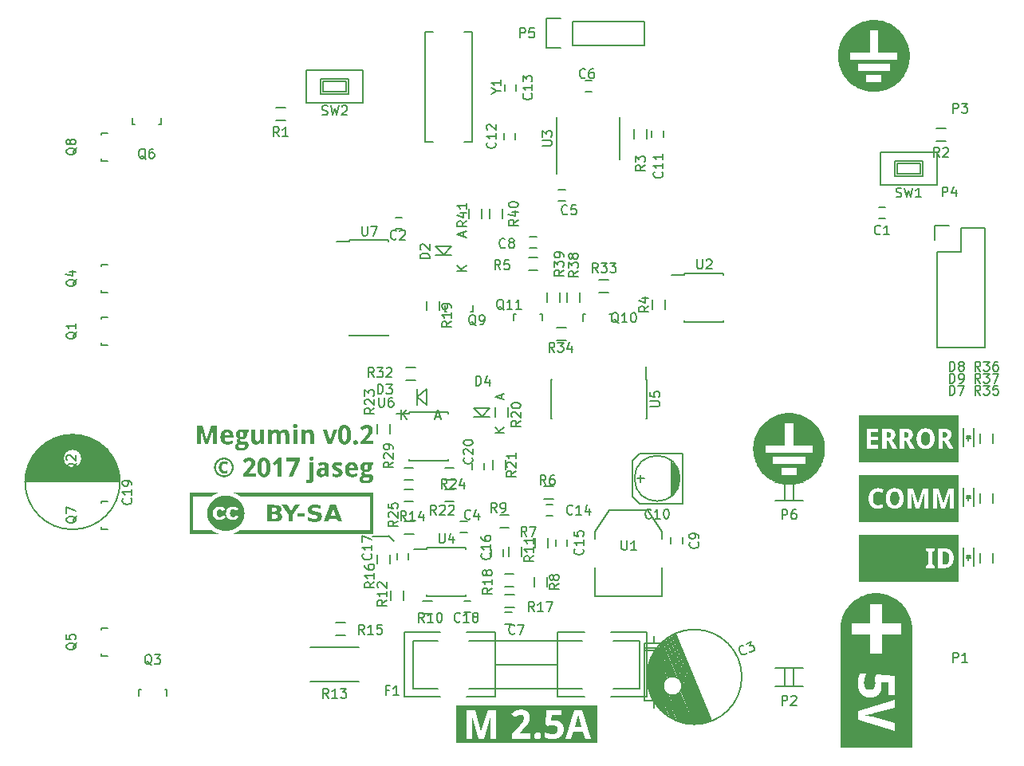
<source format=gbr>
From 7d34875369e4eaa71b397a0dbcc064ae5e5231bd Mon Sep 17 00:00:00 2001
From: jaseg <git@jaseg.net>
Date: Thu, 4 May 2017 13:47:53 +0200
Subject: Design mostly done

---
 hw/chibi/chibi_2024/gerbers/chibi_2024-F.SilkS.gbr | 21728 +++++++++++++++++++
 1 file changed, 21728 insertions(+)
 create mode 100644 hw/chibi/chibi_2024/gerbers/chibi_2024-F.SilkS.gbr

(limited to 'hw/chibi/chibi_2024/gerbers/chibi_2024-F.SilkS.gbr')

diff --git a/hw/chibi/chibi_2024/gerbers/chibi_2024-F.SilkS.gbr b/hw/chibi/chibi_2024/gerbers/chibi_2024-F.SilkS.gbr
new file mode 100644
index 0000000..455e585
--- /dev/null
+++ b/hw/chibi/chibi_2024/gerbers/chibi_2024-F.SilkS.gbr
@@ -0,0 +1,21728 @@
+G04 #@! TF.FileFunction,Legend,Top*
+%FSLAX46Y46*%
+G04 Gerber Fmt 4.6, Leading zero omitted, Abs format (unit mm)*
+G04 Created by KiCad (PCBNEW 4.0.4-1.fc24-product) date Thu May  4 13:36:19 2017*
+%MOMM*%
+%LPD*%
+G01*
+G04 APERTURE LIST*
+%ADD10C,0.100000*%
+%ADD11C,0.200000*%
+%ADD12C,0.150000*%
+G04 APERTURE END LIST*
+D10*
+D11*
+X84500000Y-99250000D02*
+X82750000Y-99250000D01*
+X84455000Y-99187000D02*
+X85090000Y-99822000D01*
+D10*
+G36*
+X126999725Y-86186968D02*
+X126564816Y-87247507D01*
+X127435184Y-87247507D01*
+X127435184Y-89648600D01*
+X129517676Y-89648600D01*
+X129517676Y-90394946D01*
+X127435184Y-90394946D01*
+X126564816Y-90394946D01*
+X124482324Y-90394946D01*
+X124482324Y-89648600D01*
+X126564816Y-89648600D01*
+X126564816Y-87247507D01*
+X126999725Y-86186968D01*
+X126803526Y-86191942D01*
+X126609903Y-86206676D01*
+X126419096Y-86230933D01*
+X126231343Y-86264471D01*
+X126046885Y-86307053D01*
+X125865960Y-86358438D01*
+X125688809Y-86418386D01*
+X125515671Y-86486659D01*
+X125346785Y-86563016D01*
+X125182391Y-86647219D01*
+X125022728Y-86739027D01*
+X124868037Y-86838202D01*
+X124718556Y-86944503D01*
+X124574525Y-87057691D01*
+X124436183Y-87177527D01*
+X124303771Y-87303771D01*
+X124177527Y-87436183D01*
+X124057691Y-87574525D01*
+X123944503Y-87718556D01*
+X123838202Y-87868037D01*
+X123739027Y-88022728D01*
+X123647219Y-88182391D01*
+X123563016Y-88346785D01*
+X123486659Y-88515671D01*
+X123418386Y-88688809D01*
+X123358438Y-88865960D01*
+X123307053Y-89046885D01*
+X123264471Y-89231343D01*
+X123230933Y-89419096D01*
+X123206676Y-89609903D01*
+X123191942Y-89803526D01*
+X123186968Y-89999725D01*
+X123190917Y-90145318D01*
+X123200418Y-90290601D01*
+X123215459Y-90435416D01*
+X123236027Y-90579603D01*
+X130765627Y-90579603D01*
+X130785779Y-90435392D01*
+X130800406Y-90290569D01*
+X130809494Y-90145294D01*
+X130813032Y-89999725D01*
+X130808333Y-89810647D01*
+X130794349Y-89622854D01*
+X130771207Y-89436657D01*
+X130739039Y-89252368D01*
+X130697973Y-89070302D01*
+X130648139Y-88890769D01*
+X130589666Y-88714084D01*
+X130522684Y-88540557D01*
+X130447323Y-88370502D01*
+X130363711Y-88204231D01*
+X130271978Y-88042057D01*
+X130172254Y-87884292D01*
+X130064668Y-87731249D01*
+X129949350Y-87583240D01*
+X129826429Y-87440579D01*
+X129696034Y-87303576D01*
+X129559013Y-87173202D01*
+X129416334Y-87050301D01*
+X129268308Y-86935004D01*
+X129115250Y-86827441D01*
+X128957470Y-86727739D01*
+X128795283Y-86636030D01*
+X128629000Y-86552442D01*
+X128458934Y-86477105D01*
+X128285398Y-86410148D01*
+X128108703Y-86351701D01*
+X127929164Y-86301892D01*
+X127747091Y-86260853D01*
+X127562799Y-86228711D01*
+X127376598Y-86205597D01*
+X127188803Y-86191639D01*
+X126999725Y-86186968D01*
+X126999725Y-86186968D01*
+G37*
+G36*
+X123601482Y-91719516D02*
+X126206526Y-92006148D01*
+X127793475Y-92006148D01*
+X127793475Y-92752494D01*
+X126206526Y-92752494D01*
+X126206526Y-92006148D01*
+X123601482Y-91719516D01*
+X123664155Y-91838338D01*
+X123730630Y-91954326D01*
+X123800807Y-92067421D01*
+X123874587Y-92177560D01*
+X123951870Y-92284683D01*
+X124032557Y-92388728D01*
+X124116550Y-92489634D01*
+X124203748Y-92587340D01*
+X124294051Y-92681784D01*
+X124387362Y-92772906D01*
+X124483579Y-92860643D01*
+X124582605Y-92944936D01*
+X124684339Y-93025722D01*
+X124788682Y-93102941D01*
+X124895535Y-93176531D01*
+X125004799Y-93246431D01*
+X125116373Y-93312580D01*
+X125230159Y-93374916D01*
+X125346057Y-93433379D01*
+X125463968Y-93487907D01*
+X125583792Y-93538438D01*
+X125705430Y-93584913D01*
+X125828783Y-93627268D01*
+X125953752Y-93665444D01*
+X126080236Y-93699379D01*
+X126208137Y-93729012D01*
+X126337355Y-93754281D01*
+X126467791Y-93775125D01*
+X126599345Y-93791484D01*
+X126731918Y-93803295D01*
+X126865411Y-93810498D01*
+X126999725Y-93813032D01*
+X127134207Y-93810667D01*
+X127267872Y-93803621D01*
+X127400620Y-93791954D01*
+X127532351Y-93775727D01*
+X127662966Y-93755003D01*
+X127792364Y-93729842D01*
+X127920446Y-93700307D01*
+X128047113Y-93666457D01*
+X128172263Y-93628355D01*
+X128295798Y-93586062D01*
+X128417618Y-93539639D01*
+X128537623Y-93489148D01*
+X128655714Y-93434650D01*
+X128771790Y-93376207D01*
+X128885751Y-93313880D01*
+X128997498Y-93247730D01*
+X129106932Y-93177818D01*
+X129213952Y-93104206D01*
+X129318458Y-93026956D01*
+X129420352Y-92946129D01*
+X129519532Y-92861786D01*
+X129615900Y-92773988D01*
+X129709355Y-92682797D01*
+X129799798Y-92588274D01*
+X129887129Y-92490481D01*
+X129971248Y-92389479D01*
+X130052056Y-92285330D01*
+X130129452Y-92178094D01*
+X130203337Y-92067833D01*
+X130273611Y-91954609D01*
+X130340174Y-91838483D01*
+X130402927Y-91719516D01*
+X123601482Y-91719516D01*
+X123601482Y-91719516D01*
+G37*
+G36*
+X123236027Y-90579603D02*
+X125286547Y-90827650D01*
+X128713453Y-90827650D01*
+X128713453Y-91573995D01*
+X125286547Y-91573995D01*
+X125286547Y-90827650D01*
+X123236027Y-90579603D01*
+X123261829Y-90727822D01*
+X123293417Y-90874738D01*
+X123330740Y-91020183D01*
+X123373742Y-91163991D01*
+X123422371Y-91305994D01*
+X123476573Y-91446028D01*
+X123536294Y-91583924D01*
+X123601482Y-91719516D01*
+X130402927Y-91719516D01*
+X130467759Y-91583871D01*
+X130527126Y-91445937D01*
+X130580977Y-91305882D01*
+X130629258Y-91163872D01*
+X130671916Y-91020072D01*
+X130708899Y-90874650D01*
+X130740154Y-90727771D01*
+X130765627Y-90579603D01*
+X123236027Y-90579603D01*
+X123236027Y-90579603D01*
+G37*
+D12*
+X147280000Y-102100000D02*
+X147280000Y-101100000D01*
+X148630000Y-101100000D02*
+X148630000Y-102100000D01*
+X115277900Y-93764100D02*
+X115277900Y-92367100D01*
+X115150900Y-94018100D02*
+X115150900Y-92240100D01*
+X115023900Y-94399100D02*
+X115023900Y-91859100D01*
+X114896900Y-91732100D02*
+X114896900Y-94526100D01*
+X114769900Y-94653100D02*
+X114769900Y-91605100D01*
+X114642900Y-91478100D02*
+X114642900Y-94780100D01*
+X114515900Y-94907100D02*
+X114515900Y-91351100D01*
+X115658900Y-95796100D02*
+X111086900Y-95796100D01*
+X111086900Y-95796100D02*
+X110324900Y-95034100D01*
+X110324900Y-95034100D02*
+X110324900Y-91224100D01*
+X110324900Y-91224100D02*
+X111086900Y-90462100D01*
+X111086900Y-90462100D02*
+X115658900Y-90462100D01*
+X115658900Y-90462100D02*
+X115658900Y-95796100D01*
+X110832900Y-93129100D02*
+X111594900Y-93129100D01*
+X111213900Y-93510100D02*
+X111213900Y-92748100D01*
+X115404900Y-93129100D02*
+G75*
+G03X115404900Y-93129100I-2413000J0D01*
+G01*
+X88381840Y-45661580D02*
+X88381840Y-57360820D01*
+X93380560Y-57360820D02*
+X93380560Y-45661580D01*
+X88381840Y-57360820D02*
+X89230200Y-57360820D01*
+X93380560Y-57360820D02*
+X92532200Y-57360820D01*
+X88381840Y-45661580D02*
+X89230200Y-45661580D01*
+X93380560Y-45661580D02*
+X92532200Y-45661580D01*
+X90373200Y-69437440D02*
+X89472400Y-68436680D01*
+X89472400Y-68436680D02*
+X91172400Y-68436680D01*
+X91172400Y-68436680D02*
+X90322400Y-69437440D01*
+X89472400Y-69437440D02*
+X91172400Y-69437440D01*
+X94411800Y-86633240D02*
+X93511000Y-85632480D01*
+X93511000Y-85632480D02*
+X95211000Y-85632480D01*
+X95211000Y-85632480D02*
+X94361000Y-86633240D01*
+X93511000Y-86633240D02*
+X95211000Y-86633240D01*
+X87483760Y-84505800D02*
+X88484520Y-83605000D01*
+X88484520Y-83605000D02*
+X88484520Y-85305000D01*
+X88484520Y-85305000D02*
+X87483760Y-84455000D01*
+X87483760Y-83605000D02*
+X87483760Y-85305000D01*
+X76140000Y-111078000D02*
+X81340000Y-111078000D01*
+X81340000Y-114728000D02*
+X76140000Y-114728000D01*
+X137205200Y-65484300D02*
+X136505200Y-65484300D01*
+X136505200Y-64284300D02*
+X137205200Y-64284300D01*
+X85922600Y-66589200D02*
+X85222600Y-66589200D01*
+X85222600Y-65389200D02*
+X85922600Y-65389200D01*
+X92106000Y-97698000D02*
+X92806000Y-97698000D01*
+X92806000Y-98898000D02*
+X92106000Y-98898000D01*
+X102520000Y-62442800D02*
+X103220000Y-62442800D01*
+X103220000Y-63642800D02*
+X102520000Y-63642800D01*
+X106090200Y-52060400D02*
+X105390200Y-52060400D01*
+X105390200Y-50860400D02*
+X106090200Y-50860400D01*
+X96855800Y-107375400D02*
+X97555800Y-107375400D01*
+X97555800Y-108575400D02*
+X96855800Y-108575400D01*
+X99472000Y-67446600D02*
+X100172000Y-67446600D01*
+X100172000Y-68646600D02*
+X99472000Y-68646600D01*
+X115662000Y-99395800D02*
+X115662000Y-100095800D01*
+X114462000Y-100095800D02*
+X114462000Y-99395800D01*
+X113630000Y-56215800D02*
+X113630000Y-56915800D01*
+X112430000Y-56915800D02*
+X112430000Y-56215800D01*
+X96732800Y-57144400D02*
+X96732800Y-56444400D01*
+X97932800Y-56444400D02*
+X97932800Y-57144400D01*
+X97983600Y-51262800D02*
+X97983600Y-51962800D01*
+X96783600Y-51962800D02*
+X96783600Y-51262800D01*
+X101886500Y-97120000D02*
+X101186500Y-97120000D01*
+X101186500Y-95920000D02*
+X101886500Y-95920000D01*
+X103419200Y-99624400D02*
+X103419200Y-100324400D01*
+X102219200Y-100324400D02*
+X102219200Y-99624400D01*
+X96612000Y-100678500D02*
+X96612000Y-101378500D01*
+X95412000Y-101378500D02*
+X95412000Y-100678500D01*
+X86553600Y-101059500D02*
+X86553600Y-101759500D01*
+X85353600Y-101759500D02*
+X85353600Y-101059500D01*
+X92461600Y-106143500D02*
+X93161600Y-106143500D01*
+X93161600Y-107343500D02*
+X92461600Y-107343500D01*
+X94580000Y-91471000D02*
+X94580000Y-92171000D01*
+X93380000Y-92171000D02*
+X93380000Y-91471000D01*
+X145500000Y-100500000D02*
+X145500000Y-102400000D01*
+X146600000Y-100500000D02*
+X146600000Y-102400000D01*
+X146050000Y-101400000D02*
+X146050000Y-101850000D01*
+X146300000Y-101350000D02*
+X145800000Y-101350000D01*
+X146050000Y-101350000D02*
+X146300000Y-101600000D01*
+X146300000Y-101600000D02*
+X145800000Y-101600000D01*
+X145800000Y-101600000D02*
+X146050000Y-101350000D01*
+X145500000Y-87800000D02*
+X145500000Y-89700000D01*
+X146600000Y-87800000D02*
+X146600000Y-89700000D01*
+X146050000Y-88700000D02*
+X146050000Y-89150000D01*
+X146300000Y-88650000D02*
+X145800000Y-88650000D01*
+X146050000Y-88650000D02*
+X146300000Y-88900000D01*
+X146300000Y-88900000D02*
+X145800000Y-88900000D01*
+X145800000Y-88900000D02*
+X146050000Y-88650000D01*
+X145500000Y-94150000D02*
+X145500000Y-96050000D01*
+X146600000Y-94150000D02*
+X146600000Y-96050000D01*
+X146050000Y-95050000D02*
+X146050000Y-95500000D01*
+X146300000Y-95000000D02*
+X145800000Y-95000000D01*
+X146050000Y-95000000D02*
+X146300000Y-95250000D01*
+X146300000Y-95250000D02*
+X145800000Y-95250000D01*
+X145800000Y-95250000D02*
+X146050000Y-95000000D01*
+X102311200Y-112903000D02*
+X95808800Y-112903000D01*
+X102400100Y-109474000D02*
+X105321100Y-109474000D01*
+X111925100Y-109474000D02*
+X108115100Y-109474000D01*
+X111163100Y-110363000D02*
+X108369100Y-110363000D01*
+X102400100Y-110363000D02*
+X105067100Y-110363000D01*
+X111925100Y-116332000D02*
+X108115100Y-116332000D01*
+X111163100Y-115443000D02*
+X108369100Y-115443000D01*
+X102400100Y-116332000D02*
+X105321100Y-116332000D01*
+X102400100Y-115443000D02*
+X105067100Y-115443000D01*
+X95844360Y-116332000D02*
+X92796360Y-116332000D01*
+X95844360Y-115443000D02*
+X93050360Y-115443000D01*
+X95844360Y-110363000D02*
+X93050360Y-110363000D01*
+X95844360Y-109474000D02*
+X92796360Y-109474000D01*
+X86192360Y-109474000D02*
+X90002360Y-109474000D01*
+X87081360Y-110363000D02*
+X89748360Y-110363000D01*
+X86192360Y-116332000D02*
+X90002360Y-116332000D01*
+X87081360Y-115443000D02*
+X89748360Y-115443000D01*
+X86192360Y-116332000D02*
+X86192360Y-109474000D01*
+X95844360Y-109474000D02*
+X95844360Y-110363000D01*
+X95844360Y-116332000D02*
+X95844360Y-115443000D01*
+X111927640Y-116332000D02*
+X111927640Y-109474000D01*
+X102402640Y-109474000D02*
+X102402640Y-110363000D01*
+X102402640Y-116332000D02*
+X102402640Y-115316000D01*
+X93345000Y-110363000D02*
+X105029000Y-110363000D01*
+X104902000Y-115443000D02*
+X93345000Y-115443000D01*
+X102402640Y-112903000D02*
+X102402640Y-115443000D01*
+X111165640Y-115443000D02*
+X111165640Y-110363000D01*
+X102402640Y-110363000D02*
+X102402640Y-112903000D01*
+X95844360Y-112903000D02*
+X95844360Y-115443000D01*
+X87083900Y-115443000D02*
+X87083900Y-110363000D01*
+X95844360Y-110363000D02*
+X95844360Y-112903000D01*
+X147828000Y-66548000D02*
+X147828000Y-79248000D01*
+X147828000Y-79248000D02*
+X142748000Y-79248000D01*
+X142748000Y-79248000D02*
+X142748000Y-69088000D01*
+X147828000Y-66548000D02*
+X145288000Y-66548000D01*
+X144018000Y-66268000D02*
+X142468000Y-66268000D01*
+X145288000Y-66548000D02*
+X145288000Y-69088000D01*
+X145288000Y-69088000D02*
+X142748000Y-69088000D01*
+X142468000Y-66268000D02*
+X142468000Y-67818000D01*
+X104013000Y-44577000D02*
+X111633000Y-44577000D01*
+X104013000Y-47117000D02*
+X111633000Y-47117000D01*
+X101193000Y-47397000D02*
+X102743000Y-47397000D01*
+X111633000Y-44577000D02*
+X111633000Y-47117000D01*
+X104013000Y-47117000D02*
+X104013000Y-44577000D01*
+X102743000Y-44297000D02*
+X101193000Y-44297000D01*
+X101193000Y-44297000D02*
+X101193000Y-47397000D01*
+X54660800Y-78969820D02*
+X53959760Y-78969820D01*
+X53959760Y-78969820D02*
+X53959760Y-78720900D01*
+X53959760Y-76170840D02*
+X53959760Y-75970180D01*
+X53959760Y-75970180D02*
+X54660800Y-75970180D01*
+X54660800Y-92939820D02*
+X53959760Y-92939820D01*
+X53959760Y-92939820D02*
+X53959760Y-92690900D01*
+X53959760Y-90140840D02*
+X53959760Y-89940180D01*
+X53959760Y-89940180D02*
+X54660800Y-89940180D01*
+X57936180Y-116255800D02*
+X57936180Y-115554760D01*
+X57936180Y-115554760D02*
+X58185100Y-115554760D01*
+X60735160Y-115554760D02*
+X60935820Y-115554760D01*
+X60935820Y-115554760D02*
+X60935820Y-116255800D01*
+X54660800Y-73381820D02*
+X53959760Y-73381820D01*
+X53959760Y-73381820D02*
+X53959760Y-73132900D01*
+X53959760Y-70582840D02*
+X53959760Y-70382180D01*
+X53959760Y-70382180D02*
+X54660800Y-70382180D01*
+X54660800Y-111989820D02*
+X53959760Y-111989820D01*
+X53959760Y-111989820D02*
+X53959760Y-111740900D01*
+X53959760Y-109190840D02*
+X53959760Y-108990180D01*
+X53959760Y-108990180D02*
+X54660800Y-108990180D01*
+X60300820Y-54813200D02*
+X60300820Y-55514240D01*
+X60300820Y-55514240D02*
+X60051900Y-55514240D01*
+X57501840Y-55514240D02*
+X57301180Y-55514240D01*
+X57301180Y-55514240D02*
+X57301180Y-54813200D01*
+X54660800Y-98527820D02*
+X53959760Y-98527820D01*
+X53959760Y-98527820D02*
+X53959760Y-98278900D01*
+X53959760Y-95728840D02*
+X53959760Y-95528180D01*
+X53959760Y-95528180D02*
+X54660800Y-95528180D01*
+X54660800Y-59411820D02*
+X53959760Y-59411820D01*
+X53959760Y-59411820D02*
+X53959760Y-59162900D01*
+X53959760Y-56612840D02*
+X53959760Y-56412180D01*
+X53959760Y-56412180D02*
+X54660800Y-56412180D01*
+X93447820Y-74726800D02*
+X93447820Y-75427840D01*
+X93447820Y-75427840D02*
+X93198900Y-75427840D01*
+X90648840Y-75427840D02*
+X90448180Y-75427840D01*
+X90448180Y-75427840D02*
+X90448180Y-74726800D01*
+X105129380Y-76403200D02*
+X105129380Y-75702160D01*
+X105129380Y-75702160D02*
+X105378300Y-75702160D01*
+X107928360Y-75702160D02*
+X108129020Y-75702160D01*
+X108129020Y-75702160D02*
+X108129020Y-76403200D01*
+X97763380Y-76352400D02*
+X97763380Y-75651360D01*
+X97763380Y-75651360D02*
+X98012300Y-75651360D01*
+X100562360Y-75651360D02*
+X100763020Y-75651360D01*
+X100763020Y-75651360D02*
+X100763020Y-76352400D01*
+X72512300Y-53782600D02*
+X73512300Y-53782600D01*
+X73512300Y-55132600D02*
+X72512300Y-55132600D01*
+X142629000Y-55967000D02*
+X143629000Y-55967000D01*
+X143629000Y-57317000D02*
+X142629000Y-57317000D01*
+X111876200Y-56065800D02*
+X111876200Y-57065800D01*
+X110526200Y-57065800D02*
+X110526200Y-56065800D01*
+X112482000Y-75176000D02*
+X112482000Y-74176000D01*
+X113832000Y-74176000D02*
+X113832000Y-75176000D01*
+X100322000Y-71033000D02*
+X99322000Y-71033000D01*
+X99322000Y-69683000D02*
+X100322000Y-69683000D01*
+X100973000Y-93940000D02*
+X101973000Y-93940000D01*
+X101973000Y-95290000D02*
+X100973000Y-95290000D01*
+X100036000Y-100449000D02*
+X100036000Y-99449000D01*
+X101386000Y-99449000D02*
+X101386000Y-100449000D01*
+X101322500Y-103640000D02*
+X101322500Y-104640000D01*
+X99972500Y-104640000D02*
+X99972500Y-103640000D01*
+X97274000Y-98338000D02*
+X96274000Y-98338000D01*
+X96274000Y-96988000D02*
+X97274000Y-96988000D01*
+X89095200Y-107469300D02*
+X88095200Y-107469300D01*
+X88095200Y-106119300D02*
+X89095200Y-106119300D01*
+X97242000Y-101401500D02*
+X97242000Y-100401500D01*
+X98592000Y-100401500D02*
+X98592000Y-101401500D01*
+X84719800Y-106075100D02*
+X84719800Y-105075100D01*
+X86069800Y-105075100D02*
+X86069800Y-106075100D01*
+X86164800Y-97724600D02*
+X87164800Y-97724600D01*
+X87164800Y-99074600D02*
+X86164800Y-99074600D01*
+X78875000Y-108418000D02*
+X79875000Y-108418000D01*
+X79875000Y-109768000D02*
+X78875000Y-109768000D01*
+X83246600Y-102201600D02*
+X83246600Y-101201600D01*
+X84596600Y-101201600D02*
+X84596600Y-102201600D01*
+X96845500Y-105497000D02*
+X97845500Y-105497000D01*
+X97845500Y-106847000D02*
+X96845500Y-106847000D01*
+X97782000Y-104624500D02*
+X96782000Y-104624500D01*
+X96782000Y-103274500D02*
+X97782000Y-103274500D01*
+X88529800Y-75277600D02*
+X88529800Y-74277600D01*
+X89879800Y-74277600D02*
+X89879800Y-75277600D01*
+X97195000Y-85606000D02*
+X97195000Y-86606000D01*
+X95845000Y-86606000D02*
+X95845000Y-85606000D01*
+X84622000Y-87384000D02*
+X84622000Y-88384000D01*
+X83272000Y-88384000D02*
+X83272000Y-87384000D01*
+X147280000Y-89400000D02*
+X147280000Y-88400000D01*
+X148630000Y-88400000D02*
+X148630000Y-89400000D01*
+X147280000Y-95750000D02*
+X147280000Y-94750000D01*
+X148630000Y-94750000D02*
+X148630000Y-95750000D01*
+X103465000Y-74414000D02*
+X103465000Y-73414000D01*
+X104815000Y-73414000D02*
+X104815000Y-74414000D01*
+X101306000Y-74414000D02*
+X101306000Y-73414000D01*
+X102656000Y-73414000D02*
+X102656000Y-74414000D01*
+X95210000Y-65524000D02*
+X95210000Y-64524000D01*
+X96560000Y-64524000D02*
+X96560000Y-65524000D01*
+X93051000Y-65524000D02*
+X93051000Y-64524000D01*
+X94401000Y-64524000D02*
+X94401000Y-65524000D01*
+X106426000Y-102565200D02*
+X106426000Y-105613200D01*
+X106426000Y-105613200D02*
+X113538000Y-105613200D01*
+X113538000Y-105613200D02*
+X113538000Y-102565200D01*
+X106426000Y-99517200D02*
+X106426000Y-98755200D01*
+X106426000Y-98755200D02*
+X107950000Y-96469200D01*
+X107950000Y-96469200D02*
+X112014000Y-96469200D01*
+X112014000Y-96469200D02*
+X113538000Y-98755200D01*
+X113538000Y-98755200D02*
+X113538000Y-99517200D01*
+X115908000Y-71339000D02*
+X115908000Y-71484000D01*
+X120058000Y-71339000D02*
+X120058000Y-71484000D01*
+X120058000Y-76489000D02*
+X120058000Y-76344000D01*
+X115908000Y-76489000D02*
+X115908000Y-76344000D01*
+X115908000Y-71339000D02*
+X120058000Y-71339000D01*
+X115908000Y-76489000D02*
+X120058000Y-76489000D01*
+X115908000Y-71484000D02*
+X114508000Y-71484000D01*
+X109039000Y-59248000D02*
+X109039000Y-54798000D01*
+X102289000Y-60773000D02*
+X102289000Y-54798000D01*
+X88552200Y-100460100D02*
+X88552200Y-100605100D01*
+X92702200Y-100460100D02*
+X92702200Y-100605100D01*
+X92702200Y-105610100D02*
+X92702200Y-105465100D01*
+X88552200Y-105610100D02*
+X88552200Y-105465100D01*
+X88552200Y-100460100D02*
+X92702200Y-100460100D01*
+X88552200Y-105610100D02*
+X92702200Y-105610100D01*
+X88552200Y-100605100D02*
+X87152200Y-100605100D01*
+X111882000Y-82634000D02*
+X111777000Y-82634000D01*
+X111882000Y-86784000D02*
+X111777000Y-86784000D01*
+X101732000Y-86784000D02*
+X101837000Y-86784000D01*
+X101732000Y-82634000D02*
+X101837000Y-82634000D01*
+X111882000Y-82634000D02*
+X111882000Y-86784000D01*
+X101732000Y-82634000D02*
+X101732000Y-86784000D01*
+X111777000Y-82634000D02*
+X111777000Y-81259000D01*
+X86698000Y-86071000D02*
+X86698000Y-86216000D01*
+X90848000Y-86071000D02*
+X90848000Y-86216000D01*
+X90848000Y-91221000D02*
+X90848000Y-91076000D01*
+X86698000Y-91221000D02*
+X86698000Y-91076000D01*
+X86698000Y-86071000D02*
+X90848000Y-86071000D01*
+X86698000Y-91221000D02*
+X90848000Y-91221000D01*
+X86698000Y-86216000D02*
+X85298000Y-86216000D01*
+X80348000Y-67823000D02*
+X80348000Y-67928000D01*
+X84498000Y-67823000D02*
+X84498000Y-67928000D01*
+X84498000Y-77973000D02*
+X84498000Y-77868000D01*
+X80348000Y-77973000D02*
+X80348000Y-77868000D01*
+X80348000Y-67823000D02*
+X84498000Y-67823000D01*
+X80348000Y-77973000D02*
+X84498000Y-77973000D01*
+X80348000Y-67928000D02*
+X78973000Y-67928000D01*
+X96941000Y-91194000D02*
+X96941000Y-92194000D01*
+X95591000Y-92194000D02*
+X95591000Y-91194000D01*
+X91432000Y-95607500D02*
+X90432000Y-95607500D01*
+X90432000Y-94257500D02*
+X91432000Y-94257500D01*
+X90432000Y-91971500D02*
+X91432000Y-91971500D01*
+X91432000Y-93321500D02*
+X90432000Y-93321500D01*
+X86114000Y-94257500D02*
+X87114000Y-94257500D01*
+X87114000Y-95607500D02*
+X86114000Y-95607500D01*
+X87114000Y-93321500D02*
+X86114000Y-93321500D01*
+X86114000Y-91971500D02*
+X87114000Y-91971500D01*
+X86304500Y-81367000D02*
+X87304500Y-81367000D01*
+X87304500Y-82717000D02*
+X86304500Y-82717000D01*
+X107840400Y-73369800D02*
+X106840400Y-73369800D01*
+X106840400Y-72019800D02*
+X107840400Y-72019800D01*
+X103319200Y-78500600D02*
+X102319200Y-78500600D01*
+X102319200Y-77150600D02*
+X103319200Y-77150600D01*
+X118784045Y-118853884D02*
+X114957976Y-109616936D01*
+X118653171Y-118903764D02*
+X114830163Y-109674207D01*
+X118520766Y-118949948D02*
+X114703882Y-109735174D01*
+X118386831Y-118992438D02*
+X114579131Y-109799836D01*
+X118251747Y-119032155D02*
+X114455528Y-109867270D01*
+X118114751Y-119067253D02*
+X114333838Y-109939323D01*
+X117976223Y-119098656D02*
+X114213680Y-110015072D01*
+X117835782Y-119125439D02*
+X114095434Y-110095440D01*
+X117694193Y-119149450D02*
+X113978337Y-110178580D01*
+X117550691Y-119168843D02*
+X113863153Y-110266339D01*
+X117405658Y-119184539D02*
+X113749500Y-110357794D01*
+X117259094Y-119196540D02*
+X115626566Y-115255270D01*
+X115269905Y-114394214D02*
+X113637378Y-110452944D01*
+X117110616Y-119203922D02*
+X115574142Y-115494546D01*
+X115063643Y-114262090D02*
+X113527169Y-110552714D01*
+X116960226Y-119206684D02*
+X115494165Y-115667302D01*
+X114884933Y-114196486D02*
+X113418873Y-110657103D01*
+X116807922Y-119204827D02*
+X115398881Y-115803103D01*
+X114721531Y-114167836D02*
+X113312491Y-110766112D01*
+X116653704Y-119198351D02*
+X115292882Y-115913035D01*
+X114568845Y-114165055D02*
+X113208022Y-110879739D01*
+X116497573Y-119187255D02*
+X115177698Y-116000794D01*
+X114425342Y-114184447D02*
+X113105467Y-110997987D01*
+X116339146Y-119170616D02*
+X115054478Y-116069152D01*
+X114289876Y-114223241D02*
+X113005208Y-111121777D01*
+X116178423Y-119148433D02*
+X114923604Y-116119032D01*
+X114162064Y-114280512D02*
+X112907245Y-111251111D01*
+X116015403Y-119120707D02*
+X114785459Y-116151359D01*
+X114041522Y-114355337D02*
+X112811578Y-111385988D01*
+X115849705Y-119086515D02*
+X114638895Y-116163360D01*
+X113929400Y-114450487D02*
+X112718590Y-111527332D01*
+X115681329Y-119045855D02*
+X114482764Y-116152264D01*
+X113826845Y-114568734D02*
+X112628280Y-111675144D01*
+X115509890Y-118997804D02*
+X114314770Y-116112528D01*
+X113736153Y-114715622D02*
+X112541032Y-111830346D01*
+X115335390Y-118942361D02*
+X114128407Y-116028445D01*
+X113663829Y-114906856D02*
+X112456846Y-111992940D01*
+X115157064Y-118877681D02*
+X113902628Y-115849203D01*
+X113630922Y-115193249D02*
+X112376486Y-112164772D01*
+X114975293Y-118804685D02*
+X112299571Y-112344919D01*
+X114788547Y-118719678D02*
+X112227630Y-112537077D01*
+X114597210Y-118623586D02*
+X112160282Y-112740321D01*
+X114400132Y-118513635D02*
+X112098673Y-112957423D01*
+X114195782Y-118386130D02*
+X112044336Y-113192079D01*
+X113983014Y-118238300D02*
+X111998418Y-113447061D01*
+X113759531Y-118064601D02*
+X111963215Y-113727911D01*
+X113521123Y-117854871D02*
+X111942937Y-114044792D01*
+X113260902Y-117592480D02*
+X111944471Y-114414334D01*
+X112960882Y-117234006D02*
+X111985805Y-114879960D01*
+X112534960Y-116571575D02*
+X112153041Y-115649543D01*
+X115630603Y-115163417D02*
+G75*
+G03X115630603Y-115163417I-1000001J0D01*
+G01*
+X121977801Y-114206709D02*
+G75*
+G03X121977801Y-114206709I-5037500J0D01*
+G01*
+X45928000Y-93437000D02*
+X55926000Y-93437000D01*
+X45932000Y-93297000D02*
+X55922000Y-93297000D01*
+X45940000Y-93157000D02*
+X55914000Y-93157000D01*
+X45952000Y-93017000D02*
+X55902000Y-93017000D01*
+X45967000Y-92877000D02*
+X55887000Y-92877000D01*
+X45987000Y-92737000D02*
+X55867000Y-92737000D01*
+X46011000Y-92597000D02*
+X55843000Y-92597000D01*
+X46040000Y-92457000D02*
+X55814000Y-92457000D01*
+X46072000Y-92317000D02*
+X55782000Y-92317000D01*
+X46109000Y-92177000D02*
+X55745000Y-92177000D01*
+X46150000Y-92037000D02*
+X55704000Y-92037000D01*
+X46195000Y-91897000D02*
+X50461000Y-91897000D01*
+X51393000Y-91897000D02*
+X55659000Y-91897000D01*
+X46245000Y-91757000D02*
+X50260000Y-91757000D01*
+X51594000Y-91757000D02*
+X55609000Y-91757000D01*
+X46300000Y-91617000D02*
+X50131000Y-91617000D01*
+X51723000Y-91617000D02*
+X55554000Y-91617000D01*
+X46360000Y-91477000D02*
+X50042000Y-91477000D01*
+X51812000Y-91477000D02*
+X55494000Y-91477000D01*
+X46425000Y-91337000D02*
+X49981000Y-91337000D01*
+X51873000Y-91337000D02*
+X55429000Y-91337000D01*
+X46495000Y-91197000D02*
+X49944000Y-91197000D01*
+X51910000Y-91197000D02*
+X55359000Y-91197000D01*
+X46571000Y-91057000D02*
+X49928000Y-91057000D01*
+X51926000Y-91057000D02*
+X55283000Y-91057000D01*
+X46653000Y-90917000D02*
+X49932000Y-90917000D01*
+X51922000Y-90917000D02*
+X55201000Y-90917000D01*
+X46741000Y-90777000D02*
+X49955000Y-90777000D01*
+X51899000Y-90777000D02*
+X55113000Y-90777000D01*
+X46836000Y-90637000D02*
+X50000000Y-90637000D01*
+X51854000Y-90637000D02*
+X55018000Y-90637000D01*
+X46938000Y-90497000D02*
+X50070000Y-90497000D01*
+X51784000Y-90497000D02*
+X54916000Y-90497000D01*
+X47048000Y-90357000D02*
+X50171000Y-90357000D01*
+X51683000Y-90357000D02*
+X54806000Y-90357000D01*
+X47166000Y-90217000D02*
+X50320000Y-90217000D01*
+X51534000Y-90217000D02*
+X54688000Y-90217000D01*
+X47294000Y-90077000D02*
+X50572000Y-90077000D01*
+X51282000Y-90077000D02*
+X54560000Y-90077000D01*
+X47431000Y-89937000D02*
+X54423000Y-89937000D01*
+X47581000Y-89797000D02*
+X54273000Y-89797000D01*
+X47743000Y-89657000D02*
+X54111000Y-89657000D01*
+X47920000Y-89517000D02*
+X53934000Y-89517000D01*
+X48116000Y-89377000D02*
+X53738000Y-89377000D01*
+X48334000Y-89237000D02*
+X53520000Y-89237000D01*
+X48580000Y-89097000D02*
+X53274000Y-89097000D01*
+X48865000Y-88957000D02*
+X52989000Y-88957000D01*
+X49207000Y-88817000D02*
+X52647000Y-88817000D01*
+X49653000Y-88677000D02*
+X52201000Y-88677000D01*
+X50428000Y-88537000D02*
+X51426000Y-88537000D01*
+X51927000Y-91012000D02*
+G75*
+G03X51927000Y-91012000I-1000000J0D01*
+G01*
+X55964500Y-93512000D02*
+G75*
+G03X55964500Y-93512000I-5037500J0D01*
+G01*
+X112649000Y-109855000D02*
+X112649000Y-110617000D01*
+X112649000Y-110617000D02*
+X111633000Y-110617000D01*
+X111633000Y-110617000D02*
+X111633000Y-116713000D01*
+X111633000Y-116713000D02*
+X112649000Y-116713000D01*
+X112649000Y-116713000D02*
+X112649000Y-117475000D01*
+X112649000Y-116713000D02*
+X113665000Y-116713000D01*
+X113665000Y-116713000D02*
+X113665000Y-110617000D01*
+X113665000Y-110617000D02*
+X112649000Y-110617000D01*
+X111633000Y-111125000D02*
+X113665000Y-111125000D01*
+X113665000Y-111379000D02*
+X111633000Y-111379000D01*
+X140939890Y-60748220D02*
+X138439890Y-60748220D01*
+X138439890Y-60748220D02*
+X138439890Y-59648220D01*
+X138439890Y-59648220D02*
+X140939890Y-59648220D01*
+X140939890Y-59648220D02*
+X140939890Y-60748220D01*
+X141189890Y-59398220D02*
+X138189890Y-59398220D01*
+X141189890Y-60998220D02*
+X138189890Y-60998220D01*
+X138189890Y-60998220D02*
+X138189890Y-59398220D01*
+X141189890Y-60998220D02*
+X141189890Y-59398220D01*
+X142689890Y-58448220D02*
+X136689890Y-58448220D01*
+X142689890Y-61948220D02*
+X136689890Y-61948220D01*
+X142689890Y-61948220D02*
+X142689890Y-58448220D01*
+X136689890Y-61948220D02*
+X136689890Y-58448220D01*
+X80005290Y-52023320D02*
+X77505290Y-52023320D01*
+X77505290Y-52023320D02*
+X77505290Y-50923320D01*
+X77505290Y-50923320D02*
+X80005290Y-50923320D01*
+X80005290Y-50923320D02*
+X80005290Y-52023320D01*
+X80255290Y-50673320D02*
+X77255290Y-50673320D01*
+X80255290Y-52273320D02*
+X77255290Y-52273320D01*
+X77255290Y-52273320D02*
+X77255290Y-50673320D01*
+X80255290Y-52273320D02*
+X80255290Y-50673320D01*
+X81755290Y-49723320D02*
+X75755290Y-49723320D01*
+X81755290Y-53223320D02*
+X75755290Y-53223320D01*
+X81755290Y-53223320D02*
+X81755290Y-49723320D01*
+X75755290Y-53223320D02*
+X75755290Y-49723320D01*
+D10*
+G36*
+X139381673Y-92749968D02*
+X139594442Y-94196356D01*
+X140203535Y-94196356D01*
+X140659941Y-95810866D01*
+X140668761Y-95810866D01*
+X141153830Y-94196356D01*
+X141763474Y-94196356D01*
+X141763474Y-96307511D01*
+X141346204Y-96307511D01*
+X141346204Y-95308158D01*
+X141346204Y-95223271D01*
+X141346559Y-95211251D01*
+X141346907Y-95199028D01*
+X141347248Y-95186610D01*
+X141347587Y-95174003D01*
+X141347926Y-95161216D01*
+X141348268Y-95148256D01*
+X141348615Y-95135130D01*
+X141348970Y-95121847D01*
+X141349325Y-95108477D01*
+X141349672Y-95095082D01*
+X141350014Y-95081655D01*
+X141350353Y-95068189D01*
+X141350692Y-95054678D01*
+X141351034Y-95041116D01*
+X141351381Y-95027495D01*
+X141351736Y-95013809D01*
+X141352437Y-95000131D01*
+X141353099Y-94986539D01*
+X141353721Y-94973034D01*
+X141354299Y-94959619D01*
+X141354833Y-94946293D01*
+X141355321Y-94933060D01*
+X141355759Y-94919919D01*
+X141356147Y-94906873D01*
+X141356788Y-94893360D01*
+X141357426Y-94879779D01*
+X141358060Y-94866133D01*
+X141358690Y-94852421D01*
+X141359314Y-94838644D01*
+X141359932Y-94824803D01*
+X141360544Y-94810897D01*
+X141361149Y-94796928D01*
+X141361745Y-94782897D01*
+X141362332Y-94768802D01*
+X141362910Y-94754646D01*
+X141363477Y-94740429D01*
+X141364033Y-94726150D01*
+X141364577Y-94711812D01*
+X141365109Y-94697413D01*
+X141365627Y-94682956D01*
+X141366131Y-94668440D01*
+X141366620Y-94653865D01*
+X141355044Y-94653865D01*
+X140855091Y-96307511D01*
+X140443334Y-96307511D01*
+X139979762Y-94651109D01*
+X139967084Y-94651109D01*
+X139967987Y-94665074D01*
+X139968873Y-94678997D01*
+X139969741Y-94692876D01*
+X139970592Y-94706710D01*
+X139971426Y-94720500D01*
+X139972243Y-94734244D01*
+X139973043Y-94747943D01*
+X139973826Y-94761595D01*
+X139974594Y-94775200D01*
+X139975345Y-94788757D01*
+X139976081Y-94802266D01*
+X139976800Y-94815726D01*
+X139977505Y-94829136D01*
+X139978193Y-94842496D01*
+X139978867Y-94855806D01*
+X139979526Y-94869065D01*
+X139980170Y-94882271D01*
+X139980800Y-94895426D01*
+X139981415Y-94908527D01*
+X139982116Y-94921928D01*
+X139982778Y-94935415D01*
+X139983400Y-94948988D01*
+X139983979Y-94962651D01*
+X139984513Y-94976403D01*
+X139985000Y-94990247D01*
+X139985439Y-95004185D01*
+X139985826Y-95018219D01*
+X139986527Y-95032260D01*
+X139987190Y-95046227D01*
+X139987811Y-95060129D01*
+X139988390Y-95073977D01*
+X139988924Y-95087779D01*
+X139989411Y-95101546D01*
+X139989850Y-95115287D01*
+X139990238Y-95129013D01*
+X139990907Y-95142683D01*
+X139991479Y-95156246D01*
+X139991956Y-95169692D01*
+X139992340Y-95183013D01*
+X139992634Y-95196198D01*
+X139992841Y-95209238D01*
+X139992963Y-95222124D01*
+X139993003Y-95234846D01*
+X139993366Y-95249080D01*
+X139993641Y-95262899D01*
+X139993839Y-95276302D01*
+X139993973Y-95289292D01*
+X139994054Y-95301871D01*
+X139994093Y-95314038D01*
+X139994104Y-95325797D01*
+X139994104Y-96307511D01*
+X139594473Y-96307511D01*
+X139594473Y-94196356D01*
+X139594442Y-94196356D01*
+X139381673Y-92749968D01*
+X142298184Y-94196356D01*
+X142907277Y-94196356D01*
+X143363683Y-95810866D01*
+X143372502Y-95810866D01*
+X143857572Y-94196356D01*
+X144467216Y-94196356D01*
+X144467216Y-96307511D01*
+X144049946Y-96307511D01*
+X144049946Y-95308158D01*
+X144049946Y-95223271D01*
+X144050301Y-95211251D01*
+X144050648Y-95199028D01*
+X144050990Y-95186610D01*
+X144051329Y-95174003D01*
+X144051668Y-95161216D01*
+X144052010Y-95148256D01*
+X144052357Y-95135130D01*
+X144052712Y-95121847D01*
+X144053067Y-95108477D01*
+X144053414Y-95095082D01*
+X144053756Y-95081655D01*
+X144054095Y-95068189D01*
+X144054434Y-95054678D01*
+X144054776Y-95041116D01*
+X144055123Y-95027495D01*
+X144055478Y-95013809D01*
+X144056179Y-95000131D01*
+X144056841Y-94986539D01*
+X144057462Y-94973034D01*
+X144058041Y-94959619D01*
+X144058575Y-94946293D01*
+X144059062Y-94933060D01*
+X144059501Y-94919919D01*
+X144059889Y-94906873D01*
+X144060525Y-94893360D01*
+X144061149Y-94879779D01*
+X144061761Y-94866133D01*
+X144062362Y-94852421D01*
+X144062952Y-94838644D01*
+X144063531Y-94824803D01*
+X144064101Y-94810897D01*
+X144064661Y-94796928D01*
+X144065211Y-94782897D01*
+X144065753Y-94768802D01*
+X144066286Y-94754646D01*
+X144066811Y-94740429D01*
+X144067328Y-94726150D01*
+X144067838Y-94711812D01*
+X144068341Y-94697413D01*
+X144068837Y-94682956D01*
+X144069327Y-94668440D01*
+X144069812Y-94653865D01*
+X144058788Y-94653865D01*
+X143558836Y-96307511D01*
+X143147078Y-96307511D01*
+X142683506Y-94651109D01*
+X142670829Y-94651109D01*
+X142671732Y-94665074D01*
+X142672617Y-94678997D01*
+X142673486Y-94692876D01*
+X142674336Y-94706710D01*
+X142675170Y-94720500D01*
+X142675987Y-94734244D01*
+X142676787Y-94747943D01*
+X142677571Y-94761595D01*
+X142678338Y-94775200D01*
+X142679090Y-94788757D01*
+X142679825Y-94802266D01*
+X142680545Y-94815726D01*
+X142681249Y-94829136D01*
+X142681938Y-94842496D01*
+X142682612Y-94855806D01*
+X142683271Y-94869065D01*
+X142683915Y-94882271D01*
+X142684544Y-94895426D01*
+X142685160Y-94908527D01*
+X142685861Y-94921928D01*
+X142686523Y-94935415D01*
+X142687144Y-94948988D01*
+X142687723Y-94962651D01*
+X142688257Y-94976403D01*
+X142688744Y-94990247D01*
+X142689183Y-95004185D01*
+X142689571Y-95018219D01*
+X142690248Y-95032260D01*
+X142690848Y-95046227D01*
+X142691381Y-95060129D01*
+X142691859Y-95073977D01*
+X142692291Y-95087779D01*
+X142692690Y-95101546D01*
+X142693066Y-95115287D01*
+X142693429Y-95129013D01*
+X142694122Y-95142683D01*
+X142694755Y-95156246D01*
+X142695319Y-95169692D01*
+X142695802Y-95183013D01*
+X142696196Y-95196198D01*
+X142696490Y-95209238D01*
+X142696673Y-95222124D01*
+X142696737Y-95234846D01*
+X142697100Y-95249080D01*
+X142697374Y-95262899D01*
+X142697573Y-95276302D01*
+X142697706Y-95289292D01*
+X142697787Y-95301871D01*
+X142697827Y-95314038D01*
+X142697837Y-95325797D01*
+X142697837Y-96307511D01*
+X142298206Y-96307511D01*
+X142298206Y-94196356D01*
+X142298184Y-94196356D01*
+X139381673Y-92749968D01*
+X139381673Y-97750041D01*
+X144954460Y-97750041D01*
+X144954460Y-92749968D01*
+X139381673Y-92749968D01*
+X139381673Y-92749968D01*
+G37*
+G36*
+X136429915Y-94166040D02*
+X138213648Y-94163275D01*
+X138229234Y-94163355D01*
+X138244682Y-94163596D01*
+X138259995Y-94163998D01*
+X138275170Y-94164561D01*
+X138290210Y-94165285D01*
+X138305112Y-94166170D01*
+X138319879Y-94167216D01*
+X138334510Y-94168424D01*
+X138349004Y-94169793D01*
+X138363362Y-94171324D01*
+X138377585Y-94173017D01*
+X138391672Y-94174871D01*
+X138405623Y-94176888D01*
+X138419439Y-94179066D01*
+X138433120Y-94181407D01*
+X138446665Y-94183909D01*
+X138460075Y-94186575D01*
+X138473349Y-94189402D01*
+X138486489Y-94192392D01*
+X138499494Y-94195545D01*
+X138512364Y-94198861D01*
+X138525099Y-94202340D01*
+X138537700Y-94205981D01*
+X138550166Y-94209786D01*
+X138562498Y-94213754D01*
+X138574696Y-94217885D01*
+X138586760Y-94222180D01*
+X138598689Y-94226639D01*
+X138610484Y-94231261D01*
+X138622146Y-94236046D01*
+X138633674Y-94240996D01*
+X138646748Y-94246757D01*
+X138659652Y-94252699D01*
+X138672386Y-94258822D01*
+X138684950Y-94265126D01*
+X138697344Y-94271612D01*
+X138709568Y-94278279D01*
+X138721622Y-94285128D01*
+X138733506Y-94292159D01*
+X138745219Y-94299371D01*
+X138756763Y-94306765D01*
+X138768136Y-94314342D01*
+X138779338Y-94322100D01*
+X138790371Y-94330040D01*
+X138801233Y-94338163D01*
+X138811925Y-94346468D01*
+X138822446Y-94354955D01*
+X138832797Y-94363625D01*
+X138842977Y-94372477D01*
+X138852987Y-94381512D01*
+X138862826Y-94390730D01*
+X138872494Y-94400131D01*
+X138881992Y-94409715D01*
+X138891319Y-94419481D01*
+X138900476Y-94429431D01*
+X138909461Y-94439564D01*
+X138918276Y-94449880D01*
+X138926921Y-94460380D01*
+X138935198Y-94470565D01*
+X138943320Y-94480902D01*
+X138951285Y-94491390D01*
+X138959094Y-94502028D01*
+X138966747Y-94512819D01*
+X138974245Y-94523760D01*
+X138981586Y-94534852D01*
+X138988772Y-94546095D01*
+X138995802Y-94557490D01*
+X139002677Y-94569035D01*
+X139009397Y-94580732D01*
+X139015962Y-94592580D01*
+X139022371Y-94604578D01*
+X139028626Y-94616728D01*
+X139034726Y-94629029D01*
+X139040672Y-94641481D01*
+X139046462Y-94654084D01*
+X139052099Y-94666838D01*
+X139057581Y-94679743D01*
+X139062909Y-94692799D01*
+X139068084Y-94706007D01*
+X139073104Y-94719365D01*
+X139077971Y-94732874D01*
+X139082684Y-94746534D01*
+X139087243Y-94760345D01*
+X139091649Y-94774307D01*
+X139095902Y-94788420D01*
+X139100002Y-94802684D01*
+X139103451Y-94814808D01*
+X139106794Y-94827020D01*
+X139110031Y-94839321D01*
+X139113163Y-94851710D01*
+X139116189Y-94864188D01*
+X139119109Y-94876754D01*
+X139121924Y-94889408D01*
+X139124633Y-94902151D01*
+X139127236Y-94914981D01*
+X139129733Y-94927900D01*
+X139132125Y-94940906D01*
+X139134410Y-94954001D01*
+X139136590Y-94967183D01*
+X139138663Y-94980453D01*
+X139140631Y-94993810D01*
+X139142493Y-95007256D01*
+X139144248Y-95020789D01*
+X139145897Y-95034409D01*
+X139147441Y-95048117D01*
+X139148878Y-95061912D01*
+X139150208Y-95075795D01*
+X139151433Y-95089764D01*
+X139152551Y-95103821D01*
+X139153563Y-95117965D01*
+X139154469Y-95132196D01*
+X139155268Y-95146514D01*
+X139155961Y-95160919D01*
+X139156547Y-95175411D01*
+X139157027Y-95189989D01*
+X139157400Y-95204654D01*
+X139157666Y-95219406D01*
+X139157826Y-95234244D01*
+X139157880Y-95249169D01*
+X139157823Y-95264382D01*
+X139157653Y-95279510D01*
+X139157369Y-95294553D01*
+X139156972Y-95309512D01*
+X139156462Y-95324386D01*
+X139155839Y-95339176D01*
+X139155102Y-95353881D01*
+X139154252Y-95368501D01*
+X139153289Y-95383037D01*
+X139152213Y-95397488D01*
+X139151024Y-95411854D01*
+X139149722Y-95426136D01*
+X139148307Y-95440333D01*
+X139146779Y-95454445D01*
+X139145138Y-95468473D01*
+X139143384Y-95482416D01*
+X139141517Y-95496275D01*
+X139139537Y-95510049D01*
+X139137445Y-95523738D01*
+X139135240Y-95537343D01*
+X139132922Y-95550863D01*
+X139130492Y-95564298D01*
+X139127949Y-95577649D01*
+X139125294Y-95590915D01*
+X139122526Y-95604097D01*
+X139119645Y-95617194D01*
+X139116652Y-95630206D01*
+X139113547Y-95643134D01*
+X139110329Y-95655977D01*
+X139106999Y-95668736D01*
+X139103557Y-95681410D01*
+X139100002Y-95694000D01*
+X139095902Y-95708266D01*
+X139091649Y-95722387D01*
+X139087243Y-95736362D01*
+X139082684Y-95750191D01*
+X139077971Y-95763874D01*
+X139073104Y-95777410D01*
+X139068084Y-95790800D01*
+X139062909Y-95804044D01*
+X139057581Y-95817141D01*
+X139052099Y-95830091D01*
+X139046462Y-95842894D01*
+X139040672Y-95855550D01*
+X139034726Y-95868060D01*
+X139028626Y-95880421D01*
+X139022371Y-95892636D01*
+X139015962Y-95904703D01*
+X139009397Y-95916622D01*
+X139002677Y-95928394D01*
+X138995802Y-95940018D01*
+X138988772Y-95951493D01*
+X138981586Y-95962821D01*
+X138974245Y-95974001D01*
+X138966747Y-95985032D01*
+X138959094Y-95995914D01*
+X138951285Y-96006648D01*
+X138943320Y-96017234D01*
+X138935198Y-96027670D01*
+X138926921Y-96037958D01*
+X138918170Y-96048458D01*
+X138909250Y-96058776D01*
+X138900159Y-96068913D01*
+X138890899Y-96078868D01*
+X138881469Y-96088642D01*
+X138871869Y-96098235D01*
+X138862099Y-96107647D01*
+X138852159Y-96116880D01*
+X138842048Y-96125932D01*
+X138831768Y-96134805D01*
+X138821317Y-96143498D01*
+X138810696Y-96152013D01*
+X138799905Y-96160348D01*
+X138788943Y-96168505D01*
+X138777811Y-96176484D01*
+X138766508Y-96184285D01*
+X138755035Y-96191909D01*
+X138743392Y-96199355D01*
+X138731578Y-96206625D01*
+X138719593Y-96213717D01*
+X138707437Y-96220633D01*
+X138695111Y-96227374D01*
+X138682614Y-96233938D01*
+X138669946Y-96240327D01*
+X138657108Y-96246541D01*
+X138644098Y-96252580D01*
+X138630918Y-96258444D01*
+X138619388Y-96263395D01*
+X138607722Y-96268186D01*
+X138595918Y-96272816D01*
+X138583978Y-96277285D01*
+X138571902Y-96281593D01*
+X138559688Y-96285740D01*
+X138547339Y-96289726D01*
+X138534853Y-96293550D01*
+X138522231Y-96297213D01*
+X138509473Y-96300714D01*
+X138496579Y-96304054D01*
+X138483549Y-96307231D01*
+X138470384Y-96310247D01*
+X138457083Y-96313101D01*
+X138443646Y-96315793D01*
+X138430075Y-96318322D01*
+X138416368Y-96320690D01*
+X138402526Y-96322894D01*
+X138388549Y-96324936D01*
+X138374437Y-96326815D01*
+X138360190Y-96328532D01*
+X138345809Y-96330085D01*
+X138331293Y-96331476D01*
+X138316643Y-96332703D01*
+X138301859Y-96333767D01*
+X138286941Y-96334668D01*
+X138271888Y-96335405D01*
+X138256702Y-96335979D01*
+X138241382Y-96336389D01*
+X138225928Y-96336635D01*
+X138210341Y-96336717D01*
+X138194753Y-96336635D01*
+X138179298Y-96336389D01*
+X138163975Y-96335979D01*
+X138148785Y-96335405D01*
+X138133727Y-96334668D01*
+X138118802Y-96333768D01*
+X138104009Y-96332703D01*
+X138089348Y-96331476D01*
+X138074820Y-96330086D01*
+X138060425Y-96328532D01*
+X138046161Y-96326816D01*
+X138032030Y-96324936D01*
+X138018032Y-96322894D01*
+X138004165Y-96320690D01*
+X137990431Y-96318323D01*
+X137976829Y-96315793D01*
+X137963360Y-96313102D01*
+X137950023Y-96310248D01*
+X137936817Y-96307232D01*
+X137923745Y-96304054D01*
+X137910804Y-96300715D01*
+X137897995Y-96297213D01*
+X137885319Y-96293550D01*
+X137872774Y-96289726D01*
+X137860362Y-96285740D01*
+X137848082Y-96281593D01*
+X137835934Y-96277285D01*
+X137823917Y-96272816D01*
+X137812033Y-96268186D01*
+X137800281Y-96263395D01*
+X137788661Y-96258444D01*
+X137775586Y-96252580D01*
+X137762680Y-96246541D01*
+X137749943Y-96240327D01*
+X137737373Y-96233938D01*
+X137724972Y-96227374D01*
+X137712739Y-96220633D01*
+X137700673Y-96213717D01*
+X137688775Y-96206625D01*
+X137677044Y-96199355D01*
+X137665480Y-96191909D01*
+X137654084Y-96184285D01*
+X137642854Y-96176484D01*
+X137631791Y-96168505D01*
+X137620894Y-96160348D01*
+X137610164Y-96152013D01*
+X137599600Y-96143498D01*
+X137589202Y-96134805D01*
+X137578969Y-96125932D01*
+X137568903Y-96116880D01*
+X137559002Y-96107647D01*
+X137549266Y-96098235D01*
+X137539695Y-96088642D01*
+X137530289Y-96078868D01*
+X137521048Y-96068913D01*
+X137511972Y-96058776D01*
+X137503060Y-96048458D01*
+X137494312Y-96037958D01*
+X137486131Y-96027670D01*
+X137478096Y-96017234D01*
+X137470206Y-96006648D01*
+X137462461Y-95995914D01*
+X137454862Y-95985032D01*
+X137447409Y-95974001D01*
+X137440102Y-95962821D01*
+X137432941Y-95951493D01*
+X137425926Y-95940018D01*
+X137419058Y-95928394D01*
+X137412336Y-95916622D01*
+X137405761Y-95904703D01*
+X137399333Y-95892636D01*
+X137393053Y-95880421D01*
+X137386920Y-95868060D01*
+X137380934Y-95855550D01*
+X137375096Y-95842894D01*
+X137369406Y-95830091D01*
+X137363864Y-95817141D01*
+X137358471Y-95804044D01*
+X137353225Y-95790800D01*
+X137348129Y-95777410D01*
+X137343181Y-95763874D01*
+X137338382Y-95750191D01*
+X137333732Y-95736362D01*
+X137329232Y-95722387D01*
+X137324881Y-95708266D01*
+X137320679Y-95694000D01*
+X137317317Y-95681706D01*
+X137314060Y-95669333D01*
+X137310906Y-95656881D01*
+X137307856Y-95644351D01*
+X137304910Y-95631741D01*
+X137302068Y-95619053D01*
+X137299329Y-95606285D01*
+X137296695Y-95593438D01*
+X137294164Y-95580512D01*
+X137291737Y-95567507D01*
+X137289413Y-95554422D01*
+X137287193Y-95541258D01*
+X137285077Y-95528015D01*
+X137283064Y-95514692D01*
+X137281155Y-95501290D01*
+X137279350Y-95487809D01*
+X137277647Y-95474247D01*
+X137276049Y-95460607D01*
+X137274553Y-95446886D01*
+X137273161Y-95433086D01*
+X137271873Y-95419206D01*
+X137270687Y-95405247D01*
+X137269605Y-95391207D01*
+X137268626Y-95377088D01*
+X137267750Y-95362889D01*
+X137266978Y-95348610D01*
+X137266308Y-95334251D01*
+X137265742Y-95319811D01*
+X137265279Y-95305292D01*
+X137264918Y-95290693D01*
+X137264661Y-95276013D01*
+X137264507Y-95261253D01*
+X137264455Y-95246413D01*
+X137264510Y-95231113D01*
+X137264674Y-95215903D01*
+X137264948Y-95200783D01*
+X137265331Y-95185754D01*
+X137265824Y-95170814D01*
+X137266426Y-95155966D01*
+X137267138Y-95141207D01*
+X137267960Y-95126539D01*
+X137268891Y-95111961D01*
+X137269932Y-95097473D01*
+X137271083Y-95083076D01*
+X137272344Y-95068769D01*
+X137273714Y-95054552D01*
+X137275195Y-95040425D01*
+X137276785Y-95026389D01*
+X137278486Y-95012443D01*
+X137280296Y-94998587D01*
+X137282216Y-94984822D01*
+X137284247Y-94971147D01*
+X137286388Y-94957562D01*
+X137288638Y-94944067D01*
+X137291000Y-94930663D01*
+X137293471Y-94917348D01*
+X137296052Y-94904125D01*
+X137298744Y-94890991D01*
+X137301546Y-94877947D01*
+X137304459Y-94864994D01*
+X137307482Y-94852131D01*
+X137310616Y-94839359D01*
+X137313860Y-94826676D01*
+X137317214Y-94814084D01*
+X137320679Y-94801582D01*
+X137324881Y-94787318D01*
+X137329234Y-94773205D01*
+X137333738Y-94759243D01*
+X137338392Y-94745432D01*
+X137343198Y-94731771D01*
+X137348155Y-94718262D01*
+X137353262Y-94704904D01*
+X137358521Y-94691697D01*
+X137363930Y-94678641D01*
+X137369491Y-94665736D01*
+X137375202Y-94652982D01*
+X137381065Y-94640379D01*
+X137387078Y-94627927D01*
+X137393243Y-94615626D01*
+X137399559Y-94603476D01*
+X137406025Y-94591477D01*
+X137412643Y-94579630D01*
+X137419412Y-94567933D01*
+X137426332Y-94556387D01*
+X137433403Y-94544993D01*
+X137440626Y-94533750D01*
+X137447999Y-94522657D01*
+X137455524Y-94511716D01*
+X137463199Y-94500926D01*
+X137471026Y-94490287D01*
+X137479004Y-94479799D01*
+X137487134Y-94469463D01*
+X137495414Y-94459277D01*
+X137504164Y-94448881D01*
+X137513083Y-94438662D01*
+X137522169Y-94428620D01*
+X137531424Y-94418755D01*
+X137540847Y-94409067D01*
+X137550438Y-94399556D01*
+X137560196Y-94390223D01*
+X137570122Y-94381067D01*
+X137580215Y-94372089D01*
+X137590475Y-94363288D01*
+X137600902Y-94354666D01*
+X137611496Y-94346221D01*
+X137622257Y-94337955D01*
+X137633184Y-94329867D01*
+X137644278Y-94321957D01*
+X137655537Y-94314226D01*
+X137666963Y-94306673D01*
+X137678555Y-94299299D01*
+X137690312Y-94292104D01*
+X137702235Y-94285088D01*
+X137714323Y-94278251D01*
+X137726576Y-94271593D01*
+X137738994Y-94265115D01*
+X137751577Y-94258816D01*
+X137764325Y-94252696D01*
+X137777238Y-94246756D01*
+X137790315Y-94240996D01*
+X137801937Y-94236046D01*
+X137813695Y-94231261D01*
+X137825590Y-94226639D01*
+X137837621Y-94222180D01*
+X137849787Y-94217885D01*
+X137862090Y-94213754D01*
+X137874529Y-94209786D01*
+X137887103Y-94205981D01*
+X137899813Y-94202340D01*
+X137912659Y-94198861D01*
+X137925640Y-94195545D01*
+X137938757Y-94192392D01*
+X137952010Y-94189402D01*
+X137965398Y-94186574D01*
+X137978921Y-94183909D01*
+X137992579Y-94181406D01*
+X138006373Y-94179066D01*
+X138020302Y-94176888D01*
+X138034366Y-94174871D01*
+X138048565Y-94173017D01*
+X138062899Y-94171324D01*
+X138077368Y-94169793D01*
+X138091972Y-94168424D01*
+X138106710Y-94167216D01*
+X138121583Y-94166170D01*
+X138136591Y-94165285D01*
+X138151734Y-94164561D01*
+X138167011Y-94163998D01*
+X138182422Y-94163596D01*
+X138197968Y-94163355D01*
+X138213648Y-94163275D01*
+X136429915Y-94166040D01*
+X134445540Y-92749959D01*
+X134445540Y-97750032D01*
+X139381673Y-97750032D01*
+X139381673Y-92749959D01*
+X134445540Y-92749959D01*
+X136429915Y-94166040D01*
+X136443604Y-94166115D01*
+X136457291Y-94166341D01*
+X136470978Y-94166718D01*
+X136484663Y-94167247D01*
+X136498348Y-94167926D01*
+X136512032Y-94168758D01*
+X136525716Y-94169741D01*
+X136539399Y-94170876D01*
+X136553082Y-94172163D01*
+X136566764Y-94173603D01*
+X136580446Y-94175196D01*
+X136594128Y-94176941D01*
+X136607811Y-94178839D01*
+X136621493Y-94180890D01*
+X136635176Y-94183095D01*
+X136648859Y-94185453D01*
+X136662542Y-94187965D01*
+X136676226Y-94190631D01*
+X136689911Y-94193452D01*
+X136703597Y-94196426D01*
+X136717283Y-94199556D01*
+X136730971Y-94202840D01*
+X136744659Y-94206279D01*
+X136758446Y-94209728D01*
+X136772177Y-94213295D01*
+X136785852Y-94216979D01*
+X136799471Y-94220781D01*
+X136813035Y-94224698D01*
+X136826543Y-94228733D01*
+X136839996Y-94232883D01*
+X136853394Y-94237150D01*
+X136866737Y-94241531D01*
+X136880025Y-94246029D01*
+X136893258Y-94250641D01*
+X136906436Y-94255368D01*
+X136919560Y-94260210D01*
+X136932630Y-94265166D01*
+X136945645Y-94270236D01*
+X136958606Y-94275420D01*
+X136971513Y-94280717D01*
+X136984366Y-94286127D01*
+X136997166Y-94291650D01*
+X137009911Y-94297286D01*
+X137022603Y-94303035D01*
+X137035242Y-94308895D01*
+X137047828Y-94314868D01*
+X136903409Y-94678670D01*
+X136890940Y-94672782D01*
+X136878466Y-94666975D01*
+X136865986Y-94661249D01*
+X136853500Y-94655604D01*
+X136841008Y-94650041D01*
+X136828510Y-94644558D01*
+X136816004Y-94639156D01*
+X136803491Y-94633834D01*
+X136790971Y-94628592D01*
+X136778443Y-94623430D01*
+X136765906Y-94618349D01*
+X136753362Y-94613347D01*
+X136740808Y-94608425D01*
+X136728245Y-94603582D01*
+X136715673Y-94598818D01*
+X136703091Y-94594134D01*
+X136690499Y-94589528D01*
+X136677897Y-94585002D01*
+X136665284Y-94580554D01*
+X136651979Y-94576029D01*
+X136638701Y-94571763D01*
+X136625450Y-94567755D01*
+X136612227Y-94564006D01*
+X136599030Y-94560515D01*
+X136585862Y-94557282D01*
+X136572720Y-94554308D01*
+X136559605Y-94551593D01*
+X136546517Y-94549136D01*
+X136533455Y-94546938D01*
+X136520420Y-94544998D01*
+X136507412Y-94543317D01*
+X136494431Y-94541895D01*
+X136481475Y-94540731D01*
+X136468546Y-94539825D01*
+X136455643Y-94539179D01*
+X136442766Y-94538791D01*
+X136429915Y-94538661D01*
+X136414893Y-94538832D01*
+X136400070Y-94539346D01*
+X136385447Y-94540204D01*
+X136371024Y-94541406D01*
+X136356800Y-94542953D01*
+X136342777Y-94544847D01*
+X136328953Y-94547089D01*
+X136315329Y-94549679D01*
+X136301905Y-94552618D01*
+X136288681Y-94555908D01*
+X136275657Y-94559548D01*
+X136262833Y-94563541D01*
+X136250209Y-94567887D01*
+X136237785Y-94572588D01*
+X136225560Y-94577643D01*
+X136213536Y-94583054D01*
+X136201712Y-94588822D01*
+X136189556Y-94595139D01*
+X136177641Y-94601812D01*
+X136165966Y-94608841D01*
+X136154530Y-94616225D01*
+X136143333Y-94623962D01*
+X136132375Y-94632052D01*
+X136121655Y-94640494D01*
+X136111172Y-94649287D01*
+X136100926Y-94658429D01*
+X136090917Y-94667920D01*
+X136081143Y-94677759D01*
+X136071605Y-94687945D01*
+X136062302Y-94698477D01*
+X136053233Y-94709354D01*
+X136044398Y-94720574D01*
+X136035796Y-94732138D01*
+X136028510Y-94742536D01*
+X136021414Y-94753189D01*
+X136014509Y-94764098D01*
+X136007797Y-94775262D01*
+X136001278Y-94786684D01*
+X135994952Y-94798362D01*
+X135988820Y-94810297D01*
+X135982883Y-94822490D01*
+X135977141Y-94834942D01*
+X135971596Y-94847651D01*
+X135966247Y-94860620D01*
+X135961096Y-94873848D01*
+X135956143Y-94887336D01*
+X135951388Y-94901084D01*
+X135946834Y-94915093D01*
+X135942479Y-94929363D01*
+X135938325Y-94943894D01*
+X135934373Y-94958687D01*
+X135931293Y-94970837D01*
+X135928355Y-94983129D01*
+X135925561Y-94995561D01*
+X135922908Y-95008133D01*
+X135920399Y-95020845D01*
+X135918032Y-95033697D01*
+X135915809Y-95046689D01*
+X135913728Y-95059819D01*
+X135911790Y-95073087D01*
+X135909995Y-95086494D01*
+X135908344Y-95100038D01*
+X135906836Y-95113719D01*
+X135905471Y-95127537D01*
+X135904249Y-95141492D01*
+X135903171Y-95155583D01*
+X135902236Y-95169810D01*
+X135901445Y-95184172D01*
+X135900798Y-95198668D01*
+X135900294Y-95213300D01*
+X135899934Y-95228065D01*
+X135899718Y-95242965D01*
+X135899646Y-95257997D01*
+X135899709Y-95273281D01*
+X135899897Y-95288411D01*
+X135900210Y-95303385D01*
+X135900648Y-95318203D01*
+X135901211Y-95332867D01*
+X135901900Y-95347376D01*
+X135902714Y-95361729D01*
+X135903653Y-95375927D01*
+X135904717Y-95389970D01*
+X135905907Y-95403858D01*
+X135907222Y-95417591D01*
+X135908663Y-95431169D01*
+X135910228Y-95444591D01*
+X135911919Y-95457858D01*
+X135913736Y-95470970D01*
+X135915678Y-95483927D01*
+X135917745Y-95496729D01*
+X135919938Y-95509376D01*
+X135922256Y-95521867D01*
+X135924699Y-95534203D01*
+X135927269Y-95546384D01*
+X135929963Y-95558410D01*
+X135933592Y-95572885D01*
+X135937417Y-95587107D01*
+X135941440Y-95601075D01*
+X135945659Y-95614790D01*
+X135950074Y-95628253D01*
+X135954686Y-95641463D01*
+X135959494Y-95654423D01*
+X135964499Y-95667131D01*
+X135969700Y-95679589D01*
+X135975097Y-95691798D01*
+X135980690Y-95703758D01*
+X135986478Y-95715469D01*
+X135992463Y-95726932D01*
+X135998644Y-95738148D01*
+X136005020Y-95749117D01*
+X136011592Y-95759840D01*
+X136018360Y-95770317D01*
+X136025323Y-95780549D01*
+X136033585Y-95791579D01*
+X136042120Y-95802283D01*
+X136050929Y-95812661D01*
+X136060012Y-95822711D01*
+X136069367Y-95832436D01*
+X136078995Y-95841833D01*
+X136088894Y-95850903D01*
+X136099064Y-95859647D01*
+X136109506Y-95868063D01*
+X136120217Y-95876152D01*
+X136131199Y-95883913D01*
+X136142450Y-95891346D01*
+X136153969Y-95898452D01*
+X136165757Y-95905230D01*
+X136177813Y-95911680D01*
+X136190137Y-95917802D01*
+X136201486Y-95922795D01*
+X136213068Y-95927505D01*
+X136224882Y-95931930D01*
+X136236928Y-95936071D01*
+X136249206Y-95939928D01*
+X136261716Y-95943500D01*
+X136274458Y-95946787D01*
+X136287432Y-95949790D01*
+X136300638Y-95952507D01*
+X136314076Y-95954939D01*
+X136327745Y-95957086D01*
+X136341647Y-95958947D01*
+X136355779Y-95960522D01*
+X136370144Y-95961811D01*
+X136384739Y-95962814D01*
+X136399567Y-95963530D01*
+X136414625Y-95963961D01*
+X136429915Y-95964104D01*
+X136443444Y-95964021D01*
+X136456970Y-95963774D01*
+X136470493Y-95963362D01*
+X136484013Y-95962786D01*
+X136497531Y-95962047D01*
+X136511048Y-95961146D01*
+X136524563Y-95960082D01*
+X136538078Y-95958857D01*
+X136551592Y-95957471D01*
+X136565105Y-95955925D01*
+X136578619Y-95954219D01*
+X136592134Y-95952354D01*
+X136605649Y-95950330D01*
+X136619166Y-95948149D01*
+X136632684Y-95945810D01*
+X136646204Y-95943313D01*
+X136659727Y-95940661D01*
+X136673253Y-95937853D01*
+X136686782Y-95934890D01*
+X136699210Y-95932084D01*
+X136711738Y-95929170D01*
+X136724364Y-95926147D01*
+X136737089Y-95923014D01*
+X136749913Y-95919771D01*
+X136762834Y-95916418D01*
+X136775855Y-95912955D01*
+X136788974Y-95909381D01*
+X136802191Y-95905697D01*
+X136815506Y-95901902D01*
+X136828920Y-95897996D01*
+X136842432Y-95893978D01*
+X136856042Y-95889848D01*
+X136869751Y-95885606D01*
+X136883557Y-95881252D01*
+X136897462Y-95876786D01*
+X136911464Y-95872207D01*
+X136925564Y-95867515D01*
+X136939763Y-95862710D01*
+X136954059Y-95857791D01*
+X136968453Y-95852759D01*
+X136968453Y-96228136D01*
+X136955859Y-96233315D01*
+X136943287Y-96238349D01*
+X136930738Y-96243238D01*
+X136918211Y-96247983D01*
+X136905708Y-96252584D01*
+X136893228Y-96257042D01*
+X136880773Y-96261357D01*
+X136868342Y-96265529D01*
+X136855936Y-96269559D01*
+X136843555Y-96273447D01*
+X136831200Y-96277194D01*
+X136818841Y-96280820D01*
+X136806446Y-96284343D01*
+X136794013Y-96287760D01*
+X136781539Y-96291067D01*
+X136769021Y-96294259D01*
+X136756456Y-96297334D01*
+X136743843Y-96300288D01*
+X136731178Y-96303118D01*
+X136718458Y-96305818D01*
+X136705681Y-96308386D01*
+X136692845Y-96310818D01*
+X136679937Y-96313121D01*
+X136666950Y-96315303D01*
+X136653885Y-96317365D01*
+X136640743Y-96319306D01*
+X136627527Y-96321128D01*
+X136614239Y-96322830D01*
+X136600880Y-96324414D01*
+X136587452Y-96325878D01*
+X136573957Y-96327224D01*
+X136560397Y-96328451D01*
+X136546773Y-96329561D01*
+X136534419Y-96330713D01*
+X136521908Y-96331763D01*
+X136509241Y-96332712D01*
+X136496415Y-96333558D01*
+X136483431Y-96334304D01*
+X136470286Y-96334949D01*
+X136456982Y-96335494D01*
+X136443516Y-96335939D01*
+X136429888Y-96336284D01*
+X136416097Y-96336530D01*
+X136402142Y-96336677D01*
+X136388023Y-96336726D01*
+X136372343Y-96336644D01*
+X136356797Y-96336399D01*
+X136341386Y-96335989D01*
+X136326109Y-96335415D01*
+X136310966Y-96334678D01*
+X136295958Y-96333777D01*
+X136281085Y-96332713D01*
+X136266347Y-96331486D01*
+X136251743Y-96330096D01*
+X136237274Y-96328542D01*
+X136222940Y-96326826D01*
+X136208741Y-96324946D01*
+X136194677Y-96322904D01*
+X136180748Y-96320700D01*
+X136166954Y-96318333D01*
+X136153296Y-96315803D01*
+X136139773Y-96313112D01*
+X136126385Y-96310258D01*
+X136113132Y-96307242D01*
+X136100015Y-96304064D01*
+X136087034Y-96300724D01*
+X136074188Y-96297223D01*
+X136061478Y-96293560D01*
+X136048904Y-96289736D01*
+X136036465Y-96285750D01*
+X136024162Y-96281603D01*
+X136011996Y-96277295D01*
+X135999965Y-96272826D01*
+X135988070Y-96268196D01*
+X135976312Y-96263405D01*
+X135964690Y-96258454D01*
+X135951509Y-96252590D01*
+X135938500Y-96246553D01*
+X135925661Y-96240343D01*
+X135912993Y-96233959D01*
+X135900496Y-96227402D01*
+X135888170Y-96220671D01*
+X135876015Y-96213767D01*
+X135864030Y-96206689D01*
+X135852216Y-96199437D01*
+X135840572Y-96192011D01*
+X135829099Y-96184411D01*
+X135817797Y-96176637D01*
+X135806664Y-96168688D01*
+X135795703Y-96160566D01*
+X135784911Y-96152269D01*
+X135774290Y-96143797D01*
+X135763840Y-96135151D01*
+X135753559Y-96126330D01*
+X135743449Y-96117335D01*
+X135733509Y-96108165D01*
+X135723738Y-96098820D01*
+X135714138Y-96089299D01*
+X135704708Y-96079604D01*
+X135695448Y-96069734D01*
+X135686358Y-96059688D01*
+X135677438Y-96049467D01*
+X135668687Y-96039070D01*
+X135660409Y-96028887D01*
+X135652288Y-96018558D01*
+X135644322Y-96008084D01*
+X135636513Y-95997462D01*
+X135628860Y-95986695D01*
+X135621363Y-95975781D01*
+X135614021Y-95964721D01*
+X135606835Y-95953514D01*
+X135599805Y-95942160D01*
+X135592930Y-95930660D01*
+X135586210Y-95919012D01*
+X135579646Y-95907218D01*
+X135573236Y-95895276D01*
+X135566981Y-95883187D01*
+X135560881Y-95870951D01*
+X135554936Y-95858567D01*
+X135549145Y-95846036D01*
+X135543509Y-95833357D01*
+X135538026Y-95820530D01*
+X135532698Y-95807555D01*
+X135527524Y-95794432D01*
+X135522504Y-95781161D01*
+X135517637Y-95767742D01*
+X135512924Y-95754175D01*
+X135508364Y-95740459D01*
+X135503958Y-95726594D01*
+X135499705Y-95712581D01*
+X135495605Y-95698419D01*
+X135492139Y-95685918D01*
+X135488780Y-95673327D01*
+X135485528Y-95660647D01*
+X135482385Y-95647878D01*
+X135479349Y-95635020D01*
+X135476422Y-95622073D01*
+X135473603Y-95609037D01*
+X135470892Y-95595913D01*
+X135468291Y-95582701D01*
+X135465798Y-95569400D01*
+X135463414Y-95556011D01*
+X135461139Y-95542534D01*
+X135458974Y-95528969D01*
+X135456918Y-95515317D01*
+X135454972Y-95501576D01*
+X135453136Y-95487748D01*
+X135451410Y-95473833D01*
+X135449794Y-95459830D01*
+X135448288Y-95445740D01*
+X135446893Y-95431563D01*
+X135445609Y-95417299D01*
+X135444435Y-95402948D01*
+X135443372Y-95388510D01*
+X135442421Y-95373986D01*
+X135441581Y-95359376D01*
+X135440852Y-95344679D01*
+X135440235Y-95329895D01*
+X135439730Y-95315026D01*
+X135439336Y-95300071D01*
+X135439055Y-95285030D01*
+X135438887Y-95269903D01*
+X135438830Y-95254691D01*
+X135438894Y-95239747D01*
+X135439085Y-95224883D01*
+X135439403Y-95210100D01*
+X135439848Y-95195398D01*
+X135440420Y-95180775D01*
+X135441120Y-95166233D01*
+X135441946Y-95151771D01*
+X135442900Y-95137389D01*
+X135443981Y-95123087D01*
+X135445189Y-95108864D01*
+X135446524Y-95094721D01*
+X135447986Y-95080658D01*
+X135449575Y-95066674D01*
+X135451291Y-95052769D01*
+X135453134Y-95038944D01*
+X135455103Y-95025197D01*
+X135457200Y-95011530D01*
+X135459424Y-94997941D01*
+X135461775Y-94984431D01*
+X135464252Y-94971000D01*
+X135466857Y-94957648D01*
+X135469588Y-94944374D01*
+X135472446Y-94931178D01*
+X135475431Y-94918060D01*
+X135478543Y-94905021D01*
+X135481781Y-94892059D01*
+X135485147Y-94879176D01*
+X135488639Y-94866370D01*
+X135492257Y-94853642D01*
+X135496003Y-94840992D01*
+X135499875Y-94828419D01*
+X135503874Y-94815923D01*
+X135508428Y-94802146D01*
+X135513128Y-94788503D01*
+X135517972Y-94774995D01*
+X135522961Y-94761621D01*
+X135528094Y-94748382D01*
+X135533372Y-94735277D01*
+X135538795Y-94722307D01*
+X135544362Y-94709472D01*
+X135550074Y-94696770D01*
+X135555930Y-94684203D01*
+X135561930Y-94671770D01*
+X135568075Y-94659472D01*
+X135574365Y-94647307D01*
+X135580798Y-94635277D01*
+X135587376Y-94623380D01*
+X135594098Y-94611617D01*
+X135600964Y-94599989D01*
+X135607975Y-94588494D01*
+X135615130Y-94577132D01*
+X135622428Y-94565905D01*
+X135629871Y-94554811D01*
+X135637458Y-94543850D01*
+X135645188Y-94533024D01*
+X135653063Y-94522330D01*
+X135661082Y-94511770D01*
+X135669244Y-94501344D01*
+X135677550Y-94491050D01*
+X135686000Y-94480890D01*
+X135694594Y-94470863D01*
+X135703644Y-94460630D01*
+X135712844Y-94450563D01*
+X135722193Y-94440662D01*
+X135731693Y-94430928D01*
+X135741342Y-94421360D01*
+X135751142Y-94411958D01*
+X135761092Y-94402722D01*
+X135771192Y-94393652D01*
+X135781443Y-94384748D01*
+X135791845Y-94376010D01*
+X135802397Y-94367438D01*
+X135813099Y-94359032D01*
+X135823953Y-94350792D01*
+X135834957Y-94342718D01*
+X135846113Y-94334810D01*
+X135857420Y-94327067D01*
+X135868878Y-94319490D01*
+X135880487Y-94312078D01*
+X135892248Y-94304833D01*
+X135904161Y-94297753D01*
+X135916225Y-94290838D01*
+X135928440Y-94284089D01*
+X135940808Y-94277506D01*
+X135953328Y-94271088D01*
+X135966000Y-94264835D01*
+X135978824Y-94258748D01*
+X135991800Y-94252826D01*
+X136004928Y-94247069D01*
+X136016537Y-94242093D01*
+X136028255Y-94237274D01*
+X136040082Y-94232612D01*
+X136052018Y-94228107D01*
+X136064063Y-94223759D01*
+X136076217Y-94219569D01*
+X136088479Y-94215536D01*
+X136100850Y-94211661D01*
+X136113329Y-94207944D01*
+X136125916Y-94204383D01*
+X136138611Y-94200981D01*
+X136151414Y-94197736D01*
+X136164324Y-94194649D01*
+X136177342Y-94191720D01*
+X136190468Y-94188949D01*
+X136203701Y-94186335D01*
+X136217041Y-94183880D01*
+X136230489Y-94181582D01*
+X136244043Y-94179443D01*
+X136257704Y-94177462D01*
+X136271471Y-94175638D01*
+X136285346Y-94173974D01*
+X136299326Y-94172467D01*
+X136313413Y-94171119D01*
+X136327606Y-94169929D01*
+X136341905Y-94168898D01*
+X136356309Y-94168025D01*
+X136370820Y-94167311D01*
+X136385435Y-94166755D01*
+X136400157Y-94166358D01*
+X136414983Y-94166120D01*
+X136429915Y-94166041D01*
+X136429915Y-94166040D01*
+X136429915Y-94166040D01*
+G37*
+G36*
+X138213648Y-94535905D02*
+X138198978Y-94536075D01*
+X138184535Y-94536583D01*
+X138170319Y-94537430D01*
+X138156329Y-94538617D01*
+X138142568Y-94540143D01*
+X138129034Y-94542009D01*
+X138115730Y-94544213D01*
+X138102654Y-94546758D01*
+X138089809Y-94549642D01*
+X138077193Y-94552867D01*
+X138064808Y-94556431D01*
+X138052654Y-94560335D01*
+X138040731Y-94564580D01*
+X138029041Y-94569165D01*
+X138017583Y-94574091D01*
+X138006358Y-94579357D01*
+X137995367Y-94584964D01*
+X137983935Y-94591266D01*
+X137972749Y-94597898D01*
+X137961808Y-94604862D01*
+X137951113Y-94612157D01*
+X137940665Y-94619786D01*
+X137930464Y-94627750D01*
+X137920510Y-94636050D01*
+X137910804Y-94644687D01*
+X137901347Y-94653662D01*
+X137892138Y-94662978D01*
+X137883178Y-94672634D01*
+X137874467Y-94682633D01*
+X137866007Y-94692975D01*
+X137857796Y-94703662D01*
+X137849837Y-94714695D01*
+X137842129Y-94726075D01*
+X137835642Y-94736471D01*
+X137829341Y-94747119D01*
+X137823226Y-94758019D01*
+X137817297Y-94769171D01*
+X137811554Y-94780573D01*
+X137805998Y-94792226D01*
+X137800628Y-94804130D01*
+X137795445Y-94816284D01*
+X137790449Y-94828688D01*
+X137785641Y-94841342D01*
+X137781019Y-94854244D01*
+X137776586Y-94867396D01*
+X137772340Y-94880797D01*
+X137768282Y-94894446D01*
+X137764412Y-94908343D01*
+X137760731Y-94922489D01*
+X137757238Y-94936882D01*
+X137753934Y-94951522D01*
+X137751370Y-94963542D01*
+X137748927Y-94975707D01*
+X137746605Y-94988017D01*
+X137744405Y-95000472D01*
+X137742326Y-95013070D01*
+X137740368Y-95025813D01*
+X137738531Y-95038700D01*
+X137736814Y-95051731D01*
+X137735217Y-95064905D01*
+X137733739Y-95078223D01*
+X137732382Y-95091684D01*
+X137731144Y-95105289D01*
+X137730024Y-95119036D01*
+X137729024Y-95132927D01*
+X137728143Y-95146960D01*
+X137727379Y-95161136D01*
+X137726734Y-95175454D01*
+X137726207Y-95189915D01*
+X137725797Y-95204518D01*
+X137725505Y-95219263D01*
+X137725330Y-95234149D01*
+X137725271Y-95249178D01*
+X137725330Y-95264207D01*
+X137725505Y-95279097D01*
+X137725797Y-95293847D01*
+X137726207Y-95308459D01*
+X137726734Y-95322931D01*
+X137727379Y-95337265D01*
+X137728142Y-95351460D01*
+X137729024Y-95365517D01*
+X137730024Y-95379436D01*
+X137731143Y-95393218D01*
+X137732382Y-95406862D01*
+X137733739Y-95420368D01*
+X137735216Y-95433738D01*
+X137736813Y-95446971D01*
+X137738530Y-95460067D01*
+X137740368Y-95473027D01*
+X137742326Y-95485851D01*
+X137744405Y-95498539D01*
+X137746605Y-95511091D01*
+X137748926Y-95523508D01*
+X137751369Y-95535790D01*
+X137753934Y-95547937D01*
+X137757238Y-95562419D01*
+X137760731Y-95576659D01*
+X137764412Y-95590658D01*
+X137768282Y-95604415D01*
+X137772339Y-95617931D01*
+X137776585Y-95631205D01*
+X137781019Y-95644238D01*
+X137785640Y-95657031D01*
+X137790449Y-95669582D01*
+X137795445Y-95681893D01*
+X137800628Y-95693963D01*
+X137805997Y-95705793D01*
+X137811554Y-95717382D01*
+X137817297Y-95728731D01*
+X137823226Y-95739841D01*
+X137829341Y-95750710D01*
+X137835642Y-95761340D01*
+X137842129Y-95771730D01*
+X137850351Y-95783682D01*
+X137858841Y-95795272D01*
+X137867599Y-95806499D01*
+X137876626Y-95817361D01*
+X137885922Y-95827856D01*
+X137895486Y-95837984D01*
+X137905320Y-95847741D01*
+X137915424Y-95857128D01*
+X137925797Y-95866140D01*
+X137936440Y-95874779D01*
+X137947353Y-95883040D01*
+X137958537Y-95890924D01*
+X137969992Y-95898428D01*
+X137981717Y-95905550D01*
+X137993713Y-95912290D01*
+X138004537Y-95917896D01*
+X138015601Y-95923162D01*
+X138026905Y-95928088D01*
+X138038449Y-95932673D01*
+X138050232Y-95936918D01*
+X138062255Y-95940822D01*
+X138074517Y-95944386D01*
+X138087020Y-95947611D01*
+X138099762Y-95950495D01*
+X138112745Y-95953040D01*
+X138125967Y-95955245D01*
+X138139429Y-95957110D01*
+X138153131Y-95958636D01*
+X138167073Y-95959823D01*
+X138181256Y-95960670D01*
+X138195678Y-95961179D01*
+X138210341Y-95961348D01*
+X138225337Y-95961179D01*
+X138240081Y-95960670D01*
+X138254572Y-95959823D01*
+X138268808Y-95958636D01*
+X138282789Y-95957110D01*
+X138296513Y-95955245D01*
+X138309980Y-95953040D01*
+X138323189Y-95950495D01*
+X138336138Y-95947611D01*
+X138348827Y-95944386D01*
+X138361254Y-95940822D01*
+X138373419Y-95936918D01*
+X138385321Y-95932673D01*
+X138396959Y-95928088D01*
+X138408331Y-95923163D01*
+X138419437Y-95917896D01*
+X138430275Y-95912290D01*
+X138442442Y-95905550D01*
+X138454295Y-95898428D01*
+X138465834Y-95890924D01*
+X138477060Y-95883040D01*
+X138487975Y-95874779D01*
+X138498580Y-95866140D01*
+X138508875Y-95857128D01*
+X138518861Y-95847741D01*
+X138528540Y-95837984D01*
+X138537912Y-95827856D01*
+X138546978Y-95817361D01*
+X138555740Y-95806499D01*
+X138564197Y-95795272D01*
+X138572353Y-95783682D01*
+X138580206Y-95771730D01*
+X138586686Y-95761340D01*
+X138592969Y-95750710D01*
+X138599053Y-95739841D01*
+X138604940Y-95728731D01*
+X138610630Y-95717382D01*
+X138616122Y-95705793D01*
+X138621418Y-95693963D01*
+X138626517Y-95681893D01*
+X138631420Y-95669582D01*
+X138636127Y-95657031D01*
+X138640637Y-95644238D01*
+X138644952Y-95631205D01*
+X138649072Y-95617931D01*
+X138652996Y-95604415D01*
+X138656726Y-95590658D01*
+X138660261Y-95576659D01*
+X138663601Y-95562419D01*
+X138666747Y-95547937D01*
+X138669315Y-95535790D01*
+X138671768Y-95523508D01*
+X138674104Y-95511091D01*
+X138676324Y-95498539D01*
+X138678428Y-95485851D01*
+X138680414Y-95473027D01*
+X138682283Y-95460067D01*
+X138684033Y-95446971D01*
+X138685666Y-95433738D01*
+X138687180Y-95420368D01*
+X138688575Y-95406862D01*
+X138689851Y-95393218D01*
+X138691007Y-95379436D01*
+X138692043Y-95365517D01*
+X138692958Y-95351460D01*
+X138693753Y-95337265D01*
+X138694426Y-95322931D01*
+X138694978Y-95308459D01*
+X138695407Y-95293847D01*
+X138695715Y-95279097D01*
+X138695900Y-95264207D01*
+X138695961Y-95249178D01*
+X138695899Y-95234149D01*
+X138695715Y-95219263D01*
+X138695407Y-95204518D01*
+X138694978Y-95189915D01*
+X138694426Y-95175454D01*
+X138693753Y-95161136D01*
+X138692958Y-95146960D01*
+X138692043Y-95132927D01*
+X138691007Y-95119036D01*
+X138689851Y-95105289D01*
+X138688576Y-95091684D01*
+X138687181Y-95078223D01*
+X138685667Y-95064905D01*
+X138684034Y-95051731D01*
+X138682283Y-95038700D01*
+X138680414Y-95025813D01*
+X138678428Y-95013070D01*
+X138676325Y-95000472D01*
+X138674104Y-94988017D01*
+X138671768Y-94975707D01*
+X138669315Y-94963542D01*
+X138666747Y-94951522D01*
+X138663601Y-94936882D01*
+X138660261Y-94922489D01*
+X138656726Y-94908343D01*
+X138652997Y-94894446D01*
+X138649072Y-94880797D01*
+X138644953Y-94867396D01*
+X138640637Y-94854244D01*
+X138636127Y-94841342D01*
+X138631420Y-94828688D01*
+X138626517Y-94816284D01*
+X138621418Y-94804130D01*
+X138616123Y-94792227D01*
+X138610630Y-94780573D01*
+X138604940Y-94769171D01*
+X138599053Y-94758019D01*
+X138592969Y-94747119D01*
+X138586686Y-94736471D01*
+X138580206Y-94726075D01*
+X138572355Y-94713948D01*
+X138564207Y-94702217D01*
+X138555762Y-94690879D01*
+X138547021Y-94679933D01*
+X138537984Y-94669377D01*
+X138528650Y-94659211D01*
+X138519022Y-94649432D01*
+X138509098Y-94640038D01*
+X138498878Y-94631029D01*
+X138488364Y-94622403D01*
+X138477555Y-94614159D01*
+X138466452Y-94606294D01*
+X138455054Y-94598808D01*
+X138443363Y-94591698D01*
+X138431378Y-94584964D01*
+X138420552Y-94579357D01*
+X138409483Y-94574091D01*
+X138398169Y-94569165D01*
+X138386610Y-94564580D01*
+X138374806Y-94560336D01*
+X138362754Y-94556431D01*
+X138350455Y-94552867D01*
+X138337907Y-94549643D01*
+X138325110Y-94546758D01*
+X138312062Y-94544214D01*
+X138298764Y-94542009D01*
+X138285213Y-94540143D01*
+X138271409Y-94538617D01*
+X138257352Y-94537430D01*
+X138243040Y-94536583D01*
+X138228472Y-94536075D01*
+X138213648Y-94535905D01*
+X138213648Y-94535905D01*
+G37*
+G36*
+X142869763Y-87846352D02*
+X141520010Y-87813600D01*
+X141535330Y-87814002D01*
+X141550517Y-87814565D01*
+X141565569Y-87815289D01*
+X141580488Y-87816174D01*
+X141595272Y-87817221D01*
+X141609922Y-87818428D01*
+X141624437Y-87819798D01*
+X141638819Y-87821329D01*
+X141653065Y-87823021D01*
+X141667177Y-87824876D01*
+X141681154Y-87826892D01*
+X141694996Y-87829070D01*
+X141708703Y-87831411D01*
+X141722275Y-87833914D01*
+X141735711Y-87836579D01*
+X141749012Y-87839406D01*
+X141762178Y-87842397D01*
+X141775207Y-87845550D01*
+X141788101Y-87848865D01*
+X141800859Y-87852344D01*
+X141813481Y-87855986D01*
+X141825967Y-87859790D01*
+X141838317Y-87863758D01*
+X141850530Y-87867890D01*
+X141862607Y-87872185D01*
+X141874547Y-87876643D01*
+X141886350Y-87881265D01*
+X141898017Y-87886051D01*
+X141909546Y-87891000D01*
+X141922620Y-87896763D01*
+X141935524Y-87902712D01*
+X141948258Y-87908845D01*
+X141960823Y-87915163D01*
+X141973217Y-87921666D01*
+X141985441Y-87928353D01*
+X141997494Y-87935224D01*
+X142009378Y-87942280D01*
+X142021092Y-87949518D01*
+X142032635Y-87956941D01*
+X142044008Y-87964546D01*
+X142055211Y-87972334D01*
+X142066243Y-87980305D01*
+X142077105Y-87988458D01*
+X142087797Y-87996794D01*
+X142098318Y-88005311D01*
+X142108669Y-88014010D01*
+X142118849Y-88022890D01*
+X142128859Y-88031952D01*
+X142138698Y-88041194D01*
+X142148367Y-88050617D01*
+X142157865Y-88060220D01*
+X142167192Y-88070004D01*
+X142176348Y-88079968D01*
+X142185334Y-88090111D01*
+X142194149Y-88100433D01*
+X142202793Y-88110935D01*
+X142211071Y-88121119D01*
+X142219192Y-88131449D01*
+X142227158Y-88141928D01*
+X142234967Y-88152554D01*
+X142242620Y-88163328D01*
+X142250117Y-88174250D01*
+X142257459Y-88185321D01*
+X142264645Y-88196542D01*
+X142271675Y-88207911D01*
+X142278550Y-88219430D01*
+X142285270Y-88231099D01*
+X142291834Y-88242918D01*
+X142298244Y-88254888D01*
+X142304499Y-88267008D01*
+X142310599Y-88279280D01*
+X142316544Y-88291702D01*
+X142322335Y-88304277D01*
+X142327971Y-88317003D01*
+X142333454Y-88329882D01*
+X142338782Y-88342913D01*
+X142343956Y-88356097D01*
+X142348976Y-88369434D01*
+X142353843Y-88382925D01*
+X142358556Y-88396569D01*
+X142363116Y-88410367D01*
+X142367522Y-88424320D01*
+X142371775Y-88438427D01*
+X142375874Y-88452689D01*
+X142379323Y-88464812D01*
+X142382666Y-88477025D01*
+X142385903Y-88489326D01*
+X142389035Y-88501715D01*
+X142392061Y-88514192D01*
+X142394982Y-88526758D01*
+X142397796Y-88539413D01*
+X142400505Y-88552155D01*
+X142403108Y-88564985D01*
+X142405606Y-88577904D01*
+X142407997Y-88590910D01*
+X142410283Y-88604005D01*
+X142412462Y-88617187D01*
+X142414536Y-88630457D01*
+X142416503Y-88643815D01*
+X142418365Y-88657260D01*
+X142420120Y-88670793D01*
+X142421770Y-88684414D01*
+X142423313Y-88698121D01*
+X142424750Y-88711917D01*
+X142426081Y-88725799D01*
+X142427305Y-88739769D01*
+X142428424Y-88753826D01*
+X142429436Y-88767970D01*
+X142430341Y-88782201D01*
+X142431140Y-88796519D01*
+X142431833Y-88810923D01*
+X142432419Y-88825415D01*
+X142432899Y-88839993D01*
+X142433272Y-88854659D01*
+X142433539Y-88869410D01*
+X142433699Y-88884248D01*
+X142433752Y-88899173D01*
+X142433695Y-88914386D01*
+X142433525Y-88929514D01*
+X142433242Y-88944558D01*
+X142432845Y-88959516D01*
+X142432335Y-88974391D01*
+X142431711Y-88989180D01*
+X142430975Y-89003885D01*
+X142430125Y-89018505D01*
+X142429162Y-89033041D01*
+X142428086Y-89047492D01*
+X142426897Y-89061858D01*
+X142425594Y-89076140D01*
+X142424179Y-89090337D01*
+X142422651Y-89104450D01*
+X142421010Y-89118477D01*
+X142419256Y-89132421D01*
+X142417389Y-89146279D01*
+X142415410Y-89160053D01*
+X142413318Y-89173742D01*
+X142411113Y-89187347D01*
+X142408795Y-89200867D01*
+X142406365Y-89214303D01*
+X142403822Y-89227653D01*
+X142401166Y-89240920D01*
+X142398398Y-89254101D01*
+X142395518Y-89267198D01*
+X142392525Y-89280211D01*
+X142389419Y-89293139D01*
+X142386201Y-89305982D01*
+X142382871Y-89318741D01*
+X142379429Y-89331415D01*
+X142375874Y-89344004D01*
+X142371775Y-89358271D01*
+X142367522Y-89372392D01*
+X142363116Y-89386367D01*
+X142358556Y-89400196D01*
+X142353843Y-89413878D01*
+X142348976Y-89427415D01*
+X142343956Y-89440805D01*
+X142338782Y-89454048D01*
+X142333454Y-89467145D01*
+X142327971Y-89480095D01*
+X142322335Y-89492899D01*
+X142316544Y-89505555D01*
+X142310599Y-89518064D01*
+X142304499Y-89530426D01*
+X142298244Y-89542640D01*
+X142291834Y-89554707D01*
+X142285270Y-89566627D01*
+X142278550Y-89578398D01*
+X142271675Y-89590022D01*
+X142264645Y-89601498D01*
+X142257459Y-89612825D01*
+X142250117Y-89624005D01*
+X142242620Y-89635036D01*
+X142234967Y-89645919D01*
+X142227158Y-89656653D01*
+X142219192Y-89667238D01*
+X142211071Y-89677675D01*
+X142202793Y-89687962D01*
+X142194040Y-89698465D01*
+X142185113Y-89708789D01*
+X142176013Y-89718936D01*
+X142166739Y-89728905D01*
+X142157292Y-89738696D01*
+X142147672Y-89748309D01*
+X142137879Y-89757744D01*
+X142127915Y-89767001D01*
+X142117778Y-89776079D01*
+X142107469Y-89784980D01*
+X142096990Y-89793703D01*
+X142086339Y-89802247D01*
+X142075517Y-89810613D01*
+X142064525Y-89818801D01*
+X142053362Y-89826810D01*
+X142042029Y-89834641D01*
+X142030527Y-89842294D01*
+X142018856Y-89849768D01*
+X142007015Y-89857064D01*
+X141995006Y-89864181D01*
+X141982828Y-89871120D01*
+X141970482Y-89877880D01*
+X141957968Y-89884461D01*
+X141945286Y-89890864D01*
+X141932438Y-89897088D01*
+X141919422Y-89903133D01*
+X141906239Y-89909000D01*
+X141894711Y-89913949D01*
+X141883050Y-89918735D01*
+X141871254Y-89923357D01*
+X141859325Y-89927815D01*
+X141847261Y-89932110D01*
+X141835064Y-89936242D01*
+X141822732Y-89940210D01*
+X141810265Y-89944014D01*
+X141797665Y-89947656D01*
+X141784929Y-89951135D01*
+X141772059Y-89954450D01*
+X141759054Y-89957603D01*
+X141745914Y-89960593D01*
+X141732640Y-89963421D01*
+X141719230Y-89966086D01*
+X141705685Y-89968589D01*
+X141692004Y-89970930D01*
+X141678189Y-89973108D01*
+X141664237Y-89975124D01*
+X141650150Y-89976979D01*
+X141635928Y-89978671D01*
+X141621569Y-89980202D01*
+X141607075Y-89981571D01*
+X141592444Y-89982779D01*
+X141577678Y-89983826D01*
+X141562775Y-89984711D01*
+X141547735Y-89985435D01*
+X141532560Y-89985997D01*
+X141517248Y-89986399D01*
+X141501799Y-89986640D01*
+X141486213Y-89986721D01*
+X141470625Y-89986640D01*
+X141455170Y-89986399D01*
+X141439847Y-89985997D01*
+X141424657Y-89985435D01*
+X141409599Y-89984711D01*
+X141394674Y-89983826D01*
+X141379881Y-89982779D01*
+X141365221Y-89981571D01*
+X141350693Y-89980202D01*
+X141336297Y-89978671D01*
+X141322034Y-89976979D01*
+X141307903Y-89975124D01*
+X141293904Y-89973108D01*
+X141280038Y-89970930D01*
+X141266304Y-89968589D01*
+X141252702Y-89966086D01*
+X141239232Y-89963421D01*
+X141225895Y-89960593D01*
+X141212690Y-89957603D01*
+X141199617Y-89954450D01*
+X141186676Y-89951135D01*
+X141173868Y-89947656D01*
+X141161191Y-89944014D01*
+X141148647Y-89940210D01*
+X141136234Y-89936242D01*
+X141123954Y-89932110D01*
+X141111806Y-89927815D01*
+X141099790Y-89923357D01*
+X141087906Y-89918735D01*
+X141076154Y-89913949D01*
+X141064533Y-89909000D01*
+X141051457Y-89903133D01*
+X141038544Y-89897088D01*
+X141025796Y-89890864D01*
+X141013213Y-89884461D01*
+X141000795Y-89877880D01*
+X140988541Y-89871120D01*
+X140976453Y-89864181D01*
+X140964531Y-89857064D01*
+X140952773Y-89849768D01*
+X140941182Y-89842294D01*
+X140929756Y-89834641D01*
+X140918496Y-89826810D01*
+X140907403Y-89818801D01*
+X140896476Y-89810613D01*
+X140885715Y-89802247D01*
+X140875121Y-89793703D01*
+X140864694Y-89784980D01*
+X140854433Y-89776079D01*
+X140844340Y-89767001D01*
+X140834415Y-89757744D01*
+X140824656Y-89748309D01*
+X140815066Y-89738696D01*
+X140805643Y-89728905D01*
+X140796388Y-89718936D01*
+X140787302Y-89708789D01*
+X140778383Y-89698465D01*
+X140769633Y-89687962D01*
+X140761455Y-89677675D01*
+X140753425Y-89667238D01*
+X140745545Y-89656653D01*
+X140737813Y-89645919D01*
+X140730230Y-89635036D01*
+X140722795Y-89624005D01*
+X140715509Y-89612825D01*
+X140708371Y-89601498D01*
+X140701381Y-89590022D01*
+X140694539Y-89578398D01*
+X140687845Y-89566627D01*
+X140681299Y-89554707D01*
+X140674901Y-89542640D01*
+X140668650Y-89530426D01*
+X140662546Y-89518064D01*
+X140656589Y-89505555D01*
+X140650780Y-89492899D01*
+X140645118Y-89480095D01*
+X140639602Y-89467145D01*
+X140634234Y-89454048D01*
+X140629012Y-89440805D01*
+X140623936Y-89427415D01*
+X140619007Y-89413878D01*
+X140614224Y-89400196D01*
+X140609587Y-89386367D01*
+X140605096Y-89372392D01*
+X140600751Y-89358271D01*
+X140596552Y-89344004D01*
+X140593190Y-89331710D01*
+X140589932Y-89319337D01*
+X140586778Y-89306886D01*
+X140583728Y-89294355D01*
+X140580782Y-89281746D01*
+X140577940Y-89269057D01*
+X140575202Y-89256289D01*
+X140572567Y-89243442D01*
+X140570036Y-89230516D01*
+X140567609Y-89217511D01*
+X140565286Y-89204427D01*
+X140563066Y-89191263D01*
+X140560949Y-89178019D01*
+X140558937Y-89164697D01*
+X140557028Y-89151295D01*
+X140555222Y-89137813D01*
+X140553520Y-89124252D01*
+X140551921Y-89110611D01*
+X140550426Y-89096891D01*
+X140549034Y-89083091D01*
+X140547745Y-89069211D01*
+X140546560Y-89055251D01*
+X140545477Y-89041212D01*
+X140544498Y-89027093D01*
+X140543623Y-89012893D01*
+X140542850Y-88998614D01*
+X140542181Y-88984255D01*
+X140541614Y-88969816D01*
+X140541151Y-88955296D01*
+X140540791Y-88940697D01*
+X140540533Y-88926017D01*
+X140540379Y-88911257D01*
+X140540328Y-88896417D01*
+X140540382Y-88881117D01*
+X140540547Y-88865907D01*
+X140540820Y-88850787D01*
+X140541203Y-88835758D01*
+X140541696Y-88820819D01*
+X140542298Y-88805970D01*
+X140543010Y-88791211D01*
+X140543832Y-88776543D01*
+X140544763Y-88761965D01*
+X140545804Y-88747478D01*
+X140546955Y-88733080D01*
+X140548216Y-88718773D01*
+X140549587Y-88704556D01*
+X140551067Y-88690430D01*
+X140552658Y-88676394D01*
+X140554358Y-88662448D01*
+X140556168Y-88648592D01*
+X140558089Y-88634826D01*
+X140560119Y-88621151D01*
+X140562260Y-88607566D01*
+X140564511Y-88594071D01*
+X140566872Y-88580667D01*
+X140569343Y-88567353D01*
+X140571925Y-88554129D01*
+X140574617Y-88540995D01*
+X140577419Y-88527952D01*
+X140580331Y-88514999D01*
+X140583354Y-88502136D01*
+X140586488Y-88489363D01*
+X140589732Y-88476681D01*
+X140593087Y-88464088D01*
+X140596552Y-88451586D01*
+X140600754Y-88437322D01*
+X140605106Y-88423209D01*
+X140609610Y-88409247D01*
+X140614265Y-88395436D01*
+X140619070Y-88381776D01*
+X140624027Y-88368267D01*
+X140629135Y-88354908D01*
+X140634393Y-88341701D01*
+X140639803Y-88328645D01*
+X140645363Y-88315740D01*
+X140651075Y-88302986D01*
+X140656937Y-88290383D01*
+X140662951Y-88277931D01*
+X140669115Y-88265630D01*
+X140675431Y-88253480D01*
+X140681898Y-88241482D01*
+X140688516Y-88229634D01*
+X140695285Y-88217937D01*
+X140702205Y-88206392D01*
+X140709276Y-88194997D01*
+X140716498Y-88183754D01*
+X140723872Y-88172662D01*
+X140731396Y-88161720D01*
+X140739072Y-88150930D01*
+X140746899Y-88140292D01*
+X140754877Y-88129804D01*
+X140763006Y-88119467D01*
+X140771287Y-88109282D01*
+X140780037Y-88098886D01*
+X140788955Y-88088666D01*
+X140798042Y-88078624D01*
+X140807297Y-88068759D01*
+X140816719Y-88059071D01*
+X140826310Y-88049560D01*
+X140836068Y-88040227D01*
+X140845994Y-88031071D01*
+X140856087Y-88022093D01*
+X140866347Y-88013293D01*
+X140876774Y-88004670D01*
+X140887369Y-87996226D01*
+X140898129Y-87987959D01*
+X140909056Y-87979871D01*
+X140920150Y-87971961D01*
+X140931410Y-87964230D01*
+X140942835Y-87956678D01*
+X140954427Y-87949304D01*
+X140966184Y-87942108D01*
+X140978107Y-87935092D01*
+X140990195Y-87928255D01*
+X141002448Y-87921597D01*
+X141014867Y-87915119D01*
+X141027450Y-87908820D01*
+X141040198Y-87902700D01*
+X141053110Y-87896760D01*
+X141066187Y-87891000D01*
+X141077808Y-87886051D01*
+X141089561Y-87881265D01*
+X141101448Y-87876643D01*
+X141113468Y-87872185D01*
+X141125622Y-87867890D01*
+X141137909Y-87863758D01*
+X141150329Y-87859790D01*
+X141162884Y-87855986D01*
+X141175573Y-87852344D01*
+X141188396Y-87848865D01*
+X141201354Y-87845550D01*
+X141214446Y-87842397D01*
+X141227673Y-87839407D01*
+X141241034Y-87836579D01*
+X141254531Y-87833914D01*
+X141268163Y-87831411D01*
+X141281930Y-87829070D01*
+X141295833Y-87826892D01*
+X141309871Y-87824876D01*
+X141324045Y-87823021D01*
+X141338355Y-87821329D01*
+X141352802Y-87819798D01*
+X141367384Y-87818428D01*
+X141382103Y-87817221D01*
+X141396959Y-87816174D01*
+X141411951Y-87815289D01*
+X141427080Y-87814565D01*
+X141442346Y-87814002D01*
+X141457750Y-87813600D01*
+X141473291Y-87813359D01*
+X141488969Y-87813279D01*
+X141504556Y-87813359D01*
+X141520010Y-87813600D01*
+X142869763Y-87846352D01*
+X140373309Y-86399963D01*
+X140373309Y-91400037D01*
+X144954460Y-91400037D01*
+X144954460Y-86399963D01*
+X140373309Y-86399963D01*
+X142869763Y-87846352D01*
+X143447437Y-87846352D01*
+X143464982Y-87846427D01*
+X143482328Y-87846651D01*
+X143499474Y-87847024D01*
+X143516420Y-87847547D01*
+X143533166Y-87848219D01*
+X143549713Y-87849041D01*
+X143566059Y-87850011D01*
+X143582206Y-87851131D01*
+X143598152Y-87852400D01*
+X143613898Y-87853819D01*
+X143629445Y-87855386D01*
+X143644791Y-87857103D01*
+X143659937Y-87858968D01*
+X143674882Y-87860983D01*
+X143689628Y-87863147D01*
+X143704173Y-87865460D01*
+X143718517Y-87867921D01*
+X143732661Y-87870532D01*
+X143746605Y-87873292D01*
+X143760349Y-87876200D01*
+X143773891Y-87879258D01*
+X143787234Y-87882464D01*
+X143800375Y-87885819D01*
+X143813316Y-87889323D01*
+X143826056Y-87892976D01*
+X143838596Y-87896777D01*
+X143850934Y-87900728D01*
+X143863072Y-87904826D01*
+X143875009Y-87909074D01*
+X143886745Y-87913470D01*
+X143898280Y-87918015D01*
+X143909614Y-87922708D01*
+X143920747Y-87927550D01*
+X143931679Y-87932540D01*
+X143942409Y-87937679D01*
+X143952939Y-87942966D01*
+X143963267Y-87948402D01*
+X143973394Y-87953986D01*
+X143983320Y-87959719D01*
+X143993044Y-87965600D01*
+X144002567Y-87971629D01*
+X144011889Y-87977807D01*
+X144021009Y-87984133D01*
+X144029927Y-87990607D01*
+X144038644Y-87997229D01*
+X144047159Y-88004000D01*
+X144056957Y-88012106D01*
+X144066499Y-88020427D01*
+X144075787Y-88028962D01*
+X144084821Y-88037712D01*
+X144093599Y-88046676D01*
+X144102124Y-88055855D01*
+X144110393Y-88065249D01*
+X144118408Y-88074857D01*
+X144126168Y-88084680D01*
+X144133674Y-88094717D01*
+X144140925Y-88104969D01*
+X144147921Y-88115435D01*
+X144154663Y-88126116D01*
+X144161150Y-88137012D01*
+X144167383Y-88148122D01*
+X144173361Y-88159446D01*
+X144179085Y-88170986D01*
+X144184554Y-88182739D01*
+X144189769Y-88194708D01*
+X144194729Y-88206891D01*
+X144199435Y-88219289D01*
+X144203886Y-88231901D01*
+X144208083Y-88244728D01*
+X144212025Y-88257769D01*
+X144215713Y-88271025D01*
+X144219147Y-88284496D01*
+X144222326Y-88298181D01*
+X144225251Y-88312081D01*
+X144227921Y-88326196D01*
+X144230337Y-88340525D01*
+X144232499Y-88355069D01*
+X144234406Y-88369827D01*
+X144236059Y-88384801D01*
+X144237457Y-88399988D01*
+X144238602Y-88415391D01*
+X144239492Y-88431008D01*
+X144240127Y-88446840D01*
+X144240509Y-88462886D01*
+X144240636Y-88479147D01*
+X144240503Y-88493498D01*
+X144240106Y-88507664D01*
+X144239446Y-88521647D01*
+X144238524Y-88535447D01*
+X144237341Y-88549065D01*
+X144235899Y-88562502D01*
+X144234197Y-88575758D01*
+X144232239Y-88588834D01*
+X144230024Y-88601730D01*
+X144227554Y-88614448D01*
+X144224831Y-88626988D01*
+X144221855Y-88639350D01*
+X144218627Y-88651536D01*
+X144215149Y-88663546D01*
+X144211421Y-88675380D01*
+X144206862Y-88688826D01*
+X144202072Y-88702057D01*
+X144197050Y-88715072D01*
+X144191793Y-88727868D01*
+X144186300Y-88740445D01*
+X144180570Y-88752802D01*
+X144174602Y-88764937D01*
+X144168394Y-88776850D01*
+X144161944Y-88788538D01*
+X144155251Y-88800001D01*
+X144148314Y-88811238D01*
+X144141131Y-88822247D01*
+X144133700Y-88833027D01*
+X144125644Y-88844225D01*
+X144117362Y-88855194D01*
+X144108855Y-88865934D01*
+X144100125Y-88876448D01*
+X144091173Y-88886738D01*
+X144081999Y-88896806D01*
+X144072604Y-88906653D01*
+X144062990Y-88916281D01*
+X144053157Y-88925692D01*
+X144043106Y-88934888D01*
+X144032838Y-88943870D01*
+X144022354Y-88952641D01*
+X144011958Y-88960960D01*
+X144001470Y-88969066D01*
+X143990889Y-88976958D01*
+X143980212Y-88984634D01*
+X143969438Y-88992093D01*
+X143958565Y-88999332D01*
+X143947592Y-89006351D01*
+X143936518Y-89013147D01*
+X143925339Y-89019720D01*
+X143914055Y-89026067D01*
+X143902665Y-89032188D01*
+X143891165Y-89038079D01*
+X143899364Y-89051227D01*
+X143907519Y-89064301D01*
+X143915629Y-89077304D01*
+X143923694Y-89090233D01*
+X143931715Y-89103090D01*
+X143939692Y-89115875D01*
+X143947625Y-89128587D01*
+X143955513Y-89141226D01*
+X143963357Y-89153794D01*
+X143971157Y-89166288D01*
+X143978912Y-89178711D01*
+X143986624Y-89191061D01*
+X143994292Y-89203338D01*
+X144001915Y-89215544D01*
+X144009495Y-89227677D01*
+X144017031Y-89239737D01*
+X144024523Y-89251726D01*
+X144031971Y-89263642D01*
+X144039376Y-89275486D01*
+X144046736Y-89287258D01*
+X144054053Y-89298958D01*
+X144061327Y-89310585D01*
+X144068557Y-89322141D01*
+X144075743Y-89333624D01*
+X144082886Y-89345036D01*
+X144089986Y-89356375D01*
+X144097042Y-89367642D01*
+X144104055Y-89378838D01*
+X144111024Y-89389961D01*
+X144117950Y-89401012D01*
+X144124834Y-89411992D01*
+X144131673Y-89422900D01*
+X144138470Y-89433735D01*
+X144145224Y-89444499D01*
+X144151935Y-89455191D01*
+X144158603Y-89465811D01*
+X144165227Y-89476360D01*
+X144171809Y-89486837D01*
+X144178349Y-89497242D01*
+X144185645Y-89508773D01*
+X144192899Y-89520258D01*
+X144200113Y-89531699D01*
+X144207285Y-89543096D01*
+X144214416Y-89554451D01*
+X144221508Y-89565765D01*
+X144228561Y-89577039D01*
+X144235575Y-89588273D01*
+X144242550Y-89599470D01*
+X144249488Y-89610630D01*
+X144256389Y-89621754D01*
+X144263253Y-89632843D01*
+X144270081Y-89643899D01*
+X144276873Y-89654922D01*
+X144283631Y-89665914D01*
+X144291564Y-89678483D01*
+X144299366Y-89690860D01*
+X144307036Y-89703042D01*
+X144314571Y-89715026D01*
+X144321973Y-89726811D01*
+X144329239Y-89738394D01*
+X144336369Y-89749773D01*
+X144343362Y-89760946D01*
+X144350216Y-89771911D01*
+X144356932Y-89782664D01*
+X144363507Y-89793205D01*
+X144369942Y-89803531D01*
+X144376235Y-89813639D01*
+X144385033Y-89827749D01*
+X144393458Y-89841196D01*
+X144401515Y-89853986D01*
+X144409207Y-89866125D01*
+X144416541Y-89877620D01*
+X144423520Y-89888476D01*
+X144430150Y-89898698D01*
+X144436435Y-89908294D01*
+X144442381Y-89917268D01*
+X144467185Y-89958058D01*
+X143970540Y-89958058D01*
+X143512480Y-89147771D01*
+X143317350Y-89147771D01*
+X143317350Y-89958058D01*
+X142869763Y-89958058D01*
+X142869763Y-87846352D01*
+X142869763Y-87846352D01*
+G37*
+G36*
+X141488969Y-88185901D02*
+X141474305Y-88186070D01*
+X141459877Y-88186578D01*
+X141445685Y-88187426D01*
+X141431728Y-88188613D01*
+X141418004Y-88190139D01*
+X141404513Y-88192004D01*
+X141391255Y-88194209D01*
+X141378227Y-88196754D01*
+X141365430Y-88199638D01*
+X141352862Y-88202862D01*
+X141340523Y-88206427D01*
+X141328411Y-88210331D01*
+X141316527Y-88214576D01*
+X141304868Y-88219161D01*
+X141293434Y-88224086D01*
+X141282225Y-88229352D01*
+X141271239Y-88234959D01*
+X141259807Y-88241268D01*
+X141248621Y-88247917D01*
+X141237680Y-88254908D01*
+X141226986Y-88262239D01*
+X141216537Y-88269909D01*
+X141206336Y-88277920D01*
+X141196383Y-88286269D01*
+X141186677Y-88294958D01*
+X141177219Y-88303985D01*
+X141168010Y-88313350D01*
+X141159050Y-88323053D01*
+X141150340Y-88333093D01*
+X141141879Y-88343470D01*
+X141133669Y-88354184D01*
+X141125709Y-88365235D01*
+X141118001Y-88376621D01*
+X141111515Y-88387013D01*
+X141105214Y-88397647D01*
+X141099098Y-88408525D01*
+X141093169Y-88419648D01*
+X141087426Y-88431016D01*
+X141081870Y-88442630D01*
+X141076500Y-88454492D01*
+X141071317Y-88466601D01*
+X141066322Y-88478959D01*
+X141061513Y-88491567D01*
+X141056892Y-88504425D01*
+X141052458Y-88517535D01*
+X141048212Y-88530896D01*
+X141044154Y-88544511D01*
+X141040285Y-88558380D01*
+X141036603Y-88572503D01*
+X141033111Y-88586882D01*
+X141029807Y-88601517D01*
+X141027242Y-88613537D01*
+X141024799Y-88625703D01*
+X141022477Y-88638013D01*
+X141020277Y-88650467D01*
+X141018198Y-88663066D01*
+X141016240Y-88675808D01*
+X141014403Y-88688695D01*
+X141012685Y-88701726D01*
+X141011088Y-88714900D01*
+X141009611Y-88728218D01*
+X141008254Y-88741679D01*
+X141007016Y-88755284D01*
+X141005896Y-88769031D01*
+X141004896Y-88782922D01*
+X141004015Y-88796955D01*
+X141003251Y-88811131D01*
+X141002606Y-88825450D01*
+X141002079Y-88839910D01*
+X141001669Y-88854513D01*
+X141001377Y-88869258D01*
+X141001202Y-88884145D01*
+X141001144Y-88899173D01*
+X141001202Y-88914203D01*
+X141001377Y-88929092D01*
+X141001669Y-88943843D01*
+X141002079Y-88958454D01*
+X141002606Y-88972926D01*
+X141003251Y-88987260D01*
+X141004015Y-89001455D01*
+X141004896Y-89015513D01*
+X141005896Y-89029432D01*
+X141007016Y-89043213D01*
+X141008254Y-89056857D01*
+X141009611Y-89070364D01*
+X141011088Y-89083733D01*
+X141012685Y-89096966D01*
+X141014403Y-89110062D01*
+X141016240Y-89123022D01*
+X141018198Y-89135846D01*
+X141020277Y-89148534D01*
+X141022477Y-89161086D01*
+X141024799Y-89173503D01*
+X141027242Y-89185785D01*
+X141029807Y-89197932D01*
+X141033111Y-89212419D01*
+X141036603Y-89226673D01*
+X141040285Y-89240694D01*
+X141044154Y-89254480D01*
+X141048212Y-89268030D01*
+X141052458Y-89281343D01*
+X141056892Y-89294419D01*
+X141061513Y-89307256D01*
+X141066322Y-89319853D01*
+X141071317Y-89332209D01*
+X141076500Y-89344324D01*
+X141081870Y-89356196D01*
+X141087426Y-89367825D01*
+X141093169Y-89379208D01*
+X141099098Y-89390346D01*
+X141105214Y-89401238D01*
+X141111515Y-89411881D01*
+X141118001Y-89422276D01*
+X141126223Y-89434221D01*
+X141134713Y-89445791D01*
+X141143472Y-89456988D01*
+X141152498Y-89467811D01*
+X141161794Y-89478260D01*
+X141171359Y-89488336D01*
+X141181193Y-89498040D01*
+X141191296Y-89507371D01*
+X141201670Y-89516330D01*
+X141212313Y-89524917D01*
+X141223226Y-89533132D01*
+X141234410Y-89540977D01*
+X141245864Y-89548450D01*
+X141257589Y-89555553D01*
+X141269585Y-89562285D01*
+X141280410Y-89567892D01*
+X141291474Y-89573158D01*
+X141302778Y-89578083D01*
+X141314321Y-89582668D01*
+X141326104Y-89586913D01*
+X141338127Y-89590817D01*
+X141350390Y-89594382D01*
+X141362892Y-89597606D01*
+X141375635Y-89600490D01*
+X141388617Y-89603035D01*
+X141401839Y-89605240D01*
+X141415301Y-89607105D01*
+X141429004Y-89608631D01*
+X141442946Y-89609818D01*
+X141457128Y-89610665D01*
+X141471550Y-89611174D01*
+X141486213Y-89611343D01*
+X141501204Y-89611174D01*
+X141515932Y-89610665D01*
+X141530399Y-89609818D01*
+X141544603Y-89608631D01*
+X141558546Y-89607105D01*
+X141572228Y-89605240D01*
+X141585649Y-89603035D01*
+X141598810Y-89600490D01*
+X141611711Y-89597606D01*
+X141624351Y-89594382D01*
+X141636733Y-89590817D01*
+X141648856Y-89586913D01*
+X141660720Y-89582668D01*
+X141672325Y-89578083D01*
+X141683673Y-89573158D01*
+X141694764Y-89567892D01*
+X141705597Y-89562285D01*
+X141717771Y-89555553D01*
+X141729643Y-89548450D01*
+X141741212Y-89540977D01*
+X141752478Y-89533132D01*
+X141763440Y-89524917D01*
+X141774095Y-89516330D01*
+X141784444Y-89507371D01*
+X141794485Y-89498040D01*
+X141804218Y-89488336D01*
+X141813641Y-89478260D01*
+X141822754Y-89467811D01*
+X141831555Y-89456988D01*
+X141840043Y-89445791D01*
+X141848218Y-89434221D01*
+X141856078Y-89422276D01*
+X141862559Y-89411881D01*
+X141868841Y-89401238D01*
+X141874926Y-89390346D01*
+X141880813Y-89379208D01*
+X141886502Y-89367825D01*
+X141891995Y-89356196D01*
+X141897291Y-89344324D01*
+X141902390Y-89332209D01*
+X141907292Y-89319853D01*
+X141911999Y-89307256D01*
+X141916510Y-89294419D01*
+X141920825Y-89281343D01*
+X141924944Y-89268030D01*
+X141928869Y-89254480D01*
+X141932598Y-89240694D01*
+X141936133Y-89226673D01*
+X141939473Y-89212419D01*
+X141942619Y-89197932D01*
+X141945184Y-89185785D01*
+X141947627Y-89173503D01*
+X141949948Y-89161086D01*
+X141952149Y-89148534D01*
+X141954227Y-89135846D01*
+X141956186Y-89123022D01*
+X141958023Y-89110062D01*
+X141959740Y-89096966D01*
+X141961337Y-89083733D01*
+X141962814Y-89070364D01*
+X141964172Y-89056857D01*
+X141965410Y-89043213D01*
+X141966529Y-89029432D01*
+X141967529Y-89015513D01*
+X141968411Y-89001455D01*
+X141969174Y-88987260D01*
+X141969820Y-88972926D01*
+X141970347Y-88958454D01*
+X141970757Y-88943843D01*
+X141971049Y-88929092D01*
+X141971224Y-88914203D01*
+X141971282Y-88899173D01*
+X141971224Y-88884145D01*
+X141971049Y-88869258D01*
+X141970757Y-88854513D01*
+X141970347Y-88839910D01*
+X141969820Y-88825450D01*
+X141969174Y-88811131D01*
+X141968411Y-88796955D01*
+X141967530Y-88782922D01*
+X141966529Y-88769031D01*
+X141965410Y-88755284D01*
+X141964172Y-88741679D01*
+X141962815Y-88728218D01*
+X141961337Y-88714900D01*
+X141959740Y-88701726D01*
+X141958023Y-88688695D01*
+X141956186Y-88675808D01*
+X141954228Y-88663066D01*
+X141952149Y-88650467D01*
+X141949949Y-88638013D01*
+X141947627Y-88625703D01*
+X141945184Y-88613537D01*
+X141942619Y-88601517D01*
+X141939473Y-88586882D01*
+X141936133Y-88572503D01*
+X141932598Y-88558380D01*
+X141928869Y-88544511D01*
+X141924945Y-88530896D01*
+X141920825Y-88517535D01*
+X141916510Y-88504425D01*
+X141911999Y-88491567D01*
+X141907293Y-88478959D01*
+X141902390Y-88466601D01*
+X141897291Y-88454492D01*
+X141891995Y-88442630D01*
+X141886502Y-88431016D01*
+X141880813Y-88419648D01*
+X141874926Y-88408525D01*
+X141868841Y-88397647D01*
+X141862559Y-88387013D01*
+X141856078Y-88376621D01*
+X141848227Y-88364488D01*
+X141840079Y-88352736D01*
+X141831634Y-88341368D01*
+X141822893Y-88330383D01*
+X141813856Y-88319781D01*
+X141804523Y-88309563D01*
+X141794894Y-88299730D01*
+X141784970Y-88290282D01*
+X141774751Y-88281219D01*
+X141764237Y-88272542D01*
+X141753428Y-88264251D01*
+X141742324Y-88256347D01*
+X141730927Y-88248830D01*
+X141719235Y-88241700D01*
+X141707250Y-88234959D01*
+X141696419Y-88229352D01*
+X141685334Y-88224086D01*
+X141673996Y-88219161D01*
+X141662405Y-88214576D01*
+X141650563Y-88210331D01*
+X141638469Y-88206427D01*
+X141626124Y-88202862D01*
+X141613528Y-88199638D01*
+X141600682Y-88196754D01*
+X141587587Y-88194209D01*
+X141574242Y-88192004D01*
+X141560649Y-88190139D01*
+X141546807Y-88188613D01*
+X141532718Y-88187426D01*
+X141518382Y-88186578D01*
+X141503799Y-88186070D01*
+X141488969Y-88185901D01*
+X141488969Y-88185901D01*
+G37*
+G36*
+X143317350Y-88213461D02*
+X143317350Y-88783969D01*
+X143438618Y-88783969D01*
+X143456123Y-88783801D01*
+X143473153Y-88783296D01*
+X143489706Y-88782455D01*
+X143505782Y-88781277D01*
+X143521382Y-88779764D01*
+X143536504Y-88777916D01*
+X143551149Y-88775732D01*
+X143565316Y-88773213D01*
+X143579006Y-88770360D01*
+X143592218Y-88767172D01*
+X143604952Y-88763649D01*
+X143617208Y-88759793D01*
+X143628985Y-88755604D01*
+X143640284Y-88751081D01*
+X143651104Y-88746224D01*
+X143661445Y-88741035D01*
+X143671306Y-88735514D01*
+X143680689Y-88729660D01*
+X143689591Y-88723474D01*
+X143698014Y-88716956D01*
+X143705957Y-88710106D01*
+X143714695Y-88701549D01*
+X143722937Y-88692566D01*
+X143730681Y-88683157D01*
+X143737928Y-88673323D01*
+X143744677Y-88663061D01*
+X143750929Y-88652373D01*
+X143756682Y-88641258D01*
+X143761936Y-88629716D01*
+X143766691Y-88617746D01*
+X143770947Y-88605348D01*
+X143774704Y-88592522D01*
+X143777960Y-88579267D01*
+X143780717Y-88565583D01*
+X143782973Y-88551471D01*
+X143784728Y-88536929D01*
+X143785982Y-88521957D01*
+X143786735Y-88506555D01*
+X143786986Y-88490723D01*
+X143786719Y-88474300D01*
+X143785920Y-88458410D01*
+X143784587Y-88443053D01*
+X143782721Y-88428229D01*
+X143780321Y-88413940D01*
+X143777387Y-88400184D01*
+X143773919Y-88386962D01*
+X143769917Y-88374275D01*
+X143765379Y-88362123D01*
+X143760307Y-88350505D01*
+X143754700Y-88339423D01*
+X143748557Y-88328876D01*
+X143741879Y-88318864D01*
+X143734665Y-88309389D01*
+X143726915Y-88300450D01*
+X143718628Y-88292047D01*
+X143709805Y-88284181D01*
+X143700445Y-88276851D01*
+X143691973Y-88270944D01*
+X143683065Y-88265327D01*
+X143673721Y-88260000D01*
+X143663940Y-88254963D01*
+X143653725Y-88250215D01*
+X143643074Y-88245757D01*
+X143631990Y-88241588D01*
+X143620471Y-88237707D01*
+X143608519Y-88234116D01*
+X143596134Y-88230813D01*
+X143583316Y-88227798D01*
+X143570066Y-88225071D01*
+X143556385Y-88222632D01*
+X143542272Y-88220481D01*
+X143527729Y-88218618D01*
+X143512756Y-88217041D01*
+X143497352Y-88215752D01*
+X143481520Y-88214749D01*
+X143465259Y-88214034D01*
+X143448569Y-88213604D01*
+X143431452Y-88213461D01*
+X143317350Y-88213461D01*
+X143317350Y-88213461D01*
+G37*
+G36*
+X135244251Y-87846352D02*
+X134445540Y-86399963D01*
+X134445540Y-91400037D01*
+X138469963Y-91400037D01*
+X138469963Y-89958058D01*
+X138002532Y-89958058D01*
+X137545024Y-89147771D01*
+X137349894Y-89147771D01*
+X137349894Y-89958058D01*
+X136902307Y-89958058D01*
+X136902307Y-87846352D01*
+X137479980Y-87846352D01*
+X137497525Y-87846427D01*
+X137514868Y-87846651D01*
+X137532011Y-87847024D01*
+X137548952Y-87847547D01*
+X137565692Y-87848219D01*
+X137582230Y-87849041D01*
+X137598568Y-87850011D01*
+X137614705Y-87851131D01*
+X137630640Y-87852400D01*
+X137646375Y-87853819D01*
+X137661908Y-87855386D01*
+X137677241Y-87857103D01*
+X137692373Y-87858968D01*
+X137707303Y-87860983D01*
+X137722033Y-87863147D01*
+X137736562Y-87865460D01*
+X137750890Y-87867921D01*
+X137765018Y-87870532D01*
+X137778944Y-87873292D01*
+X137792670Y-87876200D01*
+X137806195Y-87879258D01*
+X137819519Y-87882464D01*
+X137832643Y-87885819D01*
+X137845566Y-87889323D01*
+X137858288Y-87892976D01*
+X137870810Y-87896777D01*
+X137883131Y-87900728D01*
+X137895251Y-87904826D01*
+X137907171Y-87909074D01*
+X137918891Y-87913470D01*
+X137930410Y-87918015D01*
+X137941728Y-87922708D01*
+X137952846Y-87927550D01*
+X137963764Y-87932540D01*
+X137974481Y-87937679D01*
+X137984998Y-87942966D01*
+X137995314Y-87948402D01*
+X138005431Y-87953986D01*
+X138015346Y-87959719D01*
+X138025062Y-87965600D01*
+X138034577Y-87971629D01*
+X138043893Y-87977807D01*
+X138053008Y-87984133D01*
+X138061922Y-87990607D01*
+X138070637Y-87997229D01*
+X138079151Y-88004000D01*
+X138088949Y-88012106D01*
+X138098492Y-88020427D01*
+X138107780Y-88028962D01*
+X138116813Y-88037712D01*
+X138125592Y-88046676D01*
+X138134116Y-88055855D01*
+X138142385Y-88065249D01*
+X138150400Y-88074857D01*
+X138158160Y-88084680D01*
+X138165666Y-88094717D01*
+X138172917Y-88104969D01*
+X138179913Y-88115435D01*
+X138186655Y-88126116D01*
+X138193142Y-88137012D01*
+X138199375Y-88148122D01*
+X138205353Y-88159446D01*
+X138211077Y-88170986D01*
+X138216546Y-88182739D01*
+X138221761Y-88194708D01*
+X138226721Y-88206891D01*
+X138231427Y-88219289D01*
+X138235878Y-88231901D01*
+X138240075Y-88244728D01*
+X138244017Y-88257769D01*
+X138247705Y-88271025D01*
+X138251139Y-88284496D01*
+X138254318Y-88298181D01*
+X138257243Y-88312081D01*
+X138259913Y-88326196D01*
+X138262329Y-88340525D01*
+X138264491Y-88355069D01*
+X138266398Y-88369827D01*
+X138268051Y-88384800D01*
+X138269449Y-88399988D01*
+X138270594Y-88415391D01*
+X138271484Y-88431008D01*
+X138272119Y-88446840D01*
+X138272501Y-88462886D01*
+X138272628Y-88479147D01*
+X138272502Y-88493498D01*
+X138272125Y-88507664D01*
+X138271495Y-88521647D01*
+X138270613Y-88535447D01*
+X138269476Y-88549065D01*
+X138268084Y-88562502D01*
+X138266437Y-88575758D01*
+X138264534Y-88588834D01*
+X138262373Y-88601730D01*
+X138259954Y-88614448D01*
+X138257277Y-88626988D01*
+X138254340Y-88639350D01*
+X138251143Y-88651536D01*
+X138247685Y-88663546D01*
+X138243965Y-88675380D01*
+X138239397Y-88688826D01*
+X138234581Y-88702057D01*
+X138229519Y-88715072D01*
+X138224212Y-88727868D01*
+X138218661Y-88740445D01*
+X138212870Y-88752802D01*
+X138206838Y-88764937D01*
+X138200568Y-88776850D01*
+X138194060Y-88788538D01*
+X138187318Y-88800001D01*
+X138180341Y-88811238D01*
+X138173132Y-88822247D01*
+X138165692Y-88833027D01*
+X138157636Y-88844225D01*
+X138149354Y-88855194D01*
+X138140847Y-88865934D01*
+X138132118Y-88876448D01*
+X138123165Y-88886738D01*
+X138113991Y-88896806D01*
+X138104596Y-88906653D01*
+X138094982Y-88916281D01*
+X138085149Y-88925692D01*
+X138075098Y-88934888D01*
+X138064830Y-88943870D01*
+X138054347Y-88952641D01*
+X138043951Y-88960960D01*
+X138033463Y-88969066D01*
+X138022881Y-88976958D01*
+X138012204Y-88984634D01*
+X138001430Y-88992093D01*
+X137990557Y-88999332D01*
+X137979584Y-89006351D01*
+X137968510Y-89013147D01*
+X137957331Y-89019720D01*
+X137946047Y-89026067D01*
+X137934657Y-89032188D01*
+X137923157Y-89038079D01*
+X137931356Y-89051227D01*
+X137939511Y-89064301D01*
+X137947621Y-89077304D01*
+X137955686Y-89090233D01*
+X137963707Y-89103090D01*
+X137971684Y-89115875D01*
+X137979617Y-89128587D01*
+X137987505Y-89141226D01*
+X137995349Y-89153794D01*
+X138003149Y-89166288D01*
+X138010905Y-89178711D01*
+X138018616Y-89191061D01*
+X138026284Y-89203338D01*
+X138033908Y-89215544D01*
+X138041487Y-89227677D01*
+X138049023Y-89239737D01*
+X138056515Y-89251726D01*
+X138063963Y-89263642D01*
+X138071368Y-89275486D01*
+X138078729Y-89287258D01*
+X138086046Y-89298958D01*
+X138093319Y-89310585D01*
+X138100549Y-89322141D01*
+X138107736Y-89333624D01*
+X138114878Y-89345036D01*
+X138121978Y-89356375D01*
+X138129034Y-89367642D01*
+X138136047Y-89378838D01*
+X138143016Y-89389961D01*
+X138149943Y-89401012D01*
+X138156826Y-89411992D01*
+X138163666Y-89422900D01*
+X138170462Y-89433735D01*
+X138177216Y-89444499D01*
+X138183927Y-89455191D01*
+X138190595Y-89465811D01*
+X138197219Y-89476360D01*
+X138203801Y-89486837D01*
+X138210341Y-89497242D01*
+X138217644Y-89508773D01*
+X138224918Y-89520258D01*
+X138232162Y-89531699D01*
+X138239374Y-89543096D01*
+X138246552Y-89554451D01*
+X138253695Y-89565765D01*
+X138260801Y-89577039D01*
+X138267870Y-89588273D01*
+X138274900Y-89599470D01*
+X138281889Y-89610630D01*
+X138288836Y-89621754D01*
+X138295739Y-89632843D01*
+X138302597Y-89643899D01*
+X138309410Y-89654922D01*
+X138316174Y-89665914D01*
+X138324098Y-89678483D01*
+X138331874Y-89690860D01*
+X138339504Y-89703042D01*
+X138346990Y-89715026D01*
+X138354334Y-89726811D01*
+X138361539Y-89738394D01*
+X138368605Y-89749773D01*
+X138375536Y-89760946D01*
+X138382333Y-89771911D01*
+X138388999Y-89782664D01*
+X138395535Y-89793205D01*
+X138401943Y-89803531D01*
+X138408227Y-89813639D01*
+X138416365Y-89826660D01*
+X138424153Y-89839012D01*
+X138431604Y-89850726D01*
+X138438730Y-89861839D01*
+X138445546Y-89872383D01*
+X138452064Y-89882392D01*
+X138458297Y-89891901D01*
+X138464259Y-89900942D01*
+X138469963Y-89909551D01*
+X138469963Y-86399963D01*
+X134445540Y-86399963D01*
+X135244251Y-87846352D01*
+X136460232Y-87846352D01*
+X136460232Y-88213461D01*
+X135691838Y-88213461D01*
+X135691838Y-88677033D01*
+X136406764Y-88677033D01*
+X136406764Y-89043592D01*
+X135691838Y-89043592D01*
+X135691838Y-89588192D01*
+X136460232Y-89588192D01*
+X136460232Y-89958058D01*
+X135244251Y-89958058D01*
+X135244251Y-87846352D01*
+X135244251Y-87846352D01*
+G37*
+G36*
+X137349894Y-88213461D02*
+X137349894Y-88783969D01*
+X137471161Y-88783969D01*
+X137488667Y-88783801D01*
+X137505696Y-88783296D01*
+X137522249Y-88782455D01*
+X137538326Y-88781277D01*
+X137553925Y-88779764D01*
+X137569047Y-88777916D01*
+X137583692Y-88775732D01*
+X137597860Y-88773213D01*
+X137611550Y-88770359D01*
+X137624762Y-88767172D01*
+X137637496Y-88763649D01*
+X137649752Y-88759793D01*
+X137661529Y-88755604D01*
+X137672827Y-88751080D01*
+X137683647Y-88746224D01*
+X137693988Y-88741035D01*
+X137703850Y-88735514D01*
+X137713232Y-88729660D01*
+X137722135Y-88723474D01*
+X137730557Y-88716956D01*
+X137738500Y-88710106D01*
+X137747234Y-88701549D01*
+X137755461Y-88692566D01*
+X137763184Y-88683157D01*
+X137770402Y-88673323D01*
+X137777117Y-88663061D01*
+X137783329Y-88652373D01*
+X137789040Y-88641258D01*
+X137794249Y-88629716D01*
+X137798959Y-88617746D01*
+X137803169Y-88605348D01*
+X137806881Y-88592522D01*
+X137810095Y-88579267D01*
+X137812813Y-88565583D01*
+X137815035Y-88551471D01*
+X137816761Y-88536929D01*
+X137817993Y-88521957D01*
+X137818732Y-88506555D01*
+X137818978Y-88490723D01*
+X137818711Y-88474300D01*
+X137817912Y-88458410D01*
+X137816579Y-88443053D01*
+X137814713Y-88428229D01*
+X137812313Y-88413940D01*
+X137809379Y-88400184D01*
+X137805911Y-88386962D01*
+X137801909Y-88374275D01*
+X137797372Y-88362123D01*
+X137792299Y-88350505D01*
+X137786692Y-88339423D01*
+X137780549Y-88328876D01*
+X137773871Y-88318864D01*
+X137766657Y-88309389D01*
+X137758907Y-88300450D01*
+X137750620Y-88292047D01*
+X137741797Y-88284181D01*
+X137732437Y-88276851D01*
+X137723969Y-88270944D01*
+X137715071Y-88265327D01*
+X137705743Y-88260000D01*
+X137695985Y-88254963D01*
+X137685796Y-88250215D01*
+X137675176Y-88245757D01*
+X137664125Y-88241588D01*
+X137652642Y-88237707D01*
+X137640728Y-88234116D01*
+X137628382Y-88230813D01*
+X137615603Y-88227798D01*
+X137602393Y-88225071D01*
+X137588749Y-88222632D01*
+X137574673Y-88220481D01*
+X137560163Y-88218618D01*
+X137545220Y-88217041D01*
+X137529843Y-88215752D01*
+X137514033Y-88214749D01*
+X137497788Y-88214034D01*
+X137481109Y-88213604D01*
+X137463995Y-88213461D01*
+X137349894Y-88213461D01*
+X137349894Y-88213461D01*
+G37*
+G36*
+X138768171Y-87846352D02*
+X138469963Y-86399963D01*
+X138469963Y-89909551D01*
+X138474924Y-89917268D01*
+X138499177Y-89958058D01*
+X138469963Y-89958058D01*
+X138469963Y-91400037D01*
+X140399768Y-91400037D01*
+X140399768Y-86399963D01*
+X138469963Y-86399963D01*
+X138768171Y-87846352D01*
+X139345844Y-87846352D01*
+X139363389Y-87846427D01*
+X139380732Y-87846651D01*
+X139397874Y-87847024D01*
+X139414815Y-87847547D01*
+X139431555Y-87848219D01*
+X139448094Y-87849041D01*
+X139464432Y-87850011D01*
+X139480568Y-87851131D01*
+X139496504Y-87852400D01*
+X139512239Y-87853819D01*
+X139527772Y-87855386D01*
+X139543105Y-87857103D01*
+X139558236Y-87858968D01*
+X139573167Y-87860983D01*
+X139587897Y-87863147D01*
+X139602426Y-87865460D01*
+X139616754Y-87867921D01*
+X139630881Y-87870532D01*
+X139644808Y-87873292D01*
+X139658534Y-87876200D01*
+X139672059Y-87879258D01*
+X139685383Y-87882464D01*
+X139698507Y-87885819D01*
+X139711430Y-87889323D01*
+X139724152Y-87892976D01*
+X139736674Y-87896777D01*
+X139748995Y-87900728D01*
+X139761115Y-87904826D01*
+X139773035Y-87909074D01*
+X139784754Y-87913470D01*
+X139796273Y-87918015D01*
+X139807592Y-87922708D01*
+X139818710Y-87927550D01*
+X139829628Y-87932540D01*
+X139840345Y-87937679D01*
+X139850862Y-87942966D01*
+X139861178Y-87948402D01*
+X139871294Y-87953986D01*
+X139881210Y-87959719D01*
+X139890926Y-87965600D01*
+X139900441Y-87971629D01*
+X139909756Y-87977807D01*
+X139918871Y-87984133D01*
+X139927786Y-87990607D01*
+X139936501Y-87997229D01*
+X139945015Y-88004000D01*
+X139954813Y-88012106D01*
+X139964355Y-88020427D01*
+X139973643Y-88028962D01*
+X139982677Y-88037712D01*
+X139991455Y-88046676D01*
+X139999979Y-88055855D01*
+X140008249Y-88065249D01*
+X140016264Y-88074857D01*
+X140024024Y-88084680D01*
+X140031529Y-88094717D01*
+X140038780Y-88104969D01*
+X140045777Y-88115435D01*
+X140052519Y-88126116D01*
+X140059006Y-88137012D01*
+X140065239Y-88148122D01*
+X140071217Y-88159446D01*
+X140076941Y-88170986D01*
+X140082410Y-88182739D01*
+X140087625Y-88194708D01*
+X140092585Y-88206891D01*
+X140097291Y-88219289D01*
+X140101742Y-88231901D01*
+X140105939Y-88244728D01*
+X140109881Y-88257769D01*
+X140113569Y-88271025D01*
+X140117003Y-88284496D01*
+X140120182Y-88298181D01*
+X140123107Y-88312081D01*
+X140125777Y-88326196D01*
+X140128193Y-88340525D01*
+X140130354Y-88355069D01*
+X140132262Y-88369827D01*
+X140133915Y-88384800D01*
+X140135313Y-88399988D01*
+X140136458Y-88415391D01*
+X140137348Y-88431008D01*
+X140137983Y-88446840D01*
+X140138365Y-88462886D01*
+X140138492Y-88479147D01*
+X140138366Y-88493498D01*
+X140137989Y-88507664D01*
+X140137359Y-88521647D01*
+X140136477Y-88535447D01*
+X140135340Y-88549065D01*
+X140133948Y-88562502D01*
+X140132301Y-88575758D01*
+X140130398Y-88588834D01*
+X140128237Y-88601730D01*
+X140125818Y-88614448D01*
+X140123141Y-88626988D01*
+X140120204Y-88639350D01*
+X140117007Y-88651536D01*
+X140113549Y-88663546D01*
+X140109828Y-88675380D01*
+X140105260Y-88688826D01*
+X140100444Y-88702057D01*
+X140095382Y-88715072D01*
+X140090075Y-88727868D01*
+X140084525Y-88740445D01*
+X140078733Y-88752802D01*
+X140072702Y-88764937D01*
+X140066431Y-88776850D01*
+X140059924Y-88788538D01*
+X140053181Y-88800001D01*
+X140046205Y-88811238D01*
+X140038996Y-88822247D01*
+X140031556Y-88833027D01*
+X140023510Y-88844225D01*
+X140015258Y-88855194D01*
+X140006797Y-88865934D01*
+X139998124Y-88876448D01*
+X139989236Y-88886738D01*
+X139980130Y-88896806D01*
+X139970804Y-88906653D01*
+X139961254Y-88916281D01*
+X139951478Y-88925692D01*
+X139941472Y-88934888D01*
+X139931234Y-88943870D01*
+X139920762Y-88952641D01*
+X139910355Y-88960960D01*
+X139899837Y-88969066D01*
+X139889210Y-88976958D01*
+X139878476Y-88984634D01*
+X139867637Y-88992093D01*
+X139856697Y-88999332D01*
+X139845655Y-89006351D01*
+X139834516Y-89013147D01*
+X139823281Y-89019720D01*
+X139811952Y-89026067D01*
+X139800531Y-89032188D01*
+X139789021Y-89038079D01*
+X139797221Y-89051227D01*
+X139805379Y-89064301D01*
+X139813494Y-89077304D01*
+X139821566Y-89090233D01*
+X139829596Y-89103090D01*
+X139837583Y-89115875D01*
+X139845527Y-89128587D01*
+X139853429Y-89141226D01*
+X139861287Y-89153794D01*
+X139869103Y-89166288D01*
+X139876875Y-89178711D01*
+X139884604Y-89191061D01*
+X139892291Y-89203338D01*
+X139899933Y-89215544D01*
+X139907533Y-89227677D01*
+X139915089Y-89239737D01*
+X139922602Y-89251726D01*
+X139930071Y-89263642D01*
+X139937497Y-89275486D01*
+X139944879Y-89287258D01*
+X139952217Y-89298958D01*
+X139959511Y-89310585D01*
+X139966762Y-89322141D01*
+X139973969Y-89333624D01*
+X139981131Y-89345036D01*
+X139988250Y-89356375D01*
+X139995325Y-89367642D01*
+X140002355Y-89378838D01*
+X140009341Y-89389961D01*
+X140016283Y-89401012D01*
+X140023181Y-89411992D01*
+X140030034Y-89422900D01*
+X140036842Y-89433735D01*
+X140043606Y-89444499D01*
+X140050326Y-89455191D01*
+X140057000Y-89465811D01*
+X140063630Y-89476360D01*
+X140070215Y-89486837D01*
+X140076756Y-89497242D01*
+X140084052Y-89508773D01*
+X140091307Y-89520258D01*
+X140098520Y-89531699D01*
+X140105692Y-89543096D01*
+X140112824Y-89554451D01*
+X140119915Y-89565765D01*
+X140126968Y-89577039D01*
+X140133982Y-89588273D01*
+X140140958Y-89599470D01*
+X140147895Y-89610630D01*
+X140154796Y-89621754D01*
+X140161660Y-89632843D01*
+X140168488Y-89643899D01*
+X140175280Y-89654922D01*
+X140182038Y-89665914D01*
+X140189971Y-89678483D01*
+X140197773Y-89690860D01*
+X140205443Y-89703042D01*
+X140212979Y-89715026D01*
+X140220380Y-89726811D01*
+X140227646Y-89738394D01*
+X140234776Y-89749773D01*
+X140241769Y-89760946D01*
+X140248623Y-89771911D01*
+X140255339Y-89782664D01*
+X140261914Y-89793205D01*
+X140268349Y-89803531D01*
+X140274642Y-89813639D01*
+X140283440Y-89827749D01*
+X140291865Y-89841196D01*
+X140299922Y-89853986D01*
+X140307614Y-89866125D01*
+X140314948Y-89877620D01*
+X140321927Y-89888476D01*
+X140328557Y-89898698D01*
+X140334842Y-89908294D01*
+X140340788Y-89917268D01*
+X140365592Y-89958058D01*
+X139868396Y-89958058D01*
+X139410888Y-89147771D01*
+X139215757Y-89147771D01*
+X139215757Y-89958058D01*
+X138768171Y-89958058D01*
+X138768171Y-87846352D01*
+X138768171Y-87846352D01*
+G37*
+G36*
+X139215757Y-88213461D02*
+X139215757Y-88783969D01*
+X139337025Y-88783969D01*
+X139354531Y-88783801D01*
+X139371560Y-88783296D01*
+X139388113Y-88782455D01*
+X139404189Y-88781277D01*
+X139419789Y-88779764D01*
+X139434911Y-88777916D01*
+X139449556Y-88775732D01*
+X139463724Y-88773213D01*
+X139477414Y-88770359D01*
+X139490626Y-88767172D01*
+X139503360Y-88763649D01*
+X139515615Y-88759793D01*
+X139527393Y-88755604D01*
+X139538691Y-88751080D01*
+X139549511Y-88746224D01*
+X139559852Y-88741035D01*
+X139569713Y-88735514D01*
+X139579096Y-88729660D01*
+X139587998Y-88723474D01*
+X139596421Y-88716956D01*
+X139604364Y-88710106D01*
+X139613102Y-88701549D01*
+X139621344Y-88692566D01*
+X139629088Y-88683157D01*
+X139636335Y-88673323D01*
+X139643085Y-88663061D01*
+X139649336Y-88652373D01*
+X139655089Y-88641258D01*
+X139660343Y-88629716D01*
+X139665098Y-88617746D01*
+X139669354Y-88605348D01*
+X139673111Y-88592522D01*
+X139676367Y-88579267D01*
+X139679124Y-88565583D01*
+X139681380Y-88551471D01*
+X139683135Y-88536929D01*
+X139684389Y-88521957D01*
+X139685142Y-88506555D01*
+X139685393Y-88490723D01*
+X139685121Y-88474300D01*
+X139684308Y-88458410D01*
+X139682953Y-88443053D01*
+X139681058Y-88428229D01*
+X139678624Y-88413940D01*
+X139675651Y-88400184D01*
+X139672141Y-88386962D01*
+X139668094Y-88374275D01*
+X139663511Y-88362123D01*
+X139658393Y-88350505D01*
+X139652741Y-88339423D01*
+X139646556Y-88328876D01*
+X139639839Y-88318864D01*
+X139632590Y-88309389D01*
+X139624811Y-88300450D01*
+X139616503Y-88292047D01*
+X139607666Y-88284181D01*
+X139598301Y-88276851D01*
+X139589833Y-88270944D01*
+X139580935Y-88265327D01*
+X139571607Y-88260000D01*
+X139561849Y-88254963D01*
+X139551660Y-88250215D01*
+X139541040Y-88245757D01*
+X139529988Y-88241588D01*
+X139518506Y-88237707D01*
+X139506592Y-88234116D01*
+X139494245Y-88230813D01*
+X139481467Y-88227798D01*
+X139468256Y-88225071D01*
+X139454613Y-88222632D01*
+X139440536Y-88220481D01*
+X139426027Y-88218618D01*
+X139411084Y-88217041D01*
+X139395707Y-88215752D01*
+X139379897Y-88214749D01*
+X139363652Y-88214034D01*
+X139346973Y-88213604D01*
+X139329859Y-88213461D01*
+X139215757Y-88213461D01*
+X139215757Y-88213461D01*
+G37*
+G36*
+X142833934Y-100546352D02*
+X142473991Y-100546352D01*
+X142473991Y-100801014D01*
+X142217124Y-100918974D01*
+X142217124Y-102285436D01*
+X142473991Y-102403947D01*
+X142473991Y-102658058D01*
+X141513774Y-102658058D01*
+X141513774Y-102403947D01*
+X141770640Y-102285436D01*
+X141770640Y-100918974D01*
+X141513774Y-100801014D01*
+X141513774Y-100546352D01*
+X142473991Y-100546352D01*
+X142833934Y-100546352D01*
+X134445540Y-99099963D01*
+X134445540Y-104100037D01*
+X144954460Y-104100037D01*
+X144954460Y-99099963D01*
+X134445540Y-99099963D01*
+X142833934Y-100546352D01*
+X143451847Y-100546352D01*
+X143466801Y-100546422D01*
+X143481659Y-100546632D01*
+X143496422Y-100546981D01*
+X143511088Y-100547470D01*
+X143525659Y-100548098D01*
+X143540135Y-100548866D01*
+X143554514Y-100549773D01*
+X143568797Y-100550820D01*
+X143582985Y-100552005D01*
+X143597076Y-100553329D01*
+X143611072Y-100554792D01*
+X143624971Y-100556394D01*
+X143638775Y-100558134D01*
+X143652482Y-100560013D01*
+X143666093Y-100562031D01*
+X143679608Y-100564186D01*
+X143693027Y-100566480D01*
+X143706350Y-100568912D01*
+X143719576Y-100571482D01*
+X143732706Y-100574190D01*
+X143745740Y-100577036D01*
+X143758677Y-100580019D01*
+X143771518Y-100583140D01*
+X143784262Y-100586399D01*
+X143796910Y-100589795D01*
+X143809462Y-100593328D01*
+X143821917Y-100596998D01*
+X143834275Y-100600806D01*
+X143846537Y-100604750D01*
+X143858702Y-100608831D01*
+X143870770Y-100613049D01*
+X143884112Y-100617877D01*
+X143897315Y-100622872D01*
+X143910379Y-100628032D01*
+X143923305Y-100633358D01*
+X143936091Y-100638851D01*
+X143948738Y-100644509D01*
+X143961246Y-100650333D01*
+X143973614Y-100656322D01*
+X143985844Y-100662478D01*
+X143997933Y-100668800D01*
+X144009883Y-100675287D01*
+X144021693Y-100681940D01*
+X144033364Y-100688759D01*
+X144044895Y-100695744D01*
+X144056285Y-100702895D01*
+X144067536Y-100710211D01*
+X144078646Y-100717693D01*
+X144089616Y-100725341D01*
+X144100445Y-100733155D01*
+X144111134Y-100741134D01*
+X144121683Y-100749280D01*
+X144132091Y-100757591D01*
+X144142358Y-100766067D01*
+X144152484Y-100774709D01*
+X144162469Y-100783517D01*
+X144172313Y-100792491D01*
+X144182016Y-100801630D01*
+X144191578Y-100810935D01*
+X144200988Y-100820301D01*
+X144210239Y-100829829D01*
+X144219330Y-100839520D01*
+X144228260Y-100849373D01*
+X144237031Y-100859389D01*
+X144245643Y-100869566D01*
+X144254095Y-100879907D01*
+X144262387Y-100890409D01*
+X144270520Y-100901074D01*
+X144278494Y-100911901D01*
+X144286310Y-100922890D01*
+X144293966Y-100934041D01*
+X144301464Y-100945354D01*
+X144308803Y-100956830D01*
+X144315983Y-100968468D01*
+X144323006Y-100980268D01*
+X144329870Y-100992229D01*
+X144336576Y-101004353D01*
+X144343125Y-101016639D01*
+X144349515Y-101029087D01*
+X144355748Y-101041697D01*
+X144361823Y-101054469D01*
+X144367741Y-101067402D01*
+X144373502Y-101080498D01*
+X144379106Y-101093755D01*
+X144384553Y-101107175D01*
+X144389843Y-101120756D01*
+X144394976Y-101134499D01*
+X144399286Y-101146283D01*
+X144403464Y-101158178D01*
+X144407509Y-101170184D01*
+X144411421Y-101182301D01*
+X144415201Y-101194529D01*
+X144418848Y-101206867D01*
+X144422362Y-101219317D01*
+X144425744Y-101231877D01*
+X144428993Y-101244549D01*
+X144432110Y-101257331D01*
+X144435094Y-101270225D01*
+X144437945Y-101283229D01*
+X144440663Y-101296345D01*
+X144443249Y-101309572D01*
+X144445703Y-101322911D01*
+X144448023Y-101336361D01*
+X144450211Y-101349922D01*
+X144452267Y-101363594D01*
+X144454190Y-101377378D01*
+X144455980Y-101391274D01*
+X144457638Y-101405281D01*
+X144459163Y-101419400D01*
+X144460555Y-101433630D01*
+X144461815Y-101447972D01*
+X144462942Y-101462426D01*
+X144463936Y-101476992D01*
+X144464798Y-101491669D01*
+X144465528Y-101506459D01*
+X144466124Y-101521360D01*
+X144466588Y-101536373D01*
+X144466920Y-101551499D01*
+X144467119Y-101566736D01*
+X144467185Y-101582086D01*
+X144467125Y-101597301D01*
+X144466943Y-101612412D01*
+X144466640Y-101627417D01*
+X144466216Y-101642318D01*
+X144465671Y-101657113D01*
+X144465005Y-101671803D01*
+X144464218Y-101686388D01*
+X144463310Y-101700867D01*
+X144462281Y-101715241D01*
+X144461132Y-101729509D01*
+X144459862Y-101743672D01*
+X144458471Y-101757729D01*
+X144456960Y-101771681D01*
+X144455328Y-101785526D01*
+X144453576Y-101799266D01*
+X144451703Y-101812900D01*
+X144449710Y-101826427D01*
+X144447597Y-101839849D01*
+X144445363Y-101853164D01*
+X144443010Y-101866374D01*
+X144440536Y-101879477D01*
+X144437942Y-101892473D01*
+X144435228Y-101905364D01*
+X144432394Y-101918148D01*
+X144429441Y-101930825D01*
+X144426367Y-101943395D01*
+X144423174Y-101955859D01*
+X144419861Y-101968216D01*
+X144416428Y-101980467D01*
+X144412876Y-101992610D01*
+X144409204Y-102004646D01*
+X144405413Y-102016576D01*
+X144401502Y-102028398D01*
+X144397472Y-102040113D01*
+X144393322Y-102051721D01*
+X144388264Y-102065488D01*
+X144383050Y-102079098D01*
+X144377680Y-102092552D01*
+X144372153Y-102105851D01*
+X144366470Y-102118993D01*
+X144360630Y-102131979D01*
+X144354634Y-102144810D01*
+X144348480Y-102157485D01*
+X144342170Y-102170004D01*
+X144335702Y-102182369D01*
+X144329078Y-102194578D01*
+X144322295Y-102206632D01*
+X144315355Y-102218531D01*
+X144308257Y-102230275D01*
+X144301002Y-102241865D01*
+X144293588Y-102253301D01*
+X144286016Y-102264582D01*
+X144278286Y-102275708D01*
+X144270397Y-102286681D01*
+X144262350Y-102297500D01*
+X144254143Y-102308165D01*
+X144245778Y-102318676D01*
+X144237254Y-102329033D01*
+X144228570Y-102339238D01*
+X144219727Y-102349289D01*
+X144210725Y-102359186D01*
+X144201562Y-102368931D01*
+X144192240Y-102378523D01*
+X144182758Y-102387962D01*
+X144173220Y-102397147D01*
+X144163532Y-102406174D01*
+X144153693Y-102415044D01*
+X144143703Y-102423757D01*
+X144133562Y-102432311D01*
+X144123270Y-102440709D01*
+X144112828Y-102448949D01*
+X144102234Y-102457031D01*
+X144091490Y-102464955D01*
+X144080595Y-102472722D01*
+X144069549Y-102480331D01*
+X144058352Y-102487782D01*
+X144047003Y-102495076D01*
+X144035504Y-102502211D01*
+X144023854Y-102509188D01*
+X144012052Y-102516008D01*
+X144000099Y-102522669D01*
+X143987995Y-102529172D01*
+X143975740Y-102535517D01*
+X143963334Y-102541704D01*
+X143950776Y-102547733D01*
+X143938067Y-102553603D01*
+X143925206Y-102559315D01*
+X143912194Y-102564868D01*
+X143899031Y-102570263D01*
+X143885716Y-102575500D01*
+X143872250Y-102580578D01*
+X143858632Y-102585497D01*
+X143844863Y-102590258D01*
+X143832731Y-102594310D01*
+X143820494Y-102598236D01*
+X143808151Y-102602037D01*
+X143795704Y-102605714D01*
+X143783151Y-102609265D01*
+X143770494Y-102612691D01*
+X143757732Y-102615992D01*
+X143744865Y-102619169D01*
+X143731894Y-102622220D01*
+X143718818Y-102625147D01*
+X143705639Y-102627949D01*
+X143692355Y-102630626D01*
+X143678967Y-102633178D01*
+X143665476Y-102635605D01*
+X143651880Y-102637908D01*
+X143638181Y-102640086D01*
+X143624379Y-102642139D01*
+X143610473Y-102644068D01*
+X143596464Y-102645872D01*
+X143582351Y-102647551D01*
+X143568136Y-102649106D01*
+X143553818Y-102650537D01*
+X143539397Y-102651842D01*
+X143524873Y-102653024D01*
+X143510247Y-102654080D01*
+X143495518Y-102655013D01*
+X143480687Y-102655821D01*
+X143465754Y-102656504D01*
+X143450719Y-102657064D01*
+X143435582Y-102657499D01*
+X143420343Y-102657809D01*
+X143405002Y-102657996D01*
+X143389559Y-102658058D01*
+X142833934Y-102658058D01*
+X142833934Y-100546352D01*
+X142833934Y-100546352D01*
+G37*
+G36*
+X143281521Y-100913461D02*
+X143281521Y-102288192D01*
+X143446335Y-102288192D01*
+X143462394Y-102288051D01*
+X143478222Y-102287629D01*
+X143493819Y-102286924D01*
+X143509183Y-102285937D01*
+X143524315Y-102284668D01*
+X143539216Y-102283117D01*
+X143553885Y-102281284D01*
+X143568323Y-102279168D01*
+X143582529Y-102276770D01*
+X143596503Y-102274090D01*
+X143610246Y-102271127D01*
+X143623758Y-102267882D01*
+X143637038Y-102264354D01*
+X143650087Y-102260544D01*
+X143662904Y-102256450D01*
+X143675491Y-102252074D01*
+X143687846Y-102247415D01*
+X143699970Y-102242473D01*
+X143711863Y-102237249D01*
+X143723525Y-102231741D01*
+X143734957Y-102225950D01*
+X143746157Y-102219875D01*
+X143757126Y-102213518D01*
+X143767865Y-102206877D01*
+X143778373Y-102199953D01*
+X143788650Y-102192745D01*
+X143798696Y-102185254D01*
+X143808512Y-102177479D01*
+X143818097Y-102169421D01*
+X143827452Y-102161079D01*
+X143836576Y-102152453D01*
+X143845470Y-102143543D01*
+X143854134Y-102134350D01*
+X143862567Y-102124872D01*
+X143870770Y-102115111D01*
+X143877830Y-102106336D01*
+X143884710Y-102097342D01*
+X143891410Y-102088130D01*
+X143897931Y-102078699D01*
+X143904273Y-102069049D01*
+X143910435Y-102059181D01*
+X143916418Y-102049094D01*
+X143922221Y-102038788D01*
+X143927846Y-102028264D01*
+X143933291Y-102017522D01*
+X143938557Y-102006560D01*
+X143943644Y-101995381D01*
+X143948552Y-101983982D01*
+X143953281Y-101972365D01*
+X143957831Y-101960530D01*
+X143962203Y-101948476D01*
+X143966395Y-101936203D01*
+X143970408Y-101923713D01*
+X143974243Y-101911003D01*
+X143977898Y-101898075D01*
+X143981375Y-101884929D01*
+X143984674Y-101871564D01*
+X143987793Y-101857981D01*
+X143990735Y-101844179D01*
+X143993497Y-101830160D01*
+X143996081Y-101815921D01*
+X143998487Y-101801464D01*
+X144000714Y-101786789D01*
+X144002762Y-101771896D01*
+X144004633Y-101756784D01*
+X144006325Y-101741454D01*
+X144007838Y-101725906D01*
+X144009174Y-101710139D01*
+X144010331Y-101694154D01*
+X144011310Y-101677951D01*
+X144012111Y-101661529D01*
+X144012734Y-101644890D01*
+X144013179Y-101628032D01*
+X144013446Y-101610956D01*
+X144013535Y-101593661D01*
+X144013462Y-101577745D01*
+X144013243Y-101562033D01*
+X144012878Y-101546526D01*
+X144012366Y-101531222D01*
+X144011707Y-101516123D01*
+X144010900Y-101501227D01*
+X144009946Y-101486535D01*
+X144008844Y-101472047D01*
+X144007594Y-101457762D01*
+X144006195Y-101443680D01*
+X144004647Y-101429801D01*
+X144002950Y-101416125D01*
+X144001104Y-101402651D01*
+X143999108Y-101389381D01*
+X143996961Y-101376313D01*
+X143994664Y-101363447D01*
+X143992217Y-101350783D01*
+X143989618Y-101338322D01*
+X143986868Y-101326062D01*
+X143983966Y-101314004D01*
+X143980912Y-101302148D01*
+X143977706Y-101290493D01*
+X143973513Y-101275526D01*
+X143969091Y-101260871D01*
+X143964439Y-101246527D01*
+X143959558Y-101232495D01*
+X143954446Y-101218773D01*
+X143949105Y-101205361D01*
+X143943535Y-101192260D01*
+X143937734Y-101179470D01*
+X143931704Y-101166989D01*
+X143925443Y-101154818D01*
+X143918953Y-101142956D01*
+X143912233Y-101131404D01*
+X143905282Y-101120161D01*
+X143898102Y-101109227D01*
+X143890692Y-101098601D01*
+X143883051Y-101088284D01*
+X143875180Y-101078275D01*
+X143866178Y-101067294D01*
+X143856891Y-101056689D01*
+X143847317Y-101046463D01*
+X143837459Y-101036615D01*
+X143827315Y-101027149D01*
+X143816888Y-101018064D01*
+X143806178Y-101009362D01*
+X143795185Y-101001045D01*
+X143783910Y-100993114D01*
+X143772353Y-100985569D01*
+X143760515Y-100978414D01*
+X143748397Y-100971647D01*
+X143735999Y-100965272D01*
+X143723322Y-100959289D01*
+X143710367Y-100953700D01*
+X143698885Y-100949084D01*
+X143687209Y-100944752D01*
+X143675337Y-100940703D01*
+X143663269Y-100936936D01*
+X143651005Y-100933452D01*
+X143638542Y-100930249D01*
+X143625882Y-100927327D01*
+X143613023Y-100924686D01*
+X143599964Y-100922325D01*
+X143586705Y-100920244D01*
+X143573244Y-100918441D01*
+X143559583Y-100916918D01*
+X143545719Y-100915672D01*
+X143531652Y-100914704D01*
+X143517382Y-100914013D01*
+X143502907Y-100913599D01*
+X143488227Y-100913461D01*
+X143281521Y-100913461D01*
+X143281521Y-100913461D01*
+G37*
+G36*
+X140063032Y-116414827D02*
+X138205987Y-116636415D01*
+X138205987Y-117462135D01*
+X135883166Y-118116979D01*
+X135874505Y-118119441D01*
+X135864840Y-118122029D01*
+X135854170Y-118124742D01*
+X135842496Y-118127583D01*
+X135829818Y-118130554D01*
+X135816137Y-118133654D01*
+X135801452Y-118136886D01*
+X135785765Y-118140251D01*
+X135769074Y-118143750D01*
+X135751380Y-118147384D01*
+X135732684Y-118151154D01*
+X135720192Y-118153954D01*
+X135707557Y-118156761D01*
+X135694780Y-118159576D01*
+X135681860Y-118162396D01*
+X135668796Y-118165221D01*
+X135655588Y-118168051D01*
+X135642235Y-118170882D01*
+X135628737Y-118173716D01*
+X135615093Y-118176549D01*
+X135601302Y-118179383D01*
+X135587365Y-118182215D01*
+X135573280Y-118185044D01*
+X135559046Y-118187869D01*
+X135544665Y-118190689D01*
+X135530134Y-118193504D01*
+X135515453Y-118196311D01*
+X135500623Y-118199110D01*
+X135487284Y-118201881D01*
+X135473944Y-118204638D01*
+X135460601Y-118207380D01*
+X135447257Y-118210108D01*
+X135433911Y-118212821D01*
+X135420564Y-118215520D01*
+X135407216Y-118218204D01*
+X135393867Y-118220873D01*
+X135380518Y-118223528D01*
+X135367169Y-118226168D01*
+X135353819Y-118228794D01*
+X135340471Y-118231405D01*
+X135327123Y-118234002D01*
+X135313775Y-118236583D01*
+X135300430Y-118239150D01*
+X135287085Y-118241702D01*
+X135273743Y-118244240D01*
+X135260402Y-118246763D01*
+X135247064Y-118249271D01*
+X135231380Y-118252199D01*
+X135216004Y-118255044D01*
+X135200937Y-118257807D01*
+X135186178Y-118260486D01*
+X135171727Y-118263082D01*
+X135157586Y-118265596D01*
+X135143753Y-118268028D01*
+X135130229Y-118270376D01*
+X135117015Y-118272642D01*
+X135104110Y-118274826D01*
+X135091515Y-118276928D01*
+X135079230Y-118278947D01*
+X135067255Y-118280884D01*
+X135055590Y-118282739D01*
+X135044236Y-118284511D01*
+X135033192Y-118286202D01*
+X135044236Y-118287893D01*
+X135055590Y-118289666D01*
+X135067255Y-118291521D01*
+X135079230Y-118293458D01*
+X135091515Y-118295477D01*
+X135104110Y-118297579D01*
+X135117015Y-118299762D01*
+X135130229Y-118302029D01*
+X135143753Y-118304377D01*
+X135157586Y-118306808D01*
+X135171727Y-118309322D01*
+X135186178Y-118311919D01*
+X135200937Y-118314598D01*
+X135216004Y-118317360D01*
+X135231380Y-118320206D01*
+X135247064Y-118323134D01*
+X135260394Y-118325642D01*
+X135273710Y-118328165D01*
+X135287012Y-118330702D01*
+X135300299Y-118333255D01*
+X135313573Y-118335822D01*
+X135326832Y-118338403D01*
+X135340077Y-118340999D01*
+X135353307Y-118343610D01*
+X135366523Y-118346236D01*
+X135379724Y-118348876D01*
+X135392910Y-118351531D01*
+X135406082Y-118354201D01*
+X135419239Y-118356885D01*
+X135432381Y-118359583D01*
+X135445509Y-118362296D01*
+X135458621Y-118365024D01*
+X135471718Y-118367766D01*
+X135484800Y-118370523D01*
+X135497867Y-118373294D01*
+X135512698Y-118376391D01*
+X135527378Y-118379469D01*
+X135541909Y-118382529D01*
+X135556290Y-118385571D01*
+X135570523Y-118388594D01*
+X135584608Y-118391600D01*
+X135598546Y-118394587D01*
+X135612336Y-118397556D01*
+X135625980Y-118400507D01*
+X135639479Y-118403440D01*
+X135652832Y-118406354D01*
+X135666040Y-118409250D01*
+X135679104Y-118412128D01*
+X135692024Y-118414987D01*
+X135704801Y-118417828D01*
+X135717436Y-118420651D01*
+X135729928Y-118423455D01*
+X135747125Y-118427753D01*
+X135763520Y-118431853D01*
+X135779113Y-118435756D01*
+X135793902Y-118439467D01*
+X135807886Y-118442988D01*
+X135821065Y-118446322D01*
+X135833437Y-118449473D01*
+X135845002Y-118452444D01*
+X135855758Y-118455239D01*
+X135865705Y-118457859D01*
+X135874841Y-118460309D01*
+X135883166Y-118462591D01*
+X138205987Y-119106962D01*
+X138205987Y-119933234D01*
+X134346929Y-118729379D01*
+X134346929Y-117836962D01*
+X138205987Y-116636415D01*
+X140063032Y-116414827D01*
+X132436968Y-116414827D01*
+X132436968Y-121687200D01*
+X140063032Y-121687200D01*
+X140063032Y-116414827D01*
+X140063032Y-116414827D01*
+G37*
+G36*
+X140063032Y-109125556D02*
+X138874060Y-108524731D01*
+X138874060Y-109731892D01*
+X136840076Y-109731892D01*
+X136840076Y-111749340D01*
+X135632914Y-111749340D01*
+X135632914Y-109731892D01*
+X133626491Y-109731892D01*
+X133626491Y-108524731D01*
+X135632914Y-108524731D01*
+X135632914Y-106501771D01*
+X136840076Y-106501771D01*
+X136840076Y-108524731D01*
+X138874060Y-108524731D01*
+X140063032Y-109125556D01*
+X140058058Y-108929357D01*
+X140043324Y-108735734D01*
+X140019067Y-108544927D01*
+X139985529Y-108357174D01*
+X139942947Y-108172716D01*
+X139891562Y-107991791D01*
+X139831614Y-107814640D01*
+X139763341Y-107641502D01*
+X139686984Y-107472616D01*
+X139602781Y-107308222D01*
+X139510973Y-107148560D01*
+X139411798Y-106993868D01*
+X139305497Y-106844387D01*
+X139192309Y-106700356D01*
+X139072473Y-106562014D01*
+X138946229Y-106429602D01*
+X138813817Y-106303358D01*
+X138675475Y-106183522D01*
+X138531444Y-106070334D01*
+X138381963Y-105964033D01*
+X138227272Y-105864858D01*
+X138067609Y-105773050D01*
+X137903215Y-105688848D01*
+X137734329Y-105612490D01*
+X137561191Y-105544217D01*
+X137384040Y-105484269D01*
+X137203115Y-105432884D01*
+X137018657Y-105390302D01*
+X136830904Y-105356764D01*
+X136640097Y-105332507D01*
+X136446474Y-105317773D01*
+X136250275Y-105312800D01*
+X136061197Y-105317471D01*
+X135873402Y-105331428D01*
+X135687201Y-105354542D01*
+X135502909Y-105386684D01*
+X135320836Y-105427724D01*
+X135141297Y-105477532D01*
+X134964602Y-105535979D01*
+X134791066Y-105602936D01*
+X134621000Y-105678273D01*
+X134454717Y-105761861D01*
+X134292530Y-105853570D01*
+X134134750Y-105953272D01*
+X133981692Y-106060835D01*
+X133833666Y-106176132D01*
+X133690987Y-106299033D01*
+X133553966Y-106429407D01*
+X133423571Y-106566410D01*
+X133300650Y-106709071D01*
+X133185332Y-106857080D01*
+X133077746Y-107010123D01*
+X132978022Y-107167888D01*
+X132886289Y-107330062D01*
+X132802677Y-107496333D01*
+X132727316Y-107666388D01*
+X132660334Y-107839915D01*
+X132601861Y-108016601D01*
+X132552027Y-108196133D01*
+X132510961Y-108378200D01*
+X132478793Y-108562488D01*
+X132455651Y-108748685D01*
+X132441667Y-108936478D01*
+X132436968Y-109125556D01*
+X132436968Y-112819800D01*
+X140063032Y-112819800D01*
+X140063032Y-109125556D01*
+X140063032Y-109125556D01*
+G37*
+G36*
+X140063032Y-112819800D02*
+X138205987Y-114107439D01*
+X138205987Y-116145282D01*
+X137514212Y-116145282D01*
+X137514212Y-114814649D01*
+X136756842Y-114751259D01*
+X136759306Y-114762643D01*
+X136761769Y-114774270D01*
+X136764231Y-114786138D01*
+X136766693Y-114798247D01*
+X136769155Y-114810594D01*
+X136771616Y-114823179D01*
+X136774077Y-114836001D01*
+X136776539Y-114849058D01*
+X136779000Y-114862349D01*
+X136781462Y-114875873D01*
+X136783923Y-114889628D01*
+X136786385Y-114903614D01*
+X136788848Y-114917829D01*
+X136791310Y-114932271D01*
+X136793774Y-114946940D01*
+X136795494Y-114957895D01*
+X136797133Y-114969138D01*
+X136798691Y-114980670D01*
+X136800168Y-114992491D01*
+X136801563Y-115004600D01*
+X136802877Y-115016997D01*
+X136804108Y-115029683D01*
+X136805256Y-115042656D01*
+X136806322Y-115055917D01*
+X136807304Y-115069466D01*
+X136808203Y-115083302D01*
+X136809018Y-115097425D01*
+X136809748Y-115111835D01*
+X136810394Y-115126532D01*
+X136810955Y-115141516D01*
+X136811430Y-115156787D01*
+X136811820Y-115172343D01*
+X136812124Y-115188186D01*
+X136812341Y-115204315D01*
+X136812472Y-115220730D01*
+X136812515Y-115237431D01*
+X136812449Y-115251997D01*
+X136812250Y-115266503D01*
+X136811918Y-115280950D01*
+X136811453Y-115295337D01*
+X136810856Y-115309665D01*
+X136810126Y-115323934D01*
+X136809263Y-115338143D01*
+X136808267Y-115352293D01*
+X136807139Y-115366383D01*
+X136805879Y-115380414D01*
+X136804485Y-115394386D01*
+X136802960Y-115408298D01*
+X136801301Y-115422151D01*
+X136799510Y-115435945D01*
+X136797587Y-115449679D01*
+X136795531Y-115463353D01*
+X136793343Y-115476969D01*
+X136791022Y-115490524D01*
+X136788569Y-115504021D01*
+X136785983Y-115517458D01*
+X136783265Y-115530836D01*
+X136780415Y-115544155D01*
+X136777433Y-115557414D01*
+X136774318Y-115570614D01*
+X136771070Y-115583754D01*
+X136767691Y-115596835D01*
+X136764179Y-115609857D01*
+X136760535Y-115622819D01*
+X136756759Y-115635723D01*
+X136752851Y-115648566D01*
+X136748810Y-115661351D01*
+X136744638Y-115674076D01*
+X136740333Y-115686742D01*
+X136735896Y-115699349D01*
+X136731042Y-115712658D01*
+X136726050Y-115725857D01*
+X136720917Y-115738948D01*
+X136715646Y-115751930D01*
+X136710236Y-115764803D01*
+X136704687Y-115777568D01*
+X136698998Y-115790224D01*
+X136693171Y-115802771D01*
+X136687204Y-115815210D01*
+X136681098Y-115827540D01*
+X136674853Y-115839761D01*
+X136668469Y-115851874D01*
+X136661946Y-115863879D01*
+X136655284Y-115875775D01*
+X136648482Y-115887563D01*
+X136641541Y-115899242D01*
+X136634461Y-115910813D01*
+X136627242Y-115922276D01*
+X136619884Y-115933631D01*
+X136612386Y-115944878D01*
+X136604749Y-115956017D01*
+X136596973Y-115967047D01*
+X136589058Y-115977970D01*
+X136581003Y-115988784D01*
+X136572809Y-115999491D01*
+X136564476Y-116010090D01*
+X136556004Y-116020581D01*
+X136547392Y-116030964D01*
+X136538641Y-116041239D01*
+X136529750Y-116051407D01*
+X136520721Y-116061467D01*
+X136511552Y-116071419D01*
+X136502524Y-116080955D01*
+X136493359Y-116090364D01*
+X136484057Y-116099646D01*
+X136474618Y-116108802D01*
+X136465042Y-116117832D01*
+X136455328Y-116126736D01*
+X136445478Y-116135513D01*
+X136435491Y-116144163D01*
+X136425368Y-116152688D01*
+X136415108Y-116161086D01*
+X136404711Y-116169358D01*
+X136394178Y-116177504D01*
+X136383509Y-116185524D01*
+X136372704Y-116193418D01*
+X136361763Y-116201185D01*
+X136350686Y-116208827D01*
+X136339473Y-116216342D01*
+X136328124Y-116223732D01*
+X136316640Y-116230995D01*
+X136305021Y-116238132D01*
+X136293266Y-116245144D01*
+X136281375Y-116252029D01*
+X136269350Y-116258789D01*
+X136257190Y-116265423D01*
+X136244894Y-116271931D01*
+X136232464Y-116278313D01*
+X136219899Y-116284569D01*
+X136207200Y-116290699D01*
+X136194365Y-116296704D01*
+X136181397Y-116302583D01*
+X136168294Y-116308336D01*
+X136155057Y-116313964D01*
+X136141686Y-116319466D01*
+X136129796Y-116324252D01*
+X136117811Y-116328907D01*
+X136105731Y-116333432D01*
+X136093556Y-116337825D01*
+X136081286Y-116342088D01*
+X136068920Y-116346220D01*
+X136056459Y-116350222D01*
+X136043903Y-116354092D01*
+X136031251Y-116357832D01*
+X136018504Y-116361441D01*
+X136005661Y-116364918D01*
+X135992722Y-116368265D01*
+X135979687Y-116371481D01*
+X135966556Y-116374566D01*
+X135953329Y-116377520D01*
+X135940007Y-116380343D01*
+X135926588Y-116383035D01*
+X135913072Y-116385596D01*
+X135899461Y-116388025D01*
+X135885752Y-116390324D01*
+X135871948Y-116392491D01*
+X135858046Y-116394528D01*
+X135844048Y-116396433D01*
+X135829954Y-116398206D01*
+X135815762Y-116399849D01*
+X135801473Y-116401360D01*
+X135787088Y-116402740D01*
+X135772605Y-116403989D01*
+X135758025Y-116405106D01*
+X135743348Y-116406092D01*
+X135728573Y-116406947D01*
+X135713701Y-116407670D01*
+X135698731Y-116408262D01*
+X135683664Y-116408722D01*
+X135668499Y-116409051D01*
+X135653236Y-116409248D01*
+X135637875Y-116409314D01*
+X135622953Y-116409259D01*
+X135608103Y-116409093D01*
+X135593323Y-116408817D01*
+X135578616Y-116408431D01*
+X135563979Y-116407934D01*
+X135549415Y-116407327D01*
+X135534922Y-116406609D01*
+X135520500Y-116405780D01*
+X135506150Y-116404841D01*
+X135491872Y-116403792D01*
+X135477665Y-116402632D01*
+X135463530Y-116401361D01*
+X135449466Y-116399980D01*
+X135435474Y-116398489D01*
+X135421554Y-116396886D01*
+X135407706Y-116395173D01*
+X135393929Y-116393350D01*
+X135380224Y-116391415D01*
+X135366591Y-116389370D01*
+X135353030Y-116387215D01*
+X135339540Y-116384948D01*
+X135326122Y-116382571D01*
+X135312776Y-116380083D01*
+X135299502Y-116377484D01*
+X135286300Y-116374775D01*
+X135273170Y-116371955D01*
+X135260111Y-116369024D01*
+X135247125Y-116365982D01*
+X135234211Y-116362829D01*
+X135221368Y-116359565D01*
+X135208598Y-116356191D01*
+X135195899Y-116352706D01*
+X135183273Y-116349109D01*
+X135170718Y-116345402D01*
+X135158236Y-116341584D01*
+X135145826Y-116337655D01*
+X135133488Y-116333615D01*
+X135121222Y-116329464D01*
+X135109028Y-116325202D01*
+X135096906Y-116320828D01*
+X135084857Y-116316344D01*
+X135072880Y-116311749D01*
+X135059522Y-116306402D01*
+X135046272Y-116300921D01*
+X135033131Y-116295304D01*
+X135020098Y-116289552D01*
+X135007174Y-116283665D01*
+X134994358Y-116277643D01*
+X134981650Y-116271486D01*
+X134969051Y-116265194D01*
+X134956560Y-116258767D01*
+X134944177Y-116252205D01*
+X134931902Y-116245508D01*
+X134919735Y-116238676D01*
+X134907677Y-116231710D01*
+X134895726Y-116224608D01*
+X134883884Y-116217371D01*
+X134872150Y-116209999D01*
+X134860524Y-116202492D01*
+X134849006Y-116194850D01*
+X134837595Y-116187073D01*
+X134826293Y-116179162D01*
+X134815099Y-116171115D01*
+X134804012Y-116162933D01*
+X134793034Y-116154616D01*
+X134782163Y-116146165D01*
+X134771401Y-116137578D01*
+X134760746Y-116128857D01*
+X134750198Y-116120000D01*
+X134739759Y-116111009D01*
+X134729427Y-116101883D01*
+X134719203Y-116092621D01*
+X134709087Y-116083225D01*
+X134699078Y-116073694D01*
+X134689177Y-116064028D01*
+X134679384Y-116054227D01*
+X134669698Y-116044291D01*
+X134660120Y-116034220D01*
+X134650649Y-116024015D01*
+X134641902Y-116014207D01*
+X134633259Y-116004276D01*
+X134624720Y-115994222D01*
+X134616285Y-115984045D01*
+X134607954Y-115973745D01*
+X134599726Y-115963322D01*
+X134591603Y-115952776D01*
+X134583583Y-115942108D01*
+X134575668Y-115931317D01*
+X134567856Y-115920404D01*
+X134560149Y-115909369D01*
+X134552545Y-115898211D01*
+X134545046Y-115886931D01*
+X134537650Y-115875529D01*
+X134530359Y-115864005D01*
+X134523172Y-115852359D01*
+X134516088Y-115840592D01*
+X134509109Y-115828702D01*
+X134502234Y-115816691D01*
+X134495463Y-115804559D01*
+X134488796Y-115792305D01*
+X134482234Y-115779929D01*
+X134475775Y-115767433D01*
+X134469421Y-115754815D01*
+X134463171Y-115742076D01*
+X134457025Y-115729217D01*
+X134450983Y-115716236D01*
+X134445046Y-115703135D01*
+X134439212Y-115689912D01*
+X134433483Y-115676570D01*
+X134427859Y-115663106D01*
+X134422338Y-115649523D01*
+X134416922Y-115635819D01*
+X134411610Y-115621994D01*
+X134406403Y-115608050D01*
+X134401300Y-115593985D01*
+X134396301Y-115579801D01*
+X134391407Y-115565496D01*
+X134386617Y-115551072D01*
+X134382727Y-115539128D01*
+X134378920Y-115527108D01*
+X134375197Y-115515012D01*
+X134371556Y-115502840D01*
+X134367999Y-115490592D01*
+X134364525Y-115478268D01*
+X134361134Y-115465869D01*
+X134357826Y-115453393D01*
+X134354601Y-115440841D01*
+X134351460Y-115428213D01*
+X134348402Y-115415510D01*
+X134345428Y-115402730D01*
+X134342537Y-115389873D01*
+X134339729Y-115376941D01*
+X134337004Y-115363933D01*
+X134334363Y-115350848D01*
+X134331806Y-115337687D01*
+X134329332Y-115324449D01*
+X134326941Y-115311136D01*
+X134324634Y-115297746D01*
+X134322411Y-115284279D01*
+X134320271Y-115270737D01*
+X134318215Y-115257118D01*
+X134316242Y-115243422D01*
+X134314353Y-115229650D01*
+X134312548Y-115215801D01*
+X134310826Y-115201876D01*
+X134309188Y-115187874D01*
+X134307634Y-115173796D01*
+X134306164Y-115159641D01*
+X134304778Y-115145409D01*
+X134303475Y-115131101D01*
+X134302256Y-115116716D01*
+X134301121Y-115102254D01*
+X134300070Y-115087715D01*
+X134299103Y-115073100D01*
+X134298220Y-115058407D01*
+X134297421Y-115043638D01*
+X134296706Y-115028792D01*
+X134296075Y-115013869D01*
+X134295528Y-114998869D01*
+X134295065Y-114983793D01*
+X134294686Y-114968639D01*
+X134294392Y-114953408D01*
+X134294181Y-114938100D01*
+X134294055Y-114922715D01*
+X134294013Y-114907253D01*
+X134294043Y-114893432D01*
+X134294133Y-114879623D01*
+X134294284Y-114865826D01*
+X134294495Y-114852041D01*
+X134294765Y-114838267D01*
+X134295096Y-114824506D01*
+X134295488Y-114810756D01*
+X134295939Y-114797018D01*
+X134296450Y-114783292D01*
+X134297020Y-114769578D01*
+X134297651Y-114755876D01*
+X134298342Y-114742186D01*
+X134299092Y-114728508D01*
+X134299902Y-114714842D01*
+X134300772Y-114701188D01*
+X134301701Y-114687546D01*
+X134302691Y-114673916D01*
+X134303739Y-114660299D01*
+X134304847Y-114646693D01*
+X134306015Y-114633099D01*
+X134307242Y-114619518D01*
+X134308595Y-114605291D01*
+X134310016Y-114591116D01*
+X134311504Y-114576995D01*
+X134313059Y-114562926D01*
+X134314681Y-114548911D01*
+X134316369Y-114534948D01*
+X134318124Y-114521038D01*
+X134319945Y-114507181D01*
+X134321833Y-114493377D01*
+X134323786Y-114479626D01*
+X134325806Y-114465927D01*
+X134327891Y-114452282D01*
+X134330042Y-114438689D01*
+X134332259Y-114425149D01*
+X134334541Y-114411661D01*
+X134336889Y-114398226D01*
+X134339302Y-114384844D01*
+X134341779Y-114371514D01*
+X134344322Y-114358237D01*
+X134346929Y-114345013D01*
+X134349474Y-114331428D01*
+X134352107Y-114317903D01*
+X134354829Y-114304437D01*
+X134357639Y-114291030D01*
+X134360536Y-114277683D01*
+X134363522Y-114264395D01*
+X134366596Y-114251166D01*
+X134369758Y-114237995D01*
+X134373007Y-114224884D01*
+X134376344Y-114211831D01*
+X134379769Y-114198836D01*
+X134383282Y-114185900D01*
+X134386882Y-114173022D01*
+X134390570Y-114160201D01*
+X134394345Y-114147439D01*
+X134398208Y-114134735D01*
+X134402158Y-114122088D01*
+X134406195Y-114109498D01*
+X134410319Y-114096966D01*
+X134415019Y-114083376D01*
+X134419805Y-114069933D01*
+X134424677Y-114056637D01*
+X134429636Y-114043487D01*
+X134434682Y-114030485D01*
+X134439817Y-114017629D01*
+X134445041Y-114004919D01*
+X134450355Y-113992356D01*
+X134455760Y-113979939D01*
+X134461257Y-113967668D01*
+X134466846Y-113955543D01*
+X134472529Y-113943564D01*
+X134478306Y-113931731D01*
+X134484178Y-113920043D01*
+X134490146Y-113908500D01*
+X134496210Y-113897103D01*
+X134502372Y-113885851D01*
+X135207376Y-113885851D01*
+X135201184Y-113896821D01*
+X135195027Y-113907993D01*
+X135188907Y-113919367D01*
+X135182823Y-113930943D01*
+X135176775Y-113942721D01*
+X135170764Y-113954700D01*
+X135164789Y-113966880D01*
+X135158851Y-113979261D01*
+X135152950Y-113991844D01*
+X135147084Y-114004627D01*
+X135141256Y-114017611D01*
+X135135464Y-114030796D01*
+X135129709Y-114044181D01*
+X135123990Y-114057766D01*
+X135118308Y-114071552D01*
+X135112663Y-114085537D01*
+X135107055Y-114099722D01*
+X135102359Y-114112526D01*
+X135097719Y-114125374D01*
+X135093135Y-114138266D01*
+X135088608Y-114151203D01*
+X135084137Y-114164184D01*
+X135079723Y-114177209D01*
+X135075366Y-114190278D01*
+X135071067Y-114203392D01*
+X135066827Y-114216549D01*
+X135062644Y-114229750D01*
+X135058520Y-114242995D01*
+X135054455Y-114256284D01*
+X135050450Y-114269617D01*
+X135046504Y-114282993D01*
+X135042618Y-114296412D01*
+X135038792Y-114309875D01*
+X135035027Y-114323382D01*
+X135031323Y-114336932D01*
+X135027680Y-114350525D01*
+X135024542Y-114363720D01*
+X135021463Y-114376908D01*
+X135018441Y-114390090D01*
+X135015477Y-114403268D01*
+X135012569Y-114416441D01*
+X135009718Y-114429610D01*
+X135006921Y-114442776D01*
+X135004180Y-114455941D01*
+X135001492Y-114469103D01*
+X134998858Y-114482266D01*
+X134996277Y-114495428D01*
+X134993748Y-114508591D01*
+X134991270Y-114521755D01*
+X134988843Y-114534921D01*
+X134986466Y-114548091D01*
+X134984139Y-114561264D01*
+X134981861Y-114574441D01*
+X134979632Y-114587623D01*
+X134977450Y-114600811D01*
+X134975315Y-114614006D01*
+X134973316Y-114628630D01*
+X134971427Y-114643174D01*
+X134969649Y-114657636D01*
+X134967981Y-114672017D01*
+X134966425Y-114686318D01*
+X134964981Y-114700537D01*
+X134963649Y-114714675D01*
+X134962430Y-114728732D01*
+X134961324Y-114742707D01*
+X134960333Y-114756601D01*
+X134959456Y-114770413D01*
+X134958695Y-114784144D01*
+X134958049Y-114797793D01*
+X134957519Y-114811360D01*
+X134957106Y-114824845D01*
+X134956810Y-114838249D01*
+X134956633Y-114851570D01*
+X134956573Y-114864809D01*
+X134956659Y-114881963D01*
+X134956917Y-114898916D01*
+X134957347Y-114915668D01*
+X134957950Y-114932219D01*
+X134958724Y-114948569D01*
+X134959670Y-114964719D01*
+X134960789Y-114980668D01*
+X134962080Y-114996415D01*
+X134963543Y-115011962D01*
+X134965178Y-115027309D01*
+X134966986Y-115042454D01*
+X134968966Y-115057398D01*
+X134971119Y-115072141D01*
+X134973444Y-115086684D01*
+X134975942Y-115101025D01*
+X134978612Y-115115166D01*
+X134981455Y-115129106D01*
+X134984470Y-115142844D01*
+X134987658Y-115156382D01*
+X134991018Y-115169719D01*
+X134994552Y-115182854D01*
+X134998258Y-115195789D01*
+X135002136Y-115208523D01*
+X135006188Y-115221056D01*
+X135010413Y-115233387D01*
+X135014810Y-115245518D01*
+X135019380Y-115257447D01*
+X135024124Y-115269176D01*
+X135029040Y-115280703D01*
+X135034129Y-115292030D01*
+X135039392Y-115303155D01*
+X135044827Y-115314079D01*
+X135050436Y-115324802D01*
+X135056218Y-115335324D01*
+X135062173Y-115345645D01*
+X135068301Y-115355765D01*
+X135074603Y-115365684D01*
+X135081078Y-115375401D01*
+X135087726Y-115384917D01*
+X135094548Y-115394232D01*
+X135101543Y-115403346D01*
+X135109237Y-115412700D01*
+X135117157Y-115421811D01*
+X135125303Y-115430678D01*
+X135133676Y-115439301D01*
+X135142275Y-115447682D01*
+X135151100Y-115455819D01*
+X135160152Y-115463713D01*
+X135169430Y-115471363D01*
+X135178934Y-115478771D01*
+X135188663Y-115485935D01*
+X135198619Y-115492856D01*
+X135208801Y-115499533D01*
+X135219209Y-115505968D01*
+X135229843Y-115512160D01*
+X135240702Y-115518108D01*
+X135251788Y-115523813D01*
+X135263099Y-115529276D01*
+X135274636Y-115534495D01*
+X135286399Y-115539471D01*
+X135298387Y-115544205D01*
+X135310600Y-115548695D01*
+X135323040Y-115552942D01*
+X135335705Y-115556947D01*
+X135348595Y-115560709D01*
+X135361711Y-115564227D01*
+X135375052Y-115567503D01*
+X135388618Y-115570536D01*
+X135402410Y-115573327D01*
+X135416427Y-115575874D01*
+X135430669Y-115578179D01*
+X135445136Y-115580241D01*
+X135459828Y-115582061D01*
+X135474746Y-115583638D01*
+X135489888Y-115584972D01*
+X135505255Y-115586063D01*
+X135520848Y-115586912D01*
+X135536665Y-115587518D01*
+X135552707Y-115587882D01*
+X135568974Y-115588003D01*
+X135584705Y-115587863D01*
+X135600224Y-115587443D01*
+X135615530Y-115586743D01*
+X135630623Y-115585763D01*
+X135645504Y-115584502D01*
+X135660173Y-115582961D01*
+X135674629Y-115581140D01*
+X135688873Y-115579039D01*
+X135702904Y-115576656D01*
+X135716723Y-115573994D01*
+X135730330Y-115571051D01*
+X135743725Y-115567827D01*
+X135756907Y-115564322D01*
+X135769878Y-115560537D01*
+X135782637Y-115556471D01*
+X135795183Y-115552123D01*
+X135807518Y-115547495D01*
+X135819641Y-115542586D01*
+X135831552Y-115537396D01*
+X135843251Y-115531925D01*
+X135854738Y-115526173D01*
+X135866014Y-115520139D01*
+X135877078Y-115513824D01*
+X135887931Y-115507228D01*
+X135898572Y-115500350D01*
+X135909001Y-115493190D01*
+X135919220Y-115485750D01*
+X135929226Y-115478027D01*
+X135939022Y-115470023D01*
+X135948606Y-115461737D01*
+X135957979Y-115453170D01*
+X135967141Y-115444320D01*
+X135976092Y-115435189D01*
+X135984831Y-115425775D01*
+X135993360Y-115416080D01*
+X136001677Y-115406103D01*
+X136008594Y-115397647D01*
+X136015348Y-115388979D01*
+X136021940Y-115380096D01*
+X136028368Y-115371001D01*
+X136034634Y-115361692D01*
+X136040738Y-115352169D01*
+X136046678Y-115342433D01*
+X136052456Y-115332483D01*
+X136058071Y-115322319D01*
+X136063524Y-115311942D01*
+X136068814Y-115301351D01*
+X136073941Y-115290546D01*
+X136078905Y-115279527D01*
+X136083707Y-115268295D01*
+X136088346Y-115256848D01*
+X136092822Y-115245188D01*
+X136097136Y-115233314D01*
+X136101287Y-115221226D01*
+X136105275Y-115208924D01*
+X136109100Y-115196407D01*
+X136112763Y-115183677D01*
+X136116262Y-115170733D01*
+X136119600Y-115157574D01*
+X136122774Y-115144201D01*
+X136125786Y-115130614D01*
+X136128634Y-115116813D01*
+X136131320Y-115102797D01*
+X136133844Y-115088567D01*
+X136136204Y-115074123D01*
+X136138402Y-115059465D01*
+X136140437Y-115044591D01*
+X136142309Y-115029504D01*
+X136144019Y-115014202D01*
+X136145565Y-114998685D01*
+X136146949Y-114982954D01*
+X136148170Y-114967008D01*
+X136149229Y-114950848D01*
+X136150124Y-114934472D01*
+X136150857Y-114917883D01*
+X136151427Y-114901078D01*
+X136151834Y-114884058D01*
+X136152078Y-114866824D01*
+X136152159Y-114849375D01*
+X136152099Y-114836799D01*
+X136151916Y-114824030D01*
+X136151609Y-114811071D01*
+X136151175Y-114797928D01*
+X136150613Y-114784605D01*
+X136149922Y-114771104D01*
+X136149098Y-114757431D01*
+X136148140Y-114743590D01*
+X136147046Y-114729585D01*
+X136145814Y-114715419D01*
+X136144442Y-114701098D01*
+X136142962Y-114687190D01*
+X136141403Y-114673298D01*
+X136139761Y-114659419D01*
+X136138036Y-114645550D01*
+X136136226Y-114631686D01*
+X136134330Y-114617824D01*
+X136132345Y-114603960D01*
+X136130271Y-114590090D01*
+X136128106Y-114576212D01*
+X136125848Y-114562320D01*
+X136123496Y-114548411D01*
+X136121070Y-114535012D01*
+X136118594Y-114521690D01*
+X136116068Y-114508449D01*
+X136113495Y-114495290D01*
+X136110875Y-114482215D01*
+X136108212Y-114469226D01*
+X136105505Y-114456325D01*
+X136102757Y-114443515D01*
+X136099969Y-114430797D01*
+X136097144Y-114418174D01*
+X136094282Y-114405647D01*
+X136091310Y-114390633D01*
+X136088263Y-114376091D01*
+X136085143Y-114362017D01*
+X136081954Y-114348405D01*
+X136078698Y-114335252D01*
+X136075379Y-114322553D01*
+X136071999Y-114310304D01*
+X136068560Y-114298499D01*
+X136065067Y-114287135D01*
+X136239251Y-113962470D01*
+X138205987Y-114107439D01*
+X140063032Y-112819800D01*
+X132436968Y-112819800D01*
+X132436968Y-116520660D01*
+X140063032Y-116520660D01*
+X140063032Y-112819800D01*
+X140063032Y-112819800D01*
+G37*
+G36*
+X135999725Y-44436968D02*
+X135564816Y-45497507D01*
+X136435184Y-45497507D01*
+X136435184Y-47898600D01*
+X138517676Y-47898600D01*
+X138517676Y-48644946D01*
+X136435184Y-48644946D01*
+X135564816Y-48644946D01*
+X133482324Y-48644946D01*
+X133482324Y-47898600D01*
+X135564816Y-47898600D01*
+X135564816Y-45497507D01*
+X135999725Y-44436968D01*
+X135803526Y-44441942D01*
+X135609903Y-44456676D01*
+X135419096Y-44480933D01*
+X135231343Y-44514471D01*
+X135046885Y-44557053D01*
+X134865960Y-44608438D01*
+X134688809Y-44668386D01*
+X134515671Y-44736659D01*
+X134346785Y-44813016D01*
+X134182391Y-44897219D01*
+X134022728Y-44989027D01*
+X133868037Y-45088202D01*
+X133718556Y-45194503D01*
+X133574525Y-45307691D01*
+X133436183Y-45427527D01*
+X133303771Y-45553771D01*
+X133177527Y-45686183D01*
+X133057691Y-45824525D01*
+X132944503Y-45968556D01*
+X132838202Y-46118037D01*
+X132739027Y-46272728D01*
+X132647219Y-46432391D01*
+X132563016Y-46596785D01*
+X132486659Y-46765671D01*
+X132418386Y-46938809D01*
+X132358438Y-47115960D01*
+X132307053Y-47296885D01*
+X132264471Y-47481343D01*
+X132230933Y-47669096D01*
+X132206676Y-47859903D01*
+X132191942Y-48053526D01*
+X132186968Y-48249725D01*
+X132190917Y-48395318D01*
+X132200418Y-48540601D01*
+X132215459Y-48685416D01*
+X132236027Y-48829603D01*
+X139765627Y-48829603D01*
+X139785779Y-48685392D01*
+X139800406Y-48540569D01*
+X139809494Y-48395294D01*
+X139813032Y-48249725D01*
+X139808333Y-48060647D01*
+X139794349Y-47872854D01*
+X139771207Y-47686657D01*
+X139739039Y-47502368D01*
+X139697973Y-47320302D01*
+X139648139Y-47140769D01*
+X139589666Y-46964084D01*
+X139522684Y-46790557D01*
+X139447323Y-46620502D01*
+X139363711Y-46454231D01*
+X139271978Y-46292057D01*
+X139172254Y-46134292D01*
+X139064668Y-45981249D01*
+X138949350Y-45833240D01*
+X138826429Y-45690579D01*
+X138696034Y-45553576D01*
+X138559013Y-45423202D01*
+X138416334Y-45300301D01*
+X138268308Y-45185004D01*
+X138115250Y-45077441D01*
+X137957470Y-44977739D01*
+X137795283Y-44886030D01*
+X137629000Y-44802442D01*
+X137458934Y-44727105D01*
+X137285398Y-44660148D01*
+X137108703Y-44601701D01*
+X136929164Y-44551892D01*
+X136747091Y-44510853D01*
+X136562799Y-44478711D01*
+X136376598Y-44455597D01*
+X136188803Y-44441639D01*
+X135999725Y-44436968D01*
+X135999725Y-44436968D01*
+G37*
+G36*
+X132601482Y-49969516D02*
+X135206526Y-50256148D01*
+X136793475Y-50256148D01*
+X136793475Y-51002494D01*
+X135206526Y-51002494D01*
+X135206526Y-50256148D01*
+X132601482Y-49969516D01*
+X132664155Y-50088338D01*
+X132730630Y-50204326D01*
+X132800807Y-50317421D01*
+X132874587Y-50427560D01*
+X132951870Y-50534683D01*
+X133032557Y-50638728D01*
+X133116550Y-50739634D01*
+X133203748Y-50837340D01*
+X133294051Y-50931784D01*
+X133387362Y-51022906D01*
+X133483579Y-51110643D01*
+X133582605Y-51194936D01*
+X133684339Y-51275722D01*
+X133788682Y-51352941D01*
+X133895535Y-51426531D01*
+X134004799Y-51496431D01*
+X134116373Y-51562580D01*
+X134230159Y-51624916D01*
+X134346057Y-51683379D01*
+X134463968Y-51737907D01*
+X134583792Y-51788438D01*
+X134705430Y-51834913D01*
+X134828783Y-51877268D01*
+X134953752Y-51915444D01*
+X135080236Y-51949379D01*
+X135208137Y-51979012D01*
+X135337355Y-52004281D01*
+X135467791Y-52025125D01*
+X135599345Y-52041484D01*
+X135731918Y-52053295D01*
+X135865411Y-52060498D01*
+X135999725Y-52063032D01*
+X136134207Y-52060667D01*
+X136267872Y-52053621D01*
+X136400620Y-52041954D01*
+X136532351Y-52025727D01*
+X136662966Y-52005003D01*
+X136792364Y-51979842D01*
+X136920446Y-51950307D01*
+X137047113Y-51916457D01*
+X137172263Y-51878355D01*
+X137295798Y-51836062D01*
+X137417618Y-51789639D01*
+X137537623Y-51739148D01*
+X137655714Y-51684650D01*
+X137771790Y-51626207D01*
+X137885751Y-51563880D01*
+X137997498Y-51497730D01*
+X138106932Y-51427818D01*
+X138213952Y-51354206D01*
+X138318458Y-51276956D01*
+X138420352Y-51196129D01*
+X138519532Y-51111786D01*
+X138615900Y-51023988D01*
+X138709355Y-50932797D01*
+X138799798Y-50838274D01*
+X138887129Y-50740481D01*
+X138971248Y-50639479D01*
+X139052056Y-50535330D01*
+X139129452Y-50428094D01*
+X139203337Y-50317833D01*
+X139273611Y-50204609D01*
+X139340174Y-50088483D01*
+X139402927Y-49969516D01*
+X132601482Y-49969516D01*
+X132601482Y-49969516D01*
+G37*
+G36*
+X132236027Y-48829603D02*
+X134286547Y-49077650D01*
+X137713453Y-49077650D01*
+X137713453Y-49823995D01*
+X134286547Y-49823995D01*
+X134286547Y-49077650D01*
+X132236027Y-48829603D01*
+X132261829Y-48977822D01*
+X132293417Y-49124738D01*
+X132330740Y-49270183D01*
+X132373742Y-49413991D01*
+X132422371Y-49555994D01*
+X132476573Y-49696028D01*
+X132536294Y-49833924D01*
+X132601482Y-49969516D01*
+X139402927Y-49969516D01*
+X139467759Y-49833871D01*
+X139527126Y-49695937D01*
+X139580977Y-49555882D01*
+X139629258Y-49413872D01*
+X139671916Y-49270072D01*
+X139708899Y-49124650D01*
+X139740154Y-48977771D01*
+X139765627Y-48829603D01*
+X132236027Y-48829603D01*
+X132236027Y-48829603D01*
+G37*
+G36*
+X104222351Y-117723102D02*
+X103165121Y-117252915D01*
+X103165121Y-121253085D01*
+X106680772Y-121253085D01*
+X106680772Y-117252915D01*
+X103165121Y-117252915D01*
+X104222351Y-117723102D01*
+X105006180Y-117723102D01*
+X105991752Y-120757542D01*
+X105345177Y-120757542D01*
+X105138471Y-120038206D01*
+X104096675Y-120038206D01*
+X103887764Y-120757542D01*
+X103240637Y-120757542D01*
+X104222351Y-117723102D01*
+X104222351Y-117723102D01*
+G37*
+G36*
+X104617573Y-118149191D02*
+X104615391Y-118160819D01*
+X104612987Y-118172963D01*
+X104610369Y-118185623D01*
+X104607548Y-118198801D01*
+X104604533Y-118212495D01*
+X104601334Y-118226706D01*
+X104597960Y-118241434D01*
+X104594422Y-118256678D01*
+X104591883Y-118269163D01*
+X104589227Y-118281814D01*
+X104586452Y-118294630D01*
+X104583556Y-118307611D01*
+X104580538Y-118320757D01*
+X104577396Y-118334069D01*
+X104574128Y-118347546D01*
+X104570733Y-118361189D01*
+X104567209Y-118374997D01*
+X104563554Y-118388970D01*
+X104560527Y-118401386D01*
+X104557461Y-118413831D01*
+X104554356Y-118426306D01*
+X104551214Y-118438811D01*
+X104548035Y-118451349D01*
+X104544822Y-118463921D01*
+X104541575Y-118476527D01*
+X104538296Y-118489169D01*
+X104534986Y-118501849D01*
+X104531645Y-118514567D01*
+X104528276Y-118527325D01*
+X104524588Y-118541298D01*
+X104520960Y-118555106D01*
+X104517389Y-118568749D01*
+X104513870Y-118582226D01*
+X104510396Y-118595538D01*
+X104506964Y-118608684D01*
+X104503569Y-118621666D01*
+X104500204Y-118634481D01*
+X104496866Y-118647132D01*
+X104493550Y-118659617D01*
+X104489887Y-118673223D01*
+X104486250Y-118686480D01*
+X104482648Y-118699386D01*
+X104479087Y-118711938D01*
+X104475573Y-118724133D01*
+X104472114Y-118735970D01*
+X104468716Y-118747447D01*
+X104465386Y-118758560D01*
+X104462131Y-118769309D01*
+X104458199Y-118784447D01*
+X104454658Y-118798176D01*
+X104451484Y-118810512D01*
+X104448656Y-118821470D01*
+X104446149Y-118831065D01*
+X104443941Y-118839313D01*
+X104251567Y-119500771D01*
+X104989644Y-119500771D01*
+X104795065Y-118839313D01*
+X104792468Y-118831400D01*
+X104789636Y-118822543D01*
+X104786567Y-118812740D01*
+X104783255Y-118801989D01*
+X104779699Y-118790289D01*
+X104775895Y-118777639D01*
+X104771840Y-118764035D01*
+X104767530Y-118749478D01*
+X104762963Y-118733965D01*
+X104758134Y-118717494D01*
+X104754566Y-118705307D01*
+X104750948Y-118692958D01*
+X104747281Y-118680446D01*
+X104743568Y-118667771D01*
+X104739809Y-118654930D01*
+X104736005Y-118641923D01*
+X104732158Y-118628749D01*
+X104728269Y-118615405D01*
+X104724339Y-118601892D01*
+X104720369Y-118588208D01*
+X104716360Y-118574351D01*
+X104712314Y-118560321D01*
+X104708232Y-118546116D01*
+X104704115Y-118531735D01*
+X104700762Y-118518816D01*
+X104697423Y-118505897D01*
+X104694097Y-118492978D01*
+X104690786Y-118480058D01*
+X104687489Y-118467139D01*
+X104684208Y-118454220D01*
+X104680941Y-118441301D01*
+X104677690Y-118428382D01*
+X104674456Y-118415463D01*
+X104671238Y-118402544D01*
+X104668037Y-118389625D01*
+X104664853Y-118376706D01*
+X104661688Y-118363786D01*
+X104658540Y-118350867D01*
+X104655411Y-118337948D01*
+X104652301Y-118325029D01*
+X104648577Y-118309310D01*
+X104645038Y-118293953D01*
+X104641679Y-118278960D01*
+X104638500Y-118264332D01*
+X104635498Y-118250068D01*
+X104632670Y-118236170D01*
+X104630014Y-118222639D01*
+X104627529Y-118209475D01*
+X104625211Y-118196679D01*
+X104623059Y-118184252D01*
+X104621071Y-118172195D01*
+X104619243Y-118160508D01*
+X104617574Y-118149191D01*
+X104617573Y-118149191D01*
+X104617573Y-118149191D01*
+G37*
+G36*
+X91693228Y-117252915D02*
+X92781327Y-117735780D01*
+X93653901Y-117735780D01*
+X94307091Y-120046474D01*
+X94319218Y-120046474D01*
+X95013749Y-117735780D01*
+X95886323Y-117735780D01*
+X95886323Y-120757542D01*
+X95288805Y-120757542D01*
+X95288805Y-119327138D01*
+X95288805Y-119205320D01*
+X95289176Y-119192856D01*
+X95289535Y-119180266D01*
+X95289885Y-119167548D01*
+X95290229Y-119154700D01*
+X95290569Y-119141719D01*
+X95290907Y-119128602D01*
+X95291246Y-119115348D01*
+X95291589Y-119101953D01*
+X95291938Y-119088415D01*
+X95292295Y-119074732D01*
+X95292664Y-119060901D01*
+X95293015Y-119048132D01*
+X95293375Y-119035320D01*
+X95293742Y-119022467D01*
+X95294115Y-119009577D01*
+X95294492Y-118996653D01*
+X95294870Y-118983697D01*
+X95295248Y-118970712D01*
+X95295624Y-118957702D01*
+X95295997Y-118944668D01*
+X95296364Y-118931615D01*
+X95296723Y-118918544D01*
+X95297074Y-118905459D01*
+X95297807Y-118891218D01*
+X95298500Y-118877056D01*
+X95299154Y-118862972D01*
+X95299769Y-118848962D01*
+X95300349Y-118835025D01*
+X95300893Y-118821156D01*
+X95301403Y-118807355D01*
+X95301882Y-118793619D01*
+X95302329Y-118779944D01*
+X95302747Y-118766330D01*
+X95303137Y-118752772D01*
+X95303770Y-118739395D01*
+X95304395Y-118725976D01*
+X95305013Y-118712515D01*
+X95305623Y-118699013D01*
+X95306227Y-118685469D01*
+X95306824Y-118671882D01*
+X95307415Y-118658253D01*
+X95307998Y-118644582D01*
+X95308575Y-118630869D01*
+X95309146Y-118617113D01*
+X95309710Y-118603315D01*
+X95310268Y-118589474D01*
+X95310819Y-118575591D01*
+X95311365Y-118561665D01*
+X95311904Y-118547695D01*
+X95312438Y-118533683D01*
+X95312966Y-118519628D01*
+X95313488Y-118505529D01*
+X95314004Y-118491387D01*
+X95314515Y-118477202D01*
+X95315020Y-118462973D01*
+X95315520Y-118448701D01*
+X95316015Y-118434385D01*
+X95316505Y-118420026D01*
+X95316989Y-118405622D01*
+X95317469Y-118391175D01*
+X95300932Y-118391175D01*
+X94586006Y-120757542D01*
+X93996757Y-120757542D01*
+X93333094Y-118386765D01*
+X93314904Y-118386765D01*
+X93315816Y-118400836D01*
+X93316714Y-118414875D01*
+X93317599Y-118428881D01*
+X93318471Y-118442856D01*
+X93319330Y-118456798D01*
+X93320177Y-118470707D01*
+X93321011Y-118484584D01*
+X93321832Y-118498428D01*
+X93322641Y-118512238D01*
+X93323438Y-118526015D01*
+X93324223Y-118539759D01*
+X93324996Y-118553470D01*
+X93325758Y-118567146D01*
+X93326508Y-118580789D01*
+X93327247Y-118594397D01*
+X93327975Y-118607971D01*
+X93328692Y-118621511D01*
+X93329398Y-118635016D01*
+X93330094Y-118648487D01*
+X93330779Y-118661922D01*
+X93331454Y-118675322D01*
+X93332119Y-118688687D01*
+X93332774Y-118702017D01*
+X93333420Y-118715311D01*
+X93334055Y-118728569D01*
+X93334682Y-118741791D01*
+X93335299Y-118754977D01*
+X93335971Y-118767753D01*
+X93336609Y-118780586D01*
+X93337215Y-118793476D01*
+X93337790Y-118806424D01*
+X93338333Y-118819429D01*
+X93338847Y-118832492D01*
+X93339333Y-118845612D01*
+X93339790Y-118858789D01*
+X93340221Y-118872024D01*
+X93340626Y-118885316D01*
+X93341006Y-118898666D01*
+X93341362Y-118912073D01*
+X93342045Y-118925487D01*
+X93342714Y-118938857D01*
+X93343365Y-118952187D01*
+X93343996Y-118965480D01*
+X93344604Y-118978738D01*
+X93345187Y-118991965D01*
+X93345740Y-119005163D01*
+X93346262Y-119018335D01*
+X93346749Y-119031485D01*
+X93347200Y-119044614D01*
+X93347610Y-119057726D01*
+X93347977Y-119070823D01*
+X93348688Y-119085057D01*
+X93349320Y-119099193D01*
+X93349874Y-119113232D01*
+X93350354Y-119127171D01*
+X93350762Y-119141009D01*
+X93351100Y-119154746D01*
+X93351372Y-119168379D01*
+X93351578Y-119181908D01*
+X93351722Y-119195331D01*
+X93351807Y-119208648D01*
+X93351835Y-119221856D01*
+X93352231Y-119236177D01*
+X93352593Y-119250202D01*
+X93352919Y-119263933D01*
+X93353206Y-119277370D01*
+X93353454Y-119290517D01*
+X93353660Y-119303374D01*
+X93353824Y-119315944D01*
+X93353943Y-119328228D01*
+X93354015Y-119340227D01*
+X93354040Y-119351943D01*
+X93354040Y-120757542D01*
+X92781327Y-120757542D01*
+X92781327Y-117735780D01*
+X91693228Y-117252915D01*
+X91693228Y-121253085D01*
+X97085767Y-121253085D01*
+X97085767Y-117252915D01*
+X91693228Y-117252915D01*
+X91693228Y-117252915D01*
+G37*
+G36*
+X97085767Y-117252915D02*
+X98546488Y-117692234D01*
+X98561402Y-117692306D01*
+X98576208Y-117692521D01*
+X98590906Y-117692880D01*
+X98605496Y-117693382D01*
+X98619978Y-117694027D01*
+X98634351Y-117694815D01*
+X98648617Y-117695747D01*
+X98662774Y-117696821D01*
+X98676823Y-117698039D01*
+X98690764Y-117699400D01*
+X98704597Y-117700903D01*
+X98718321Y-117702549D01*
+X98731938Y-117704338D01*
+X98745446Y-117706270D01*
+X98758847Y-117708344D01*
+X98772139Y-117710561D01*
+X98785323Y-117712920D01*
+X98798398Y-117715421D01*
+X98811366Y-117718065D01*
+X98824226Y-117720851D01*
+X98836977Y-117723780D01*
+X98849620Y-117726850D01*
+X98862155Y-117730062D01*
+X98874582Y-117733417D01*
+X98886901Y-117736913D01*
+X98899112Y-117740551D01*
+X98911214Y-117744331D01*
+X98923208Y-117748253D01*
+X98935095Y-117752316D01*
+X98948902Y-117757194D01*
+X98962543Y-117762236D01*
+X98976017Y-117767442D01*
+X98989325Y-117772812D01*
+X99002466Y-117778347D01*
+X99015442Y-117784046D01*
+X99028251Y-117789911D01*
+X99040895Y-117795939D01*
+X99053372Y-117802133D01*
+X99065684Y-117808492D01*
+X99077830Y-117815016D01*
+X99089811Y-117821705D01*
+X99101626Y-117828559D01*
+X99113276Y-117835579D01*
+X99124761Y-117842764D01*
+X99136081Y-117850115D01*
+X99147235Y-117857632D01*
+X99158225Y-117865314D01*
+X99169050Y-117873163D01*
+X99179711Y-117881177D01*
+X99190206Y-117889358D01*
+X99200538Y-117897705D01*
+X99210705Y-117906218D01*
+X99220707Y-117914898D01*
+X99230546Y-117923744D01*
+X99240610Y-117932957D01*
+X99250475Y-117942336D01*
+X99260142Y-117951882D01*
+X99269611Y-117961593D01*
+X99278880Y-117971471D01*
+X99287950Y-117981514D01*
+X99296820Y-117991724D01*
+X99305491Y-118002099D01*
+X99313961Y-118012639D01*
+X99322232Y-118023345D01*
+X99330301Y-118034216D01*
+X99338171Y-118045253D01*
+X99345839Y-118056454D01*
+X99353306Y-118067821D01*
+X99360571Y-118079352D01*
+X99367635Y-118091048D01*
+X99374497Y-118102909D01*
+X99381157Y-118114934D01*
+X99387614Y-118127124D01*
+X99393869Y-118139478D01*
+X99399921Y-118151995D01*
+X99405770Y-118164677D01*
+X99411415Y-118177523D01*
+X99416857Y-118190533D01*
+X99421847Y-118202674D01*
+X99426642Y-118214931D01*
+X99431241Y-118227303D01*
+X99435644Y-118239791D01*
+X99439851Y-118252393D01*
+X99443863Y-118265111D01*
+X99447679Y-118277945D01*
+X99451300Y-118290894D01*
+X99454724Y-118303959D01*
+X99457953Y-118317140D01*
+X99460987Y-118330437D01*
+X99463824Y-118343850D01*
+X99466466Y-118357379D01*
+X99468912Y-118371024D01*
+X99471163Y-118384785D01*
+X99473218Y-118398663D01*
+X99475077Y-118412657D01*
+X99476740Y-118426768D01*
+X99478208Y-118440995D01*
+X99479480Y-118455339D01*
+X99480556Y-118469800D01*
+X99481437Y-118484378D01*
+X99482122Y-118499073D01*
+X99482611Y-118513885D01*
+X99482905Y-118528815D01*
+X99483002Y-118543862D01*
+X99482902Y-118558060D01*
+X99482601Y-118572214D01*
+X99482098Y-118586323D01*
+X99481396Y-118600386D01*
+X99480493Y-118614404D01*
+X99479391Y-118628376D01*
+X99478088Y-118642303D01*
+X99476586Y-118656184D01*
+X99474884Y-118670019D01*
+X99472983Y-118683809D01*
+X99470884Y-118697552D01*
+X99468585Y-118711249D01*
+X99466088Y-118724900D01*
+X99463393Y-118738504D01*
+X99460499Y-118752062D01*
+X99457408Y-118765574D01*
+X99454119Y-118779038D01*
+X99450633Y-118792456D01*
+X99446949Y-118805828D01*
+X99443068Y-118819152D01*
+X99438990Y-118832429D01*
+X99434716Y-118845659D01*
+X99430245Y-118858841D01*
+X99425578Y-118871976D01*
+X99420715Y-118885064D01*
+X99415879Y-118897459D01*
+X99410910Y-118909839D01*
+X99405809Y-118922206D01*
+X99400576Y-118934558D01*
+X99395209Y-118946896D01*
+X99389710Y-118959220D01*
+X99384077Y-118971531D01*
+X99378311Y-118983829D01*
+X99372411Y-118996113D01*
+X99366378Y-119008385D01*
+X99360210Y-119020643D01*
+X99353909Y-119032889D01*
+X99347472Y-119045123D01*
+X99340902Y-119057344D01*
+X99334197Y-119069554D01*
+X99327356Y-119081751D01*
+X99320381Y-119093937D01*
+X99313270Y-119106111D01*
+X99306024Y-119118274D01*
+X99298642Y-119130426D01*
+X99291125Y-119142567D01*
+X99283471Y-119154697D01*
+X99275681Y-119166817D01*
+X99267755Y-119178927D01*
+X99259692Y-119191026D01*
+X99251492Y-119203115D01*
+X99244037Y-119213808D01*
+X99236497Y-119224502D01*
+X99228873Y-119235198D01*
+X99221165Y-119245896D01*
+X99213372Y-119256595D01*
+X99205495Y-119267296D01*
+X99197534Y-119277997D01*
+X99189489Y-119288700D01*
+X99181360Y-119299403D01*
+X99173147Y-119310108D01*
+X99164850Y-119320812D01*
+X99156469Y-119331518D01*
+X99148005Y-119342223D01*
+X99139457Y-119352929D01*
+X99130825Y-119363635D01*
+X99122110Y-119374341D01*
+X99113311Y-119385047D01*
+X99104429Y-119395752D01*
+X99095463Y-119406457D01*
+X99086415Y-119417161D01*
+X99077283Y-119427864D01*
+X99068068Y-119438567D01*
+X99058769Y-119449269D01*
+X99049388Y-119459969D01*
+X99039924Y-119470668D01*
+X99030377Y-119481366D01*
+X99020748Y-119492062D01*
+X99011035Y-119502757D01*
+X99001240Y-119513449D01*
+X98992150Y-119523324D01*
+X98983014Y-119533210D01*
+X98973834Y-119543109D01*
+X98964610Y-119553020D01*
+X98955342Y-119562944D01*
+X98946029Y-119572879D01*
+X98936672Y-119582827D01*
+X98927271Y-119592788D01*
+X98917826Y-119602761D01*
+X98908338Y-119612746D01*
+X98898806Y-119622744D01*
+X98889231Y-119632755D01*
+X98879612Y-119642778D01*
+X98869949Y-119652815D01*
+X98860244Y-119662864D01*
+X98850495Y-119672925D01*
+X98840704Y-119683000D01*
+X98830870Y-119693088D01*
+X98820993Y-119703189D01*
+X98811073Y-119713303D01*
+X98801111Y-119723430D01*
+X98791106Y-119733570D01*
+X98781059Y-119743724D01*
+X98770970Y-119753891D01*
+X98760839Y-119764071D01*
+X98750666Y-119774265D01*
+X98740451Y-119784472D01*
+X98730194Y-119794693D01*
+X98719896Y-119804927D01*
+X98709556Y-119815175D01*
+X98699175Y-119825437D01*
+X98335372Y-120191444D01*
+X98335372Y-120220107D01*
+X99567339Y-120220107D01*
+X99567339Y-120757542D01*
+X97539969Y-120757542D01*
+X97539969Y-120313263D01*
+X98251036Y-119546522D01*
+X98261334Y-119535425D01*
+X98271556Y-119524394D01*
+X98281702Y-119513429D01*
+X98291773Y-119502530D01*
+X98301769Y-119491698D01*
+X98311690Y-119480933D01*
+X98321536Y-119470234D01*
+X98331308Y-119459601D01*
+X98341006Y-119449036D01*
+X98350629Y-119438537D01*
+X98360178Y-119428106D01*
+X98369654Y-119417741D01*
+X98379056Y-119407444D01*
+X98388385Y-119397214D01*
+X98397640Y-119387051D01*
+X98406823Y-119376956D01*
+X98415932Y-119366928D01*
+X98424969Y-119356968D01*
+X98433934Y-119347076D01*
+X98442826Y-119337251D01*
+X98451647Y-119327494D01*
+X98460395Y-119317806D01*
+X98469072Y-119308186D01*
+X98477677Y-119298633D01*
+X98486211Y-119289149D01*
+X98494673Y-119279734D01*
+X98504568Y-119268661D01*
+X98514333Y-119257615D01*
+X98523968Y-119246595D01*
+X98533474Y-119235603D01*
+X98542851Y-119224638D01*
+X98552099Y-119213699D01*
+X98561218Y-119202786D01*
+X98570208Y-119191900D01*
+X98579069Y-119181040D01*
+X98587802Y-119170205D01*
+X98596407Y-119159397D01*
+X98604884Y-119148614D01*
+X98613233Y-119137856D01*
+X98621453Y-119127124D01*
+X98629547Y-119116417D01*
+X98637512Y-119105735D01*
+X98645351Y-119095078D01*
+X98653062Y-119084446D01*
+X98660646Y-119073838D01*
+X98668103Y-119063255D01*
+X98675434Y-119052695D01*
+X98682638Y-119042160D01*
+X98690812Y-119029962D01*
+X98698798Y-119017736D01*
+X98706594Y-119005484D01*
+X98714201Y-118993206D01*
+X98721616Y-118980903D01*
+X98728841Y-118968574D01*
+X98735873Y-118956221D01*
+X98742712Y-118943844D01*
+X98749358Y-118931443D01*
+X98755809Y-118919019D01*
+X98762066Y-118906572D01*
+X98768126Y-118894103D01*
+X98773990Y-118881612D01*
+X98779657Y-118869101D01*
+X98785126Y-118856568D01*
+X98790396Y-118844015D01*
+X98795467Y-118831443D01*
+X98800338Y-118818851D01*
+X98805008Y-118806240D01*
+X98809454Y-118793572D01*
+X98813653Y-118780807D01*
+X98817606Y-118767944D01*
+X98821314Y-118754983D01*
+X98824777Y-118741923D01*
+X98827997Y-118728763D01*
+X98830974Y-118715502D01*
+X98833708Y-118702141D01*
+X98836201Y-118688677D01*
+X98838453Y-118675110D01*
+X98840465Y-118661441D01*
+X98842238Y-118647667D01*
+X98843771Y-118633788D01*
+X98845067Y-118619803D01*
+X98846126Y-118605712D01*
+X98846948Y-118591514D01*
+X98847534Y-118577209D01*
+X98847886Y-118562795D01*
+X98848002Y-118548271D01*
+X98847773Y-118533143D01*
+X98847084Y-118518349D01*
+X98845935Y-118503892D01*
+X98844325Y-118489772D01*
+X98842253Y-118475989D01*
+X98839720Y-118462544D01*
+X98836724Y-118449437D01*
+X98833265Y-118436670D01*
+X98829342Y-118424243D01*
+X98824955Y-118412156D01*
+X98820102Y-118400410D01*
+X98814784Y-118389005D01*
+X98808999Y-118377943D01*
+X98802748Y-118367224D01*
+X98796029Y-118356849D01*
+X98788842Y-118346818D01*
+X98781186Y-118337131D01*
+X98773060Y-118327790D01*
+X98764465Y-118318795D01*
+X98755399Y-118310146D01*
+X98746140Y-118301886D01*
+X98736556Y-118294055D01*
+X98726646Y-118286653D01*
+X98716412Y-118279680D01*
+X98705854Y-118273133D01*
+X98694972Y-118267013D01*
+X98683767Y-118261320D01*
+X98672240Y-118256052D01*
+X98660391Y-118251209D01*
+X98648222Y-118246791D01*
+X98635731Y-118242796D01*
+X98622922Y-118239225D01*
+X98609793Y-118236076D01*
+X98596345Y-118233348D01*
+X98582580Y-118231043D01*
+X98568497Y-118229157D01*
+X98554097Y-118227692D01*
+X98539382Y-118226646D01*
+X98524351Y-118226019D01*
+X98509005Y-118225810D01*
+X98495419Y-118225950D01*
+X98481875Y-118226367D01*
+X98468375Y-118227064D01*
+X98454917Y-118228039D01*
+X98441503Y-118229294D01*
+X98428132Y-118230827D01*
+X98414803Y-118232640D01*
+X98401518Y-118234732D01*
+X98388276Y-118237103D01*
+X98375077Y-118239754D01*
+X98361921Y-118242685D01*
+X98348808Y-118245895D01*
+X98335738Y-118249386D01*
+X98322712Y-118253156D01*
+X98309728Y-118257207D01*
+X98296787Y-118261537D01*
+X98283890Y-118266149D01*
+X98271035Y-118271040D01*
+X98258224Y-118276213D01*
+X98245455Y-118281666D01*
+X98232730Y-118287400D01*
+X98220048Y-118293414D01*
+X98207409Y-118299711D01*
+X98194812Y-118306288D01*
+X98184017Y-118312133D01*
+X98173188Y-118318150D01*
+X98162325Y-118324341D01*
+X98151427Y-118330705D01*
+X98140495Y-118337242D01*
+X98129527Y-118343953D01*
+X98118525Y-118350837D01*
+X98107487Y-118357895D01*
+X98096414Y-118365126D01*
+X98085305Y-118372531D01*
+X98074160Y-118380109D01*
+X98062979Y-118387861D01*
+X98051761Y-118395787D01*
+X98040507Y-118403887D01*
+X98029215Y-118412161D01*
+X98017887Y-118420610D01*
+X98006521Y-118429232D01*
+X97995118Y-118438028D01*
+X97983676Y-118446999D01*
+X97972197Y-118456144D01*
+X97960680Y-118465464D01*
+X97949123Y-118474958D01*
+X97937529Y-118484627D01*
+X97925895Y-118494471D01*
+X97914222Y-118504489D01*
+X97902510Y-118514682D01*
+X97890758Y-118525050D01*
+X97878966Y-118535593D01*
+X97531700Y-118124387D01*
+X97542059Y-118114993D01*
+X97552464Y-118105646D01*
+X97562916Y-118096346D01*
+X97573415Y-118087094D01*
+X97583963Y-118077890D01*
+X97594559Y-118068734D01*
+X97605205Y-118059628D01*
+X97615901Y-118050572D01*
+X97626647Y-118041567D01*
+X97637445Y-118032612D01*
+X97648293Y-118023709D01*
+X97659195Y-118014858D01*
+X97670148Y-118006060D01*
+X97681155Y-117997315D01*
+X97692216Y-117988624D01*
+X97703332Y-117979988D01*
+X97714502Y-117971407D01*
+X97725728Y-117962881D01*
+X97736447Y-117954665D01*
+X97747281Y-117946555D01*
+X97758229Y-117938549D01*
+X97769291Y-117930648D01*
+X97780468Y-117922851D01*
+X97791760Y-117915159D01*
+X97803166Y-117907571D01*
+X97814686Y-117900086D01*
+X97826321Y-117892704D01*
+X97838071Y-117885426D01*
+X97849935Y-117878251D01*
+X97861914Y-117871178D01*
+X97874007Y-117864208D01*
+X97886214Y-117857340D01*
+X97898537Y-117850574D01*
+X97910973Y-117843910D01*
+X97923525Y-117837347D01*
+X97936190Y-117830886D01*
+X97948971Y-117824526D01*
+X97960644Y-117818875D01*
+X97972432Y-117813340D01*
+X97984337Y-117807920D01*
+X97996356Y-117802616D01*
+X98008491Y-117797426D01*
+X98020739Y-117792351D01*
+X98033102Y-117787390D01*
+X98045579Y-117782543D01*
+X98058169Y-117777809D01*
+X98070872Y-117773188D01*
+X98083688Y-117768680D01*
+X98096616Y-117764284D01*
+X98109656Y-117760000D01*
+X98122807Y-117755828D01*
+X98136070Y-117751767D01*
+X98149444Y-117747817D01*
+X98162928Y-117743977D01*
+X98176523Y-117740248D01*
+X98190227Y-117736628D01*
+X98204041Y-117733118D01*
+X98217964Y-117729717D01*
+X98230254Y-117726679D01*
+X98242665Y-117723768D01*
+X98255197Y-117720984D01*
+X98267850Y-117718327D01*
+X98280624Y-117715798D01*
+X98293519Y-117713395D01*
+X98306535Y-117711121D01*
+X98319673Y-117708975D01*
+X98332932Y-117706956D01*
+X98346313Y-117705067D01*
+X98359816Y-117703306D01*
+X98373441Y-117701673D01*
+X98387187Y-117700171D01*
+X98401056Y-117698797D01*
+X98415047Y-117697553D01*
+X98429161Y-117696439D01*
+X98443397Y-117695456D01*
+X98457755Y-117694602D01*
+X98472236Y-117693880D01*
+X98486840Y-117693288D01*
+X98501568Y-117692827D01*
+X98516418Y-117692498D01*
+X98531391Y-117692300D01*
+X98546488Y-117692234D01*
+X97085767Y-117252915D01*
+X97085767Y-121253085D01*
+X99755303Y-121253085D01*
+X99755303Y-117252915D01*
+X97085767Y-117252915D01*
+X97085767Y-117252915D01*
+G37*
+G36*
+X99755303Y-117252915D02*
+X100307621Y-120110967D01*
+X100322000Y-120111141D01*
+X100336200Y-120111668D01*
+X100350225Y-120112552D01*
+X100364078Y-120113798D01*
+X100377763Y-120115411D01*
+X100391282Y-120117397D01*
+X100404639Y-120119759D01*
+X100417837Y-120122503D01*
+X100430880Y-120125634D01*
+X100443771Y-120129157D01*
+X100456834Y-120133109D01*
+X100469568Y-120137522D01*
+X100481970Y-120142396D01*
+X100494042Y-120147727D01*
+X100505782Y-120153514D01*
+X100517193Y-120159756D01*
+X100528272Y-120166451D01*
+X100539021Y-120173598D01*
+X100549439Y-120181195D01*
+X100559526Y-120189239D01*
+X100569249Y-120197780D01*
+X100578572Y-120206865D01*
+X100587491Y-120216493D01*
+X100596003Y-120226661D01*
+X100604106Y-120237368D01*
+X100611795Y-120248612D01*
+X100619067Y-120260392D01*
+X100625919Y-120272707D01*
+X100632348Y-120285553D01*
+X100638350Y-120298931D01*
+X100642966Y-120310168D01*
+X100647172Y-120321831D01*
+X100650967Y-120333920D01*
+X100654355Y-120346438D01*
+X100657338Y-120359384D01*
+X100659916Y-120372759D01*
+X100662093Y-120386566D01*
+X100663869Y-120400804D01*
+X100665247Y-120415474D01*
+X100666230Y-120430578D01*
+X100666817Y-120446117D01*
+X100667013Y-120462091D01*
+X100666817Y-120477410D01*
+X100666230Y-120492360D01*
+X100665248Y-120506942D01*
+X100663869Y-120521152D01*
+X100662093Y-120534992D01*
+X100659917Y-120548459D01*
+X100657338Y-120561553D01*
+X100654356Y-120574273D01*
+X100650968Y-120586618D01*
+X100647172Y-120598587D01*
+X100642967Y-120610178D01*
+X100638350Y-120621392D01*
+X100632347Y-120634398D01*
+X100625919Y-120646955D01*
+X100619067Y-120659063D01*
+X100611794Y-120670719D01*
+X100604106Y-120681922D01*
+X100596003Y-120692671D01*
+X100587491Y-120702963D01*
+X100578572Y-120712797D01*
+X100569249Y-120722171D01*
+X100559526Y-120731084D01*
+X100549439Y-120739510D01*
+X100539021Y-120747426D01*
+X100528272Y-120754837D01*
+X100517193Y-120761745D01*
+X100505782Y-120768153D01*
+X100494042Y-120774065D01*
+X100481970Y-120779485D01*
+X100469568Y-120784415D01*
+X100456834Y-120788859D01*
+X100443771Y-120792820D01*
+X100430880Y-120796755D01*
+X100417837Y-120800290D01*
+X100404639Y-120803422D01*
+X100391282Y-120806146D01*
+X100377763Y-120808461D01*
+X100364078Y-120810362D01*
+X100350225Y-120811846D01*
+X100336200Y-120812911D01*
+X100322000Y-120813552D01*
+X100307621Y-120813766D01*
+X100293797Y-120813589D01*
+X100280139Y-120813059D01*
+X100266647Y-120812178D01*
+X100253323Y-120810950D01*
+X100240168Y-120809377D01*
+X100227183Y-120807460D01*
+X100214370Y-120805203D01*
+X100201729Y-120802608D01*
+X100189263Y-120799677D01*
+X100176971Y-120796414D01*
+X100164856Y-120792820D01*
+X100151792Y-120788859D01*
+X100139059Y-120784415D01*
+X100126657Y-120779484D01*
+X100114585Y-120774065D01*
+X100102844Y-120768153D01*
+X100091434Y-120761744D01*
+X100080355Y-120754837D01*
+X100069606Y-120747426D01*
+X100059188Y-120739510D01*
+X100049101Y-120731084D01*
+X100039393Y-120722171D01*
+X100030112Y-120712797D01*
+X100021255Y-120702963D01*
+X100012817Y-120692671D01*
+X100004797Y-120681922D01*
+X99997189Y-120670719D01*
+X99989992Y-120659063D01*
+X99983202Y-120646955D01*
+X99976815Y-120634398D01*
+X99970828Y-120621392D01*
+X99966533Y-120610178D01*
+X99962607Y-120598587D01*
+X99959050Y-120586618D01*
+X99955863Y-120574273D01*
+X99953048Y-120561553D01*
+X99950605Y-120548459D01*
+X99948535Y-120534992D01*
+X99946840Y-120521152D01*
+X99945519Y-120506942D01*
+X99944575Y-120492360D01*
+X99944008Y-120477410D01*
+X99943819Y-120462091D01*
+X99944008Y-120446117D01*
+X99944575Y-120430578D01*
+X99945520Y-120415474D01*
+X99946840Y-120400804D01*
+X99948536Y-120386566D01*
+X99950606Y-120372759D01*
+X99953049Y-120359384D01*
+X99955864Y-120346438D01*
+X99959051Y-120333920D01*
+X99962608Y-120321831D01*
+X99966534Y-120310168D01*
+X99970828Y-120298931D01*
+X99976815Y-120285553D01*
+X99983202Y-120272706D01*
+X99989992Y-120260392D01*
+X99997189Y-120248612D01*
+X100004797Y-120237367D01*
+X100012817Y-120226660D01*
+X100021255Y-120216492D01*
+X100030112Y-120206865D01*
+X100039393Y-120197780D01*
+X100049101Y-120189239D01*
+X100059188Y-120181194D01*
+X100069606Y-120173598D01*
+X100080355Y-120166451D01*
+X100091434Y-120159755D01*
+X100102844Y-120153513D01*
+X100114585Y-120147726D01*
+X100126657Y-120142395D01*
+X100139059Y-120137522D01*
+X100151792Y-120133109D01*
+X100164856Y-120129157D01*
+X100176971Y-120125937D01*
+X100189263Y-120123042D01*
+X100201729Y-120120468D01*
+X100214370Y-120118210D01*
+X100227183Y-120116266D01*
+X100240168Y-120114631D01*
+X100253323Y-120113302D01*
+X100266647Y-120112275D01*
+X100280139Y-120111545D01*
+X100293797Y-120111111D01*
+X100307621Y-120110967D01*
+X99755303Y-117252915D01*
+X99755303Y-121253085D01*
+X100786075Y-121253085D01*
+X100786075Y-117252915D01*
+X99755303Y-117252915D01*
+X99755303Y-117252915D01*
+G37*
+G36*
+X100786075Y-117252915D02*
+X101260672Y-117735780D01*
+X102856440Y-117735780D01*
+X102856440Y-118277073D01*
+X101814643Y-118277073D01*
+X101765034Y-118870732D01*
+X101776196Y-118868315D01*
+X101787636Y-118865889D01*
+X101799356Y-118863454D01*
+X101811356Y-118861014D01*
+X101823640Y-118858571D01*
+X101836210Y-118856125D01*
+X101849066Y-118853679D01*
+X101862211Y-118851236D01*
+X101875647Y-118848796D01*
+X101889376Y-118846361D01*
+X101903400Y-118843935D01*
+X101917721Y-118841518D01*
+X101928352Y-118839867D01*
+X101939331Y-118838319D01*
+X101950659Y-118836873D01*
+X101962333Y-118835529D01*
+X101974354Y-118834287D01*
+X101986720Y-118833146D01*
+X101999432Y-118832106D01*
+X102012487Y-118831167D01*
+X102025887Y-118830328D01*
+X102039629Y-118829589D01*
+X102053714Y-118828949D01*
+X102068140Y-118828409D01*
+X102082907Y-118827968D01*
+X102098015Y-118827625D01*
+X102113462Y-118827381D01*
+X102129248Y-118827235D01*
+X102145372Y-118827186D01*
+X102159728Y-118827269D01*
+X102174008Y-118827517D01*
+X102188214Y-118827931D01*
+X102202346Y-118828510D01*
+X102216403Y-118829254D01*
+X102230385Y-118830164D01*
+X102244293Y-118831238D01*
+X102258127Y-118832478D01*
+X102271886Y-118833882D01*
+X102285572Y-118835452D01*
+X102299183Y-118837186D01*
+X102312721Y-118839085D01*
+X102326185Y-118841148D01*
+X102339575Y-118843376D01*
+X102352891Y-118845768D01*
+X102366134Y-118848325D01*
+X102379303Y-118851045D01*
+X102392398Y-118853930D01*
+X102405421Y-118856979D01*
+X102418370Y-118860192D01*
+X102431246Y-118863569D01*
+X102444049Y-118867110D01*
+X102456779Y-118870815D01*
+X102469435Y-118874683D01*
+X102482020Y-118878715D01*
+X102494531Y-118882910D01*
+X102506970Y-118887269D01*
+X102520295Y-118892152D01*
+X102533483Y-118897209D01*
+X102546534Y-118902443D01*
+X102559446Y-118907851D01*
+X102572220Y-118913436D01*
+X102584856Y-118919197D01*
+X102597354Y-118925134D01*
+X102609714Y-118931248D01*
+X102621935Y-118937540D01*
+X102634018Y-118944009D01*
+X102645962Y-118950655D01*
+X102657767Y-118957480D01*
+X102669434Y-118964483D01*
+X102680961Y-118971665D01*
+X102692350Y-118979026D01*
+X102703599Y-118986567D01*
+X102714709Y-118994287D01*
+X102725680Y-119002187D01*
+X102736511Y-119010267D01*
+X102747202Y-119018528D01*
+X102757754Y-119026971D01*
+X102768166Y-119035594D01*
+X102778438Y-119044399D01*
+X102788570Y-119053386D01*
+X102798562Y-119062555D01*
+X102808022Y-119071545D01*
+X102817320Y-119080706D01*
+X102826457Y-119090038D01*
+X102835434Y-119099542D01*
+X102844250Y-119109217D01*
+X102852905Y-119119063D01*
+X102861399Y-119129080D01*
+X102869734Y-119139269D01*
+X102877909Y-119149628D01*
+X102885924Y-119160159D01*
+X102893779Y-119170862D01*
+X102901475Y-119181735D01*
+X102909012Y-119192780D01*
+X102916390Y-119203996D01*
+X102923609Y-119215383D01*
+X102930669Y-119226941D01*
+X102937571Y-119238671D01*
+X102944315Y-119250572D01*
+X102950901Y-119262644D01*
+X102957328Y-119274887D01*
+X102963599Y-119287302D01*
+X102969711Y-119299888D01*
+X102975666Y-119312645D01*
+X102981465Y-119325573D01*
+X102987106Y-119338672D01*
+X102992590Y-119351943D01*
+X102997354Y-119363838D01*
+X103001953Y-119375859D01*
+X103006387Y-119388005D01*
+X103010655Y-119400276D01*
+X103014757Y-119412673D01*
+X103018694Y-119425194D01*
+X103022464Y-119437840D01*
+X103026068Y-119450610D01*
+X103029506Y-119463504D01*
+X103032778Y-119476523D01*
+X103035883Y-119489665D01*
+X103038822Y-119502931D01*
+X103041593Y-119516320D01*
+X103044198Y-119529832D01*
+X103046636Y-119543468D01*
+X103048906Y-119557226D01*
+X103051010Y-119571107D01*
+X103052945Y-119585110D01*
+X103054713Y-119599235D01*
+X103056314Y-119613483D01*
+X103057746Y-119627852D01*
+X103059010Y-119642343D01*
+X103060107Y-119656955D01*
+X103061035Y-119671688D01*
+X103061794Y-119686542D01*
+X103062385Y-119701517D01*
+X103062808Y-119716613D01*
+X103063061Y-119731829D01*
+X103063146Y-119747165D01*
+X103063075Y-119762026D01*
+X103062863Y-119776795D01*
+X103062510Y-119791472D01*
+X103062016Y-119806056D01*
+X103061381Y-119820548D01*
+X103060605Y-119834948D01*
+X103059688Y-119849255D01*
+X103058631Y-119863471D01*
+X103057432Y-119877595D01*
+X103056092Y-119891627D01*
+X103054612Y-119905567D01*
+X103052991Y-119919416D01*
+X103051229Y-119933173D01*
+X103049327Y-119946839D01*
+X103047284Y-119960414D01*
+X103045101Y-119973897D01*
+X103042777Y-119987289D01*
+X103040313Y-120000590D01*
+X103037708Y-120013800D01*
+X103034963Y-120026919D01*
+X103032078Y-120039947D01*
+X103029052Y-120052885D01*
+X103025886Y-120065732D01*
+X103022580Y-120078488D01*
+X103019134Y-120091155D01*
+X103015548Y-120103730D01*
+X103011822Y-120116216D01*
+X103007956Y-120128611D01*
+X103003950Y-120140917D01*
+X102999804Y-120153132D01*
+X102995518Y-120165257D01*
+X102991092Y-120177293D01*
+X102986527Y-120189239D01*
+X102981166Y-120202571D01*
+X102975632Y-120215764D01*
+X102969925Y-120228820D01*
+X102964045Y-120241739D01*
+X102957993Y-120254520D01*
+X102951767Y-120267163D01*
+X102945370Y-120279669D01*
+X102938799Y-120292037D01*
+X102932056Y-120304267D01*
+X102925141Y-120316359D01*
+X102918053Y-120328314D01*
+X102910793Y-120340132D01*
+X102903361Y-120351812D01*
+X102895757Y-120363354D01*
+X102887980Y-120374758D01*
+X102880032Y-120386025D01*
+X102871912Y-120397154D01*
+X102863619Y-120408146D01*
+X102855155Y-120419000D01*
+X102846519Y-120429716D01*
+X102837712Y-120440294D01*
+X102828733Y-120450735D01*
+X102819582Y-120461039D01*
+X102810260Y-120471204D01*
+X102800767Y-120481233D01*
+X102791102Y-120491123D01*
+X102781266Y-120500876D01*
+X102771258Y-120510491D01*
+X102761080Y-120519968D01*
+X102751403Y-120528572D01*
+X102741577Y-120537047D01*
+X102731600Y-120545393D01*
+X102721474Y-120553609D01*
+X102711198Y-120561697D01*
+X102700772Y-120569655D01*
+X102690196Y-120577485D01*
+X102679470Y-120585185D01*
+X102668594Y-120592756D01*
+X102657567Y-120600199D01*
+X102646390Y-120607512D01*
+X102635063Y-120614696D01*
+X102623586Y-120621751D01*
+X102611958Y-120628677D01*
+X102600179Y-120635474D01*
+X102588251Y-120642142D01*
+X102576171Y-120648681D01*
+X102563941Y-120655091D01*
+X102551560Y-120661371D01*
+X102539028Y-120667523D01*
+X102526346Y-120673546D01*
+X102513513Y-120679439D01*
+X102500528Y-120685204D01*
+X102487393Y-120690839D01*
+X102474107Y-120696346D01*
+X102460670Y-120701723D01*
+X102447081Y-120706971D01*
+X102433341Y-120712091D01*
+X102419450Y-120717081D01*
+X102405408Y-120721942D01*
+X102391214Y-120726674D01*
+X102379322Y-120730532D01*
+X102367334Y-120734283D01*
+X102355248Y-120737928D01*
+X102343067Y-120741467D01*
+X102330788Y-120744899D01*
+X102318413Y-120748226D01*
+X102305941Y-120751446D01*
+X102293373Y-120754561D01*
+X102280708Y-120757569D01*
+X102267946Y-120760471D01*
+X102255088Y-120763267D01*
+X102242133Y-120765958D01*
+X102229081Y-120768542D01*
+X102215933Y-120771021D01*
+X102202688Y-120773394D01*
+X102189346Y-120775661D01*
+X102175908Y-120777822D01*
+X102162374Y-120779877D01*
+X102148742Y-120781827D01*
+X102135014Y-120783671D01*
+X102121189Y-120785410D01*
+X102107268Y-120787042D01*
+X102093250Y-120788570D01*
+X102079136Y-120789991D01*
+X102064924Y-120791307D01*
+X102050617Y-120792518D01*
+X102036212Y-120793623D01*
+X102021711Y-120794623D01*
+X102007113Y-120795518D01*
+X101992419Y-120796307D01*
+X101977628Y-120796990D01*
+X101962740Y-120797569D01*
+X101947756Y-120798042D01*
+X101932675Y-120798410D01*
+X101917497Y-120798673D01*
+X101902223Y-120798831D01*
+X101886853Y-120798883D01*
+X101873483Y-120798852D01*
+X101860126Y-120798756D01*
+X101846780Y-120798596D01*
+X101833447Y-120798369D01*
+X101820127Y-120798076D01*
+X101806820Y-120797714D01*
+X101793526Y-120797284D01*
+X101780247Y-120796784D01*
+X101766981Y-120796212D01*
+X101753730Y-120795569D01*
+X101740493Y-120794852D01*
+X101727272Y-120794061D01*
+X101714067Y-120793196D01*
+X101700877Y-120792254D01*
+X101687703Y-120791235D01*
+X101674546Y-120790138D01*
+X101661405Y-120788961D01*
+X101647485Y-120787625D01*
+X101633629Y-120786199D01*
+X101619838Y-120784685D01*
+X101606112Y-120783084D01*
+X101592450Y-120781397D01*
+X101578852Y-120779626D01*
+X101565319Y-120777772D01*
+X101551851Y-120775836D01*
+X101538448Y-120773819D01*
+X101525109Y-120771723D01*
+X101511834Y-120769548D01*
+X101498625Y-120767296D01*
+X101485479Y-120764969D01*
+X101472399Y-120762566D01*
+X101459383Y-120760090D01*
+X101446431Y-120757542D01*
+X101432967Y-120755006D01*
+X101419582Y-120752360D01*
+X101406276Y-120749604D01*
+X101393049Y-120746738D01*
+X101379898Y-120743761D01*
+X101366823Y-120740674D01*
+X101353823Y-120737477D01*
+X101340897Y-120734170D01*
+X101328044Y-120730753D01*
+X101315263Y-120727225D01*
+X101302553Y-120723587D01*
+X101289913Y-120719839D01*
+X101277342Y-120715981D01*
+X101264839Y-120712012D01*
+X101252404Y-120707933D01*
+X101238509Y-120703104D01*
+X101224810Y-120698157D01*
+X101211307Y-120693091D01*
+X101198000Y-120687905D01*
+X101184888Y-120682599D01*
+X101171972Y-120677171D01*
+X101159252Y-120671622D01*
+X101146727Y-120665950D01*
+X101134398Y-120660155D01*
+X101122265Y-120654235D01*
+X101110327Y-120648190D01*
+X101098585Y-120642020D01*
+X101087039Y-120635724D01*
+X101087039Y-120083957D01*
+X101097484Y-120089838D01*
+X101108151Y-120095669D01*
+X101119040Y-120101453D01*
+X101130154Y-120107189D01*
+X101141495Y-120112879D01*
+X101153064Y-120118525D01*
+X101164864Y-120124127D01*
+X101176895Y-120129687D01*
+X101189160Y-120135206D01*
+X101201661Y-120140686D01*
+X101214400Y-120146127D01*
+X101227377Y-120151530D01*
+X101240596Y-120156897D01*
+X101254057Y-120162230D01*
+X101266768Y-120166882D01*
+X101279543Y-120171467D01*
+X101292382Y-120175984D01*
+X101305282Y-120180432D01*
+X101318243Y-120184809D01*
+X101331263Y-120189116D01*
+X101344339Y-120193351D01*
+X101357472Y-120197512D01*
+X101370659Y-120201600D01*
+X101383899Y-120205612D01*
+X101397190Y-120209549D01*
+X101410532Y-120213409D01*
+X101423922Y-120217191D01*
+X101437359Y-120220894D01*
+X101450841Y-120224517D01*
+X101464622Y-120227787D01*
+X101478402Y-120230984D01*
+X101492182Y-120234108D01*
+X101505963Y-120237158D01*
+X101519743Y-120240134D01*
+X101533523Y-120243037D01*
+X101547304Y-120245867D01*
+X101561084Y-120248623D01*
+X101574865Y-120251306D01*
+X101588645Y-120253915D01*
+X101602425Y-120256451D01*
+X101616206Y-120258913D01*
+X101629986Y-120261301D01*
+X101643767Y-120263616D01*
+X101657547Y-120265858D01*
+X101672257Y-120267849D01*
+X101686858Y-120269689D01*
+X101701350Y-120271379D01*
+X101715735Y-120272918D01*
+X101730012Y-120274308D01*
+X101744182Y-120275548D01*
+X101758247Y-120276641D01*
+X101772206Y-120277586D01*
+X101786060Y-120278384D01*
+X101799810Y-120279036D01*
+X101813457Y-120279541D01*
+X101827000Y-120279902D01*
+X101840441Y-120280118D01*
+X101853779Y-120280190D01*
+X101870445Y-120280086D01*
+X101886868Y-120279773D01*
+X101903047Y-120279253D01*
+X101918984Y-120278525D01*
+X101934678Y-120277588D01*
+X101950128Y-120276443D01*
+X101965336Y-120275090D01*
+X101980301Y-120273529D01*
+X101995023Y-120271759D01*
+X102009502Y-120269780D01*
+X102023738Y-120267593D01*
+X102037730Y-120265198D01*
+X102051481Y-120262594D01*
+X102064988Y-120259781D01*
+X102078252Y-120256760D01*
+X102091273Y-120253530D01*
+X102104051Y-120250091D01*
+X102116586Y-120246443D01*
+X102128878Y-120242587D01*
+X102140928Y-120238521D01*
+X102152734Y-120234247D01*
+X102164297Y-120229764D01*
+X102175618Y-120225071D01*
+X102186695Y-120220170D01*
+X102197530Y-120215059D01*
+X102208121Y-120209739D01*
+X102218470Y-120204210D01*
+X102228576Y-120198472D01*
+X102238438Y-120192524D01*
+X102248058Y-120186367D01*
+X102257435Y-120180001D01*
+X102266568Y-120173425D01*
+X102275459Y-120166639D01*
+X102284944Y-120158773D01*
+X102294105Y-120150606D01*
+X102302943Y-120142141D01*
+X102311459Y-120133376D01*
+X102319651Y-120124312D01*
+X102327520Y-120114949D01*
+X102335067Y-120105286D01*
+X102342292Y-120095325D01*
+X102349194Y-120085064D01*
+X102355773Y-120074505D01*
+X102362031Y-120063646D01*
+X102367966Y-120052489D01*
+X102373580Y-120041033D01*
+X102378872Y-120029279D01*
+X102383842Y-120017226D01*
+X102388490Y-120004874D01*
+X102392818Y-119992223D01*
+X102396823Y-119979275D01*
+X102400508Y-119966027D01*
+X102403872Y-119952482D01*
+X102406915Y-119938638D01*
+X102409636Y-119924496D01*
+X102412038Y-119910056D01*
+X102414118Y-119895318D01*
+X102415879Y-119880282D01*
+X102417318Y-119864948D01*
+X102418438Y-119849315D01*
+X102419238Y-119833386D01*
+X102419718Y-119817158D01*
+X102419877Y-119800632D01*
+X102419697Y-119784824D01*
+X102419156Y-119769289D01*
+X102418253Y-119754029D01*
+X102416990Y-119739043D01*
+X102415364Y-119724331D01*
+X102413377Y-119709893D01*
+X102411028Y-119695730D01*
+X102408316Y-119681840D01*
+X102405242Y-119668225D01*
+X102401806Y-119654884D01*
+X102398006Y-119641818D01*
+X102393843Y-119629025D01*
+X102389317Y-119616507D01*
+X102384427Y-119604262D01*
+X102379174Y-119592292D01*
+X102373556Y-119580597D01*
+X102367574Y-119569175D01*
+X102361228Y-119558028D01*
+X102354516Y-119547155D01*
+X102347440Y-119536556D01*
+X102339999Y-119526231D01*
+X102332192Y-119516180D01*
+X102324019Y-119506404D01*
+X102315481Y-119496902D01*
+X102306576Y-119487674D01*
+X102297306Y-119478720D01*
+X102287668Y-119470040D01*
+X102277664Y-119461635D01*
+X102269261Y-119454806D01*
+X102260587Y-119448180D01*
+X102251643Y-119441757D01*
+X102242430Y-119435538D01*
+X102232946Y-119429521D01*
+X102223193Y-119423709D01*
+X102213170Y-119418099D01*
+X102202877Y-119412693D01*
+X102192316Y-119407490D01*
+X102181485Y-119402491D01*
+X102170385Y-119397696D01*
+X102159015Y-119393104D01*
+X102147378Y-119388715D01*
+X102135471Y-119384531D01*
+X102123296Y-119380550D01*
+X102110852Y-119376773D01*
+X102098140Y-119373199D01*
+X102085160Y-119369830D01*
+X102071911Y-119366664D01*
+X102058395Y-119363703D01*
+X102044611Y-119360945D01*
+X102030559Y-119358391D01*
+X102016240Y-119356041D01*
+X102001653Y-119353896D01*
+X101986799Y-119351954D01*
+X101971677Y-119350217D01*
+X101956289Y-119348684D01*
+X101940633Y-119347355D01*
+X101924711Y-119346231D01*
+X101908522Y-119345311D01*
+X101892066Y-119344595D01*
+X101875344Y-119344084D01*
+X101858356Y-119343777D01*
+X101841101Y-119343675D01*
+X101829056Y-119343766D01*
+X101816807Y-119344033D01*
+X101804354Y-119344471D01*
+X101791696Y-119345072D01*
+X101778835Y-119345830D01*
+X101765769Y-119346737D01*
+X101752499Y-119347788D01*
+X101739025Y-119348974D01*
+X101725346Y-119350290D01*
+X101712035Y-119351719D01*
+X101698739Y-119353250D01*
+X101685455Y-119354883D01*
+X101672177Y-119356618D01*
+X101658902Y-119358456D01*
+X101645624Y-119360395D01*
+X101632340Y-119362437D01*
+X101619044Y-119364580D01*
+X101605733Y-119366826D01*
+X101592913Y-119369143D01*
+X101580179Y-119371504D01*
+X101567535Y-119373910D01*
+X101554988Y-119376364D01*
+X101542539Y-119378867D01*
+X101530196Y-119381423D01*
+X101517961Y-119384033D01*
+X101505839Y-119386700D01*
+X101493836Y-119389426D01*
+X101478799Y-119392413D01*
+X101464388Y-119395473D01*
+X101450590Y-119398610D01*
+X101437390Y-119401829D01*
+X101424773Y-119405135D01*
+X101412725Y-119408532D01*
+X101401232Y-119412026D01*
+X101146570Y-119275875D01*
+X101260672Y-117735780D01*
+X100786075Y-117252915D01*
+X100786075Y-121253085D01*
+X103165121Y-121253085D01*
+X103165121Y-117252915D01*
+X100786075Y-117252915D01*
+X100786075Y-117252915D01*
+G37*
+D12*
+X127500000Y-113250000D02*
+X127500000Y-115250000D01*
+X126500000Y-113250000D02*
+X126500000Y-115250000D01*
+X128500000Y-115250000D02*
+X125500000Y-115250000D01*
+X125500000Y-113250000D02*
+X128500000Y-113250000D01*
+X127500000Y-93500000D02*
+X127500000Y-95500000D01*
+X126500000Y-93500000D02*
+X126500000Y-95500000D01*
+X128500000Y-95500000D02*
+X125500000Y-95500000D01*
+X125500000Y-93500000D02*
+X128500000Y-93500000D01*
+D10*
+G36*
+X63376489Y-94622778D02*
+X63376489Y-99038012D01*
+X66555898Y-99038012D01*
+X67851254Y-94622778D01*
+X67864915Y-94626246D01*
+X67878541Y-94629788D01*
+X67892132Y-94633405D01*
+X67905688Y-94637096D01*
+X67919209Y-94640860D01*
+X67932694Y-94644700D01*
+X67946145Y-94648613D01*
+X67959561Y-94652601D01*
+X67972941Y-94656663D01*
+X67986286Y-94660799D01*
+X67999596Y-94665010D01*
+X68012871Y-94669296D01*
+X68026111Y-94673656D01*
+X68039316Y-94678090D01*
+X68052485Y-94682599D01*
+X68065619Y-94687182D01*
+X68078718Y-94691840D01*
+X68091781Y-94696573D01*
+X68104809Y-94701380D01*
+X68117802Y-94706262D01*
+X68130759Y-94711218D01*
+X68143681Y-94716249D01*
+X68156568Y-94721356D01*
+X68169419Y-94726536D01*
+X68182235Y-94731792D01*
+X68195015Y-94737123D01*
+X68207760Y-94742528D01*
+X68220469Y-94748008D01*
+X68233143Y-94753564D01*
+X68245781Y-94759194D01*
+X68258384Y-94764899D01*
+X68270951Y-94770679D01*
+X68283482Y-94776534D01*
+X68295978Y-94782465D01*
+X68308438Y-94788470D01*
+X68320863Y-94794551D01*
+X68333252Y-94800707D01*
+X68345605Y-94806938D01*
+X68357922Y-94813244D01*
+X68370204Y-94819625D01*
+X68382450Y-94826082D01*
+X68394660Y-94832614D01*
+X68406834Y-94839222D01*
+X68418973Y-94845905D01*
+X68431075Y-94852663D01*
+X68443142Y-94859497D01*
+X68455173Y-94866406D01*
+X68467168Y-94873391D01*
+X68479127Y-94880451D01*
+X68491050Y-94887587D01*
+X68502937Y-94894798D01*
+X68514788Y-94902085D01*
+X68526603Y-94909448D01*
+X68538382Y-94916886D01*
+X68550126Y-94924400D01*
+X68561833Y-94931990D01*
+X68573503Y-94939655D01*
+X68585138Y-94947396D01*
+X68596737Y-94955214D01*
+X68608299Y-94963107D01*
+X68619826Y-94971075D01*
+X68631316Y-94979120D01*
+X68642770Y-94987241D01*
+X68654188Y-94995438D01*
+X68665569Y-95003710D01*
+X68676914Y-95012059D01*
+X68688223Y-95020484D01*
+X68699496Y-95028985D01*
+X68710732Y-95037562D01*
+X68721932Y-95046215D01*
+X68733096Y-95054944D01*
+X68744223Y-95063750D01*
+X82488776Y-95063750D01*
+X82488776Y-98595938D01*
+X68735404Y-98595938D01*
+X68724109Y-98604680D01*
+X68712785Y-98613346D01*
+X68701430Y-98621936D01*
+X68690045Y-98630450D01*
+X68678630Y-98638889D01*
+X68667185Y-98647252D01*
+X68655709Y-98655539D01*
+X68644203Y-98663751D01*
+X68632667Y-98671887D01*
+X68621101Y-98679948D01*
+X68609506Y-98687933D01*
+X68597880Y-98695843D01*
+X68586224Y-98703678D01*
+X68574538Y-98711437D01*
+X68562823Y-98719121D01*
+X68551077Y-98726730D01*
+X68539302Y-98734264D01*
+X68527498Y-98741722D01*
+X68515663Y-98749106D01*
+X68503799Y-98756415D01*
+X68491905Y-98763649D01*
+X68479982Y-98770808D01*
+X68468029Y-98777892D01*
+X68456047Y-98784902D01*
+X68444035Y-98791837D01*
+X68431994Y-98798697D01*
+X68419923Y-98805483D01*
+X68407823Y-98812195D01*
+X68395694Y-98818832D01*
+X68383536Y-98825394D01*
+X68371348Y-98831882D01*
+X68359131Y-98838296D01*
+X68346885Y-98844636D01*
+X68334610Y-98850902D01*
+X68322306Y-98857093D01*
+X68309973Y-98863211D01*
+X68297611Y-98869254D01*
+X68285220Y-98875224D01*
+X68272800Y-98881119D01*
+X68260351Y-98886941D01*
+X68247874Y-98892689D01*
+X68235368Y-98898364D01*
+X68222832Y-98903964D01*
+X68210269Y-98909491D01*
+X68197676Y-98914945D01*
+X68185055Y-98920325D01*
+X68172406Y-98925632D01*
+X68159727Y-98930865D01*
+X68147021Y-98936025D01*
+X68134286Y-98941112D01*
+X68121522Y-98946125D01*
+X68108730Y-98951065D01*
+X68095910Y-98955933D01*
+X68083062Y-98960727D01*
+X68070185Y-98965448D01*
+X68057280Y-98970096D01*
+X68044347Y-98974672D01*
+X68031385Y-98979174D01*
+X68018396Y-98983604D01*
+X68005378Y-98987961D01*
+X67992333Y-98992245D01*
+X67979259Y-98996457D01*
+X67966158Y-99000597D01*
+X67953029Y-99004663D01*
+X67939871Y-99008658D01*
+X67926686Y-99012580D01*
+X67913474Y-99016430D01*
+X67900233Y-99020207D01*
+X67886965Y-99023912D01*
+X67873669Y-99027545D01*
+X67860345Y-99031106D01*
+X67846994Y-99034595D01*
+X67833615Y-99038012D01*
+X82854232Y-99038012D01*
+X82854232Y-94622778D01*
+X67851254Y-94622778D01*
+X66555898Y-99038012D01*
+X6
... [352543 chars truncated]
</source>
